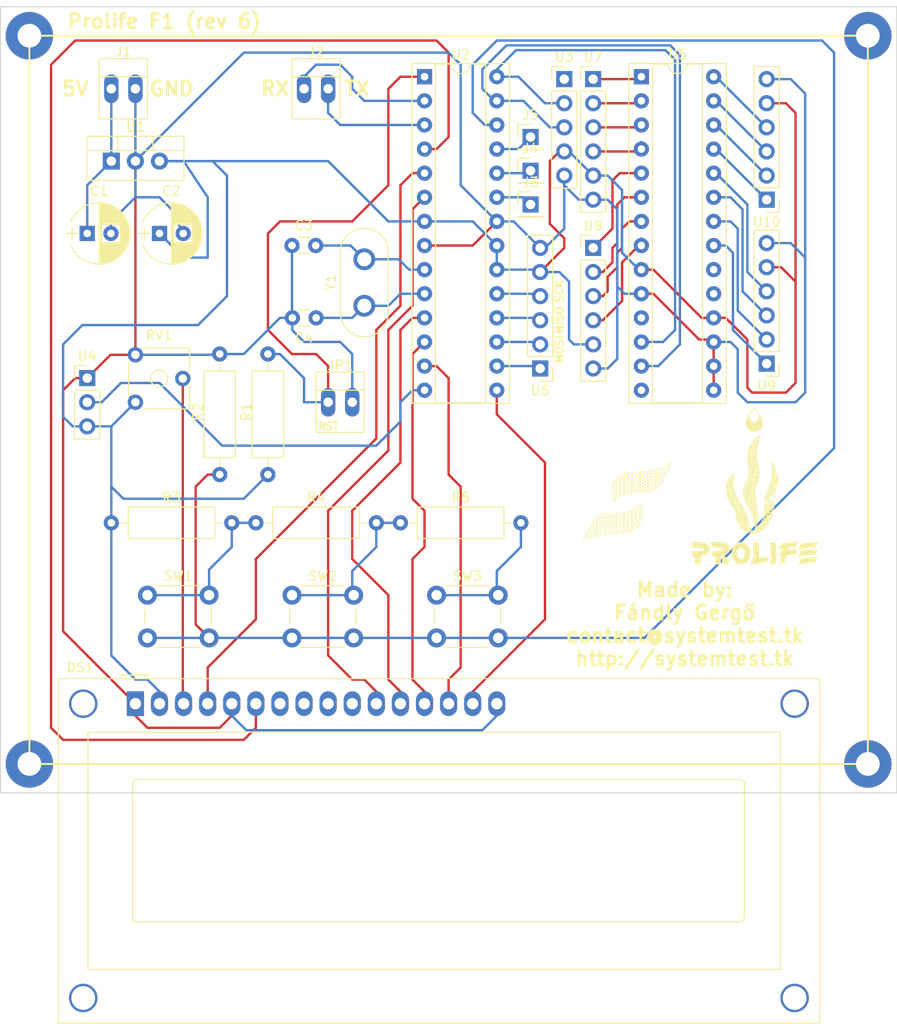
<source format=kicad_pcb>
(kicad_pcb (version 4) (host pcbnew 4.0.7)

  (general
    (links 102)
    (no_connects 0)
    (area 9.389714 12.797 117.610286 123.365)
    (thickness 1.6)
    (drawings 19)
    (tracks 402)
    (zones 0)
    (modules 37)
    (nets 54)
  )

  (page A4)
  (title_block
    (title "Prolife F1 main PCB")
    (date 2018-06-03)
    (rev 6)
    (company Systemtest)
    (comment 1 http://systemtest.tk)
    (comment 2 gergo@systemtest.tk)
    (comment 3 "Fándly Gergő")
    (comment 4 "Created by:")
  )

  (layers
    (0 F.Cu signal)
    (31 B.Cu signal)
    (32 B.Adhes user hide)
    (33 F.Adhes user hide)
    (34 B.Paste user hide)
    (35 F.Paste user hide)
    (36 B.SilkS user)
    (37 F.SilkS user)
    (38 B.Mask user)
    (39 F.Mask user)
    (40 Dwgs.User user hide)
    (41 Cmts.User user hide)
    (42 Eco1.User user hide)
    (43 Eco2.User user hide)
    (44 Edge.Cuts user)
    (45 Margin user hide)
    (46 B.CrtYd user hide)
    (47 F.CrtYd user hide)
    (48 B.Fab user hide)
    (49 F.Fab user hide)
  )

  (setup
    (last_trace_width 0.25)
    (trace_clearance 0.2)
    (zone_clearance 0.508)
    (zone_45_only no)
    (trace_min 0.2)
    (segment_width 0.2)
    (edge_width 0.1)
    (via_size 0.6)
    (via_drill 0.4)
    (via_min_size 0.4)
    (via_min_drill 0.3)
    (uvia_size 0.3)
    (uvia_drill 0.1)
    (uvias_allowed no)
    (uvia_min_size 0.2)
    (uvia_min_drill 0.1)
    (pcb_text_width 0.3)
    (pcb_text_size 1.5 1.5)
    (mod_edge_width 0.15)
    (mod_text_size 1 1)
    (mod_text_width 0.15)
    (pad_size 1.5 1.5)
    (pad_drill 0.6)
    (pad_to_mask_clearance 0)
    (aux_axis_origin 0 0)
    (grid_origin 78.74 25.4)
    (visible_elements 7FFFFFFF)
    (pcbplotparams
      (layerselection 0x010f0_80000001)
      (usegerberextensions false)
      (usegerberattributes true)
      (excludeedgelayer false)
      (linewidth 0.100000)
      (plotframeref false)
      (viasonmask false)
      (mode 1)
      (useauxorigin true)
      (hpglpennumber 1)
      (hpglpenspeed 20)
      (hpglpendiameter 15)
      (hpglpenoverlay 2)
      (psnegative false)
      (psa4output false)
      (plotreference true)
      (plotvalue true)
      (plotinvisibletext false)
      (padsonsilk false)
      (subtractmaskfromsilk false)
      (outputformat 1)
      (mirror false)
      (drillshape 0)
      (scaleselection 1)
      (outputdirectory plots/))
  )

  (net 0 "")
  (net 1 "Net-(C1-Pad1)")
  (net 2 "Net-(C1-Pad2)")
  (net 3 "Net-(C2-Pad1)")
  (net 4 "Net-(C3-Pad2)")
  (net 5 "Net-(C4-Pad1)")
  (net 6 "Net-(DS1-Pad3)")
  (net 7 "Net-(DS1-Pad4)")
  (net 8 "Net-(DS1-Pad6)")
  (net 9 "Net-(DS1-Pad7)")
  (net 10 "Net-(DS1-Pad8)")
  (net 11 "Net-(DS1-Pad9)")
  (net 12 "Net-(DS1-Pad10)")
  (net 13 "Net-(DS1-Pad11)")
  (net 14 "Net-(DS1-Pad12)")
  (net 15 "Net-(DS1-Pad13)")
  (net 16 "Net-(DS1-Pad14)")
  (net 17 "Net-(DS1-Pad15)")
  (net 18 "Net-(J2-Pad1)")
  (net 19 "Net-(J2-Pad2)")
  (net 20 "Net-(J3-Pad1)")
  (net 21 "Net-(J4-Pad1)")
  (net 22 "Net-(J5-Pad1)")
  (net 23 "Net-(JP1-Pad1)")
  (net 24 "Net-(R2-Pad2)")
  (net 25 "Net-(R3-Pad2)")
  (net 26 "Net-(R4-Pad2)")
  (net 27 "Net-(R5-Pad2)")
  (net 28 "Net-(U2-Pad16)")
  (net 29 "Net-(U2-Pad17)")
  (net 30 "Net-(U2-Pad18)")
  (net 31 "Net-(U2-Pad19)")
  (net 32 "Net-(U2-Pad27)")
  (net 33 "Net-(U2-Pad14)")
  (net 34 "Net-(U2-Pad28)")
  (net 35 "Net-(U3-Pad1)")
  (net 36 "Net-(U5-Pad1)")
  (net 37 "Net-(U5-Pad2)")
  (net 38 "Net-(U5-Pad3)")
  (net 39 "Net-(U5-Pad4)")
  (net 40 "Net-(U5-Pad5)")
  (net 41 "Net-(U5-Pad19)")
  (net 42 "Net-(U5-Pad6)")
  (net 43 "Net-(U5-Pad20)")
  (net 44 "Net-(U5-Pad7)")
  (net 45 "Net-(U5-Pad21)")
  (net 46 "Net-(U5-Pad8)")
  (net 47 "Net-(U5-Pad22)")
  (net 48 "Net-(U5-Pad23)")
  (net 49 "Net-(U5-Pad24)")
  (net 50 "Net-(U10-Pad1)")
  (net 51 "Net-(U10-Pad2)")
  (net 52 "Net-(U10-Pad3)")
  (net 53 "Net-(U10-Pad4)")

  (net_class Default "This is the default net class."
    (clearance 0.2)
    (trace_width 0.25)
    (via_dia 0.6)
    (via_drill 0.4)
    (uvia_dia 0.3)
    (uvia_drill 0.1)
    (add_net "Net-(C1-Pad1)")
    (add_net "Net-(C1-Pad2)")
    (add_net "Net-(C2-Pad1)")
    (add_net "Net-(C3-Pad2)")
    (add_net "Net-(C4-Pad1)")
    (add_net "Net-(DS1-Pad10)")
    (add_net "Net-(DS1-Pad11)")
    (add_net "Net-(DS1-Pad12)")
    (add_net "Net-(DS1-Pad13)")
    (add_net "Net-(DS1-Pad14)")
    (add_net "Net-(DS1-Pad15)")
    (add_net "Net-(DS1-Pad3)")
    (add_net "Net-(DS1-Pad4)")
    (add_net "Net-(DS1-Pad6)")
    (add_net "Net-(DS1-Pad7)")
    (add_net "Net-(DS1-Pad8)")
    (add_net "Net-(DS1-Pad9)")
    (add_net "Net-(J2-Pad1)")
    (add_net "Net-(J2-Pad2)")
    (add_net "Net-(J3-Pad1)")
    (add_net "Net-(J4-Pad1)")
    (add_net "Net-(J5-Pad1)")
    (add_net "Net-(JP1-Pad1)")
    (add_net "Net-(R2-Pad2)")
    (add_net "Net-(R3-Pad2)")
    (add_net "Net-(R4-Pad2)")
    (add_net "Net-(R5-Pad2)")
    (add_net "Net-(U10-Pad1)")
    (add_net "Net-(U10-Pad2)")
    (add_net "Net-(U10-Pad3)")
    (add_net "Net-(U10-Pad4)")
    (add_net "Net-(U2-Pad14)")
    (add_net "Net-(U2-Pad16)")
    (add_net "Net-(U2-Pad17)")
    (add_net "Net-(U2-Pad18)")
    (add_net "Net-(U2-Pad19)")
    (add_net "Net-(U2-Pad27)")
    (add_net "Net-(U2-Pad28)")
    (add_net "Net-(U3-Pad1)")
    (add_net "Net-(U5-Pad1)")
    (add_net "Net-(U5-Pad19)")
    (add_net "Net-(U5-Pad2)")
    (add_net "Net-(U5-Pad20)")
    (add_net "Net-(U5-Pad21)")
    (add_net "Net-(U5-Pad22)")
    (add_net "Net-(U5-Pad23)")
    (add_net "Net-(U5-Pad24)")
    (add_net "Net-(U5-Pad3)")
    (add_net "Net-(U5-Pad4)")
    (add_net "Net-(U5-Pad5)")
    (add_net "Net-(U5-Pad6)")
    (add_net "Net-(U5-Pad7)")
    (add_net "Net-(U5-Pad8)")
  )

  (module Housings_DIP:DIP-28_W7.62mm_Socket (layer F.Cu) (tedit 59C78D6B) (tstamp 5B12BD25)
    (at 60.96 21.59)
    (descr "28-lead though-hole mounted DIP package, row spacing 7.62 mm (300 mils), Socket")
    (tags "THT DIP DIL PDIP 2.54mm 7.62mm 300mil Socket")
    (path /5B128B5D)
    (fp_text reference U2 (at 3.81 -2.33) (layer F.SilkS)
      (effects (font (size 1 1) (thickness 0.15)))
    )
    (fp_text value ATMEGA328-PU (at 3.81 35.35) (layer F.Fab)
      (effects (font (size 1 1) (thickness 0.15)))
    )
    (fp_arc (start 3.81 -1.33) (end 2.81 -1.33) (angle -180) (layer F.SilkS) (width 0.12))
    (fp_line (start 1.635 -1.27) (end 6.985 -1.27) (layer F.Fab) (width 0.1))
    (fp_line (start 6.985 -1.27) (end 6.985 34.29) (layer F.Fab) (width 0.1))
    (fp_line (start 6.985 34.29) (end 0.635 34.29) (layer F.Fab) (width 0.1))
    (fp_line (start 0.635 34.29) (end 0.635 -0.27) (layer F.Fab) (width 0.1))
    (fp_line (start 0.635 -0.27) (end 1.635 -1.27) (layer F.Fab) (width 0.1))
    (fp_line (start -1.27 -1.33) (end -1.27 34.35) (layer F.Fab) (width 0.1))
    (fp_line (start -1.27 34.35) (end 8.89 34.35) (layer F.Fab) (width 0.1))
    (fp_line (start 8.89 34.35) (end 8.89 -1.33) (layer F.Fab) (width 0.1))
    (fp_line (start 8.89 -1.33) (end -1.27 -1.33) (layer F.Fab) (width 0.1))
    (fp_line (start 2.81 -1.33) (end 1.16 -1.33) (layer F.SilkS) (width 0.12))
    (fp_line (start 1.16 -1.33) (end 1.16 34.35) (layer F.SilkS) (width 0.12))
    (fp_line (start 1.16 34.35) (end 6.46 34.35) (layer F.SilkS) (width 0.12))
    (fp_line (start 6.46 34.35) (end 6.46 -1.33) (layer F.SilkS) (width 0.12))
    (fp_line (start 6.46 -1.33) (end 4.81 -1.33) (layer F.SilkS) (width 0.12))
    (fp_line (start -1.33 -1.39) (end -1.33 34.41) (layer F.SilkS) (width 0.12))
    (fp_line (start -1.33 34.41) (end 8.95 34.41) (layer F.SilkS) (width 0.12))
    (fp_line (start 8.95 34.41) (end 8.95 -1.39) (layer F.SilkS) (width 0.12))
    (fp_line (start 8.95 -1.39) (end -1.33 -1.39) (layer F.SilkS) (width 0.12))
    (fp_line (start -1.55 -1.6) (end -1.55 34.65) (layer F.CrtYd) (width 0.05))
    (fp_line (start -1.55 34.65) (end 9.15 34.65) (layer F.CrtYd) (width 0.05))
    (fp_line (start 9.15 34.65) (end 9.15 -1.6) (layer F.CrtYd) (width 0.05))
    (fp_line (start 9.15 -1.6) (end -1.55 -1.6) (layer F.CrtYd) (width 0.05))
    (fp_text user %R (at 3.81 16.51) (layer F.Fab)
      (effects (font (size 1 1) (thickness 0.15)))
    )
    (pad 1 thru_hole rect (at 0 0) (size 1.6 1.6) (drill 0.8) (layers *.Cu *.Mask)
      (net 23 "Net-(JP1-Pad1)"))
    (pad 15 thru_hole oval (at 7.62 33.02) (size 1.6 1.6) (drill 0.8) (layers *.Cu *.Mask)
      (net 17 "Net-(DS1-Pad15)"))
    (pad 2 thru_hole oval (at 0 2.54) (size 1.6 1.6) (drill 0.8) (layers *.Cu *.Mask)
      (net 18 "Net-(J2-Pad1)"))
    (pad 16 thru_hole oval (at 7.62 30.48) (size 1.6 1.6) (drill 0.8) (layers *.Cu *.Mask)
      (net 28 "Net-(U2-Pad16)"))
    (pad 3 thru_hole oval (at 0 5.08) (size 1.6 1.6) (drill 0.8) (layers *.Cu *.Mask)
      (net 19 "Net-(J2-Pad2)"))
    (pad 17 thru_hole oval (at 7.62 27.94) (size 1.6 1.6) (drill 0.8) (layers *.Cu *.Mask)
      (net 29 "Net-(U2-Pad17)"))
    (pad 4 thru_hole oval (at 0 7.62) (size 1.6 1.6) (drill 0.8) (layers *.Cu *.Mask)
      (net 8 "Net-(DS1-Pad6)"))
    (pad 18 thru_hole oval (at 7.62 25.4) (size 1.6 1.6) (drill 0.8) (layers *.Cu *.Mask)
      (net 30 "Net-(U2-Pad18)"))
    (pad 5 thru_hole oval (at 0 10.16) (size 1.6 1.6) (drill 0.8) (layers *.Cu *.Mask)
      (net 7 "Net-(DS1-Pad4)"))
    (pad 19 thru_hole oval (at 7.62 22.86) (size 1.6 1.6) (drill 0.8) (layers *.Cu *.Mask)
      (net 31 "Net-(U2-Pad19)"))
    (pad 6 thru_hole oval (at 0 12.7) (size 1.6 1.6) (drill 0.8) (layers *.Cu *.Mask)
      (net 13 "Net-(DS1-Pad11)"))
    (pad 20 thru_hole oval (at 7.62 20.32) (size 1.6 1.6) (drill 0.8) (layers *.Cu *.Mask)
      (net 3 "Net-(C2-Pad1)"))
    (pad 7 thru_hole oval (at 0 15.24) (size 1.6 1.6) (drill 0.8) (layers *.Cu *.Mask)
      (net 3 "Net-(C2-Pad1)"))
    (pad 21 thru_hole oval (at 7.62 17.78) (size 1.6 1.6) (drill 0.8) (layers *.Cu *.Mask)
      (net 3 "Net-(C2-Pad1)"))
    (pad 8 thru_hole oval (at 0 17.78) (size 1.6 1.6) (drill 0.8) (layers *.Cu *.Mask)
      (net 2 "Net-(C1-Pad2)"))
    (pad 22 thru_hole oval (at 7.62 15.24) (size 1.6 1.6) (drill 0.8) (layers *.Cu *.Mask)
      (net 2 "Net-(C1-Pad2)"))
    (pad 9 thru_hole oval (at 0 20.32) (size 1.6 1.6) (drill 0.8) (layers *.Cu *.Mask)
      (net 4 "Net-(C3-Pad2)"))
    (pad 23 thru_hole oval (at 7.62 12.7) (size 1.6 1.6) (drill 0.8) (layers *.Cu *.Mask)
      (net 20 "Net-(J3-Pad1)"))
    (pad 10 thru_hole oval (at 0 22.86) (size 1.6 1.6) (drill 0.8) (layers *.Cu *.Mask)
      (net 5 "Net-(C4-Pad1)"))
    (pad 24 thru_hole oval (at 7.62 10.16) (size 1.6 1.6) (drill 0.8) (layers *.Cu *.Mask)
      (net 21 "Net-(J4-Pad1)"))
    (pad 11 thru_hole oval (at 0 25.4) (size 1.6 1.6) (drill 0.8) (layers *.Cu *.Mask)
      (net 14 "Net-(DS1-Pad12)"))
    (pad 25 thru_hole oval (at 7.62 7.62) (size 1.6 1.6) (drill 0.8) (layers *.Cu *.Mask)
      (net 22 "Net-(J5-Pad1)"))
    (pad 12 thru_hole oval (at 0 27.94) (size 1.6 1.6) (drill 0.8) (layers *.Cu *.Mask)
      (net 15 "Net-(DS1-Pad13)"))
    (pad 26 thru_hole oval (at 7.62 5.08) (size 1.6 1.6) (drill 0.8) (layers *.Cu *.Mask)
      (net 24 "Net-(R2-Pad2)"))
    (pad 13 thru_hole oval (at 0 30.48) (size 1.6 1.6) (drill 0.8) (layers *.Cu *.Mask)
      (net 16 "Net-(DS1-Pad14)"))
    (pad 27 thru_hole oval (at 7.62 2.54) (size 1.6 1.6) (drill 0.8) (layers *.Cu *.Mask)
      (net 32 "Net-(U2-Pad27)"))
    (pad 14 thru_hole oval (at 0 33.02) (size 1.6 1.6) (drill 0.8) (layers *.Cu *.Mask)
      (net 33 "Net-(U2-Pad14)"))
    (pad 28 thru_hole oval (at 7.62 0) (size 1.6 1.6) (drill 0.8) (layers *.Cu *.Mask)
      (net 34 "Net-(U2-Pad28)"))
    (model ${KISYS3DMOD}/Housings_DIP.3dshapes/DIP-28_W7.62mm_Socket.wrl
      (at (xyz 0 0 0))
      (scale (xyz 1 1 1))
      (rotate (xyz 0 0 0))
    )
  )

  (module Pin_Headers:Pin_Header_Straight_1x06_Pitch2.54mm (layer F.Cu) (tedit 59650532) (tstamp 5B13C7DD)
    (at 73.152 52.324 180)
    (descr "Through hole straight pin header, 1x06, 2.54mm pitch, single row")
    (tags "Through hole pin header THT 1x06 2.54mm single row")
    (path /5B1346BA)
    (fp_text reference U6 (at 0 -2.33 180) (layer F.SilkS)
      (effects (font (size 1 1) (thickness 0.15)))
    )
    (fp_text value ULN2003_breakout (at 0 15.03 180) (layer F.Fab)
      (effects (font (size 1 1) (thickness 0.15)))
    )
    (fp_line (start -0.635 -1.27) (end 1.27 -1.27) (layer F.Fab) (width 0.1))
    (fp_line (start 1.27 -1.27) (end 1.27 13.97) (layer F.Fab) (width 0.1))
    (fp_line (start 1.27 13.97) (end -1.27 13.97) (layer F.Fab) (width 0.1))
    (fp_line (start -1.27 13.97) (end -1.27 -0.635) (layer F.Fab) (width 0.1))
    (fp_line (start -1.27 -0.635) (end -0.635 -1.27) (layer F.Fab) (width 0.1))
    (fp_line (start -1.33 14.03) (end 1.33 14.03) (layer F.SilkS) (width 0.12))
    (fp_line (start -1.33 1.27) (end -1.33 14.03) (layer F.SilkS) (width 0.12))
    (fp_line (start 1.33 1.27) (end 1.33 14.03) (layer F.SilkS) (width 0.12))
    (fp_line (start -1.33 1.27) (end 1.33 1.27) (layer F.SilkS) (width 0.12))
    (fp_line (start -1.33 0) (end -1.33 -1.33) (layer F.SilkS) (width 0.12))
    (fp_line (start -1.33 -1.33) (end 0 -1.33) (layer F.SilkS) (width 0.12))
    (fp_line (start -1.8 -1.8) (end -1.8 14.5) (layer F.CrtYd) (width 0.05))
    (fp_line (start -1.8 14.5) (end 1.8 14.5) (layer F.CrtYd) (width 0.05))
    (fp_line (start 1.8 14.5) (end 1.8 -1.8) (layer F.CrtYd) (width 0.05))
    (fp_line (start 1.8 -1.8) (end -1.8 -1.8) (layer F.CrtYd) (width 0.05))
    (fp_text user %R (at 0 6.35 270) (layer F.Fab)
      (effects (font (size 1 1) (thickness 0.15)))
    )
    (pad 1 thru_hole rect (at 0 0 180) (size 1.7 1.7) (drill 1) (layers *.Cu *.Mask)
      (net 28 "Net-(U2-Pad16)"))
    (pad 2 thru_hole oval (at 0 2.54 180) (size 1.7 1.7) (drill 1) (layers *.Cu *.Mask)
      (net 29 "Net-(U2-Pad17)"))
    (pad 3 thru_hole oval (at 0 5.08 180) (size 1.7 1.7) (drill 1) (layers *.Cu *.Mask)
      (net 30 "Net-(U2-Pad18)"))
    (pad 4 thru_hole oval (at 0 7.62 180) (size 1.7 1.7) (drill 1) (layers *.Cu *.Mask)
      (net 31 "Net-(U2-Pad19)"))
    (pad 5 thru_hole oval (at 0 10.16 180) (size 1.7 1.7) (drill 1) (layers *.Cu *.Mask)
      (net 3 "Net-(C2-Pad1)"))
    (pad 6 thru_hole oval (at 0 12.7 180) (size 1.7 1.7) (drill 1) (layers *.Cu *.Mask)
      (net 2 "Net-(C1-Pad2)"))
    (model ${KISYS3DMOD}/Pin_Headers.3dshapes/Pin_Header_Straight_1x06_Pitch2.54mm.wrl
      (at (xyz 0 0 0))
      (scale (xyz 1 1 1))
      (rotate (xyz 0 0 0))
    )
  )

  (module LOGO (layer F.Cu) (tedit 0) (tstamp 5B13BA57)
    (at 82.296 66.548)
    (fp_text reference G*** (at 0 0) (layer F.SilkS) hide
      (effects (font (thickness 0.3)))
    )
    (fp_text value LOGO (at 0.75 0) (layer F.SilkS) hide
      (effects (font (thickness 0.3)))
    )
    (fp_poly (pts (xy -4.796047 4.049449) (xy -4.786873 4.070673) (xy -4.787358 4.121868) (xy -4.81453 4.169965)
      (xy -4.854511 4.191) (xy -4.875017 4.17075) (xy -4.8768 4.157754) (xy -4.862687 4.112306)
      (xy -4.840515 4.075204) (xy -4.812037 4.041848) (xy -4.796047 4.049449)) (layer F.SilkS) (width 0.01))
    (fp_poly (pts (xy -4.542053 3.831008) (xy -4.503344 3.886734) (xy -4.500201 3.941951) (xy -4.527427 3.991538)
      (xy -4.579327 4.01095) (xy -4.638495 3.998473) (xy -4.682637 3.959923) (xy -4.705469 3.895005)
      (xy -4.686689 3.840818) (xy -4.633025 3.811705) (xy -4.612317 3.81) (xy -4.542053 3.831008)) (layer F.SilkS) (width 0.01))
    (fp_poly (pts (xy -4.3688 4.0005) (xy -4.3815 4.0132) (xy -4.3942 4.0005) (xy -4.3815 3.9878)
      (xy -4.3688 4.0005)) (layer F.SilkS) (width 0.01))
    (fp_poly (pts (xy -3.996266 3.795607) (xy -3.968028 3.811014) (xy -3.979233 3.828703) (xy -4.0132 3.849036)
      (xy -4.080635 3.880056) (xy -4.119479 3.885137) (xy -4.123712 3.865512) (xy -4.09716 3.83187)
      (xy -4.036386 3.792982) (xy -3.996266 3.795607)) (layer F.SilkS) (width 0.01))
    (fp_poly (pts (xy -4.263191 3.650336) (xy -4.226338 3.69635) (xy -4.199399 3.744829) (xy -4.203672 3.778163)
      (xy -4.229689 3.81065) (xy -4.267689 3.848061) (xy -4.300185 3.855207) (xy -4.350635 3.835471)
      (xy -4.36245 3.829799) (xy -4.407954 3.785379) (xy -4.41772 3.726428) (xy -4.390801 3.673178)
      (xy -4.37047 3.658493) (xy -4.307899 3.634838) (xy -4.263191 3.650336)) (layer F.SilkS) (width 0.01))
    (fp_poly (pts (xy -3.703316 3.63993) (xy -3.669357 3.658383) (xy -3.644159 3.681791) (xy -3.644579 3.698956)
      (xy -3.677968 3.718813) (xy -3.741455 3.746028) (xy -3.801532 3.769572) (xy -3.828268 3.769999)
      (xy -3.835169 3.743843) (xy -3.8354 3.721924) (xy -3.814487 3.668603) (xy -3.76422 3.638885)
      (xy -3.703316 3.63993)) (layer F.SilkS) (width 0.01))
    (fp_poly (pts (xy -4.516243 3.542133) (xy -4.5085 3.596216) (xy -4.518159 3.652857) (xy -4.554142 3.676337)
      (xy -4.56565 3.678416) (xy -4.609881 3.675126) (xy -4.6228 3.660561) (xy -4.611472 3.609747)
      (xy -4.584893 3.556328) (xy -4.554175 3.519163) (xy -4.535874 3.513008) (xy -4.516243 3.542133)) (layer F.SilkS) (width 0.01))
    (fp_poly (pts (xy -3.979493 3.471515) (xy -3.950163 3.495665) (xy -3.918227 3.555899) (xy -3.928572 3.616259)
      (xy -3.977751 3.658912) (xy -3.982048 3.660587) (xy -4.039579 3.665736) (xy -4.089998 3.631602)
      (xy -4.132275 3.578463) (xy -4.132519 3.535478) (xy -4.100286 3.494314) (xy -4.039707 3.457649)
      (xy -3.979493 3.471515)) (layer F.SilkS) (width 0.01))
    (fp_poly (pts (xy -3.397256 3.463174) (xy -3.35224 3.50625) (xy -3.351932 3.506823) (xy -3.340417 3.5675)
      (xy -3.37248 3.611762) (xy -3.441628 3.631772) (xy -3.455799 3.6322) (xy -3.518351 3.61697)
      (xy -3.543687 3.580181) (xy -3.542905 3.519307) (xy -3.507979 3.47559) (xy -3.454299 3.454916)
      (xy -3.397256 3.463174)) (layer F.SilkS) (width 0.01))
    (fp_poly (pts (xy -4.265104 3.32169) (xy -4.229957 3.351853) (xy -4.201633 3.410293) (xy -4.212753 3.46389)
      (xy -4.252362 3.501438) (xy -4.309503 3.511732) (xy -4.364874 3.489851) (xy -4.411314 3.434238)
      (xy -4.413919 3.371804) (xy -4.389121 3.33248) (xy -4.330069 3.303745) (xy -4.265104 3.32169)) (layer F.SilkS) (width 0.01))
    (fp_poly (pts (xy -3.690957 3.316265) (xy -3.645782 3.363149) (xy -3.637266 3.426825) (xy -3.657851 3.480048)
      (xy -3.710575 3.500134) (xy -3.772058 3.492397) (xy -3.807774 3.469782) (xy -3.832968 3.410264)
      (xy -3.823273 3.35129) (xy -3.783785 3.311954) (xy -3.764152 3.3064) (xy -3.690957 3.316265)) (layer F.SilkS) (width 0.01))
    (fp_poly (pts (xy -3.152631 3.288059) (xy -3.112151 3.311937) (xy -3.061186 3.365195) (xy -3.051568 3.422696)
      (xy -3.084499 3.471058) (xy -3.097131 3.478906) (xy -3.139509 3.499919) (xy -3.168017 3.499207)
      (xy -3.208252 3.474012) (xy -3.220149 3.465659) (xy -3.268441 3.415663) (xy -3.266938 3.364418)
      (xy -3.226451 3.315288) (xy -3.187015 3.285771) (xy -3.152631 3.288059)) (layer F.SilkS) (width 0.01))
    (fp_poly (pts (xy -2.862351 3.456931) (xy -2.810002 3.459609) (xy -2.805098 3.465724) (xy -2.844295 3.479638)
      (xy -2.8448 3.4798) (xy -2.923111 3.499943) (xy -2.960378 3.497608) (xy -2.9591 3.4798)
      (xy -2.925131 3.462826) (xy -2.864714 3.456868) (xy -2.862351 3.456931)) (layer F.SilkS) (width 0.01))
    (fp_poly (pts (xy -2.528053 3.301375) (xy -2.491226 3.350393) (xy -2.500646 3.391714) (xy -2.551806 3.419748)
      (xy -2.630978 3.429) (xy -2.679612 3.416327) (xy -2.6924 3.377655) (xy -2.670816 3.32602)
      (xy -2.619963 3.292351) (xy -2.560692 3.286324) (xy -2.528053 3.301375)) (layer F.SilkS) (width 0.01))
    (fp_poly (pts (xy -3.943325 3.16678) (xy -3.92065 3.22056) (xy -3.935606 3.282653) (xy -3.951348 3.30382)
      (xy -3.99288 3.342946) (xy -4.026252 3.345717) (xy -4.068957 3.310755) (xy -4.085691 3.293248)
      (xy -4.123645 3.229653) (xy -4.117194 3.174578) (xy -4.067658 3.138085) (xy -4.065232 3.13729)
      (xy -3.994547 3.134596) (xy -3.943325 3.16678)) (layer F.SilkS) (width 0.01))
    (fp_poly (pts (xy -3.39671 3.151555) (xy -3.361047 3.191097) (xy -3.33867 3.23656) (xy -3.351837 3.270943)
      (xy -3.366177 3.286347) (xy -3.427373 3.323946) (xy -3.487401 3.310971) (xy -3.516086 3.287485)
      (xy -3.552859 3.227292) (xy -3.539519 3.171828) (xy -3.519121 3.150612) (xy -3.458393 3.127918)
      (xy -3.39671 3.151555)) (layer F.SilkS) (width 0.01))
    (fp_poly (pts (xy -2.836649 3.113318) (xy -2.833721 3.114392) (xy -2.793636 3.153189) (xy -2.775652 3.215236)
      (xy -2.785351 3.275745) (xy -2.794274 3.289629) (xy -2.841539 3.323294) (xy -2.90009 3.314089)
      (xy -2.92735 3.299965) (xy -2.965977 3.254937) (xy -2.968644 3.198743) (xy -2.942928 3.146399)
      (xy -2.896405 3.112919) (xy -2.836649 3.113318)) (layer F.SilkS) (width 0.01))
    (fp_poly (pts (xy -2.289031 3.110259) (xy -2.248551 3.134137) (xy -2.194766 3.186305) (xy -2.191377 3.240826)
      (xy -2.224315 3.287485) (xy -2.282225 3.323907) (xy -2.337934 3.310617) (xy -2.370964 3.280949)
      (xy -2.40789 3.225731) (xy -2.400369 3.17898) (xy -2.362851 3.137488) (xy -2.323415 3.107971)
      (xy -2.289031 3.110259)) (layer F.SilkS) (width 0.01))
    (fp_poly (pts (xy -1.975292 3.297748) (xy -1.966629 3.317636) (xy -1.998711 3.325414) (xy -2.03327 3.32568)
      (xy -2.088769 3.323223) (xy -2.09843 3.315684) (xy -2.067212 3.298102) (xy -2.062922 3.296029)
      (xy -2.008032 3.281086) (xy -1.975292 3.297748)) (layer F.SilkS) (width 0.01))
    (fp_poly (pts (xy -1.68275 3.114191) (xy -1.648399 3.153148) (xy -1.630615 3.205423) (xy -1.631988 3.252589)
      (xy -1.655107 3.276217) (xy -1.659936 3.2766) (xy -1.718915 3.28566) (xy -1.733754 3.290455)
      (xy -1.777992 3.284938) (xy -1.801428 3.266276) (xy -1.824134 3.209208) (xy -1.810912 3.153579)
      (xy -1.772361 3.112973) (xy -1.71908 3.100971) (xy -1.68275 3.114191)) (layer F.SilkS) (width 0.01))
    (fp_poly (pts (xy -1.109105 3.114201) (xy -1.067055 3.149965) (xy -1.043777 3.190431) (xy -1.048895 3.216361)
      (xy -1.087804 3.233124) (xy -1.14949 3.242383) (xy -1.211555 3.24275) (xy -1.251602 3.232842)
      (xy -1.255246 3.229124) (xy -1.259522 3.181351) (xy -1.22983 3.133195) (xy -1.17968 3.102343)
      (xy -1.1557 3.0988) (xy -1.109105 3.114201)) (layer F.SilkS) (width 0.01))
    (fp_poly (pts (xy -0.53975 3.088952) (xy -0.498769 3.131418) (xy -0.487088 3.158672) (xy -0.491997 3.185779)
      (xy -0.528124 3.198086) (xy -0.5842 3.2004) (xy -0.651822 3.196341) (xy -0.679881 3.181069)
      (xy -0.681313 3.158672) (xy -0.650017 3.103479) (xy -0.595533 3.077427) (xy -0.53975 3.088952)) (layer F.SilkS) (width 0.01))
    (fp_poly (pts (xy -4.234673 2.998269) (xy -4.226266 3.00948) (xy -4.193884 3.073848) (xy -4.205588 3.125663)
      (xy -4.22148 3.14452) (xy -4.269497 3.170089) (xy -4.322933 3.172316) (xy -4.353285 3.154155)
      (xy -4.349485 3.121217) (xy -4.324111 3.065013) (xy -4.31385 3.047281) (xy -4.279035 2.993991)
      (xy -4.256816 2.979455) (xy -4.234673 2.998269)) (layer F.SilkS) (width 0.01))
    (fp_poly (pts (xy -3.653579 2.996366) (xy -3.632206 3.055375) (xy -3.6322 3.056513) (xy -3.649982 3.130854)
      (xy -3.697465 3.167003) (xy -3.76586 3.159917) (xy -3.79095 3.147565) (xy -3.829197 3.10108)
      (xy -3.83308 3.04125) (xy -3.804182 2.989735) (xy -3.77825 2.973982) (xy -3.706915 2.966605)
      (xy -3.653579 2.996366)) (layer F.SilkS) (width 0.01))
    (fp_poly (pts (xy -3.104198 2.970091) (xy -3.062313 3.024119) (xy -3.057014 3.040944) (xy -3.056199 3.103437)
      (xy -3.08721 3.140852) (xy -3.138434 3.170323) (xy -3.179117 3.164035) (xy -3.2258 3.1242)
      (xy -3.267946 3.072877) (xy -3.268688 3.032954) (xy -3.228262 2.986727) (xy -3.227621 2.986147)
      (xy -3.164305 2.955826) (xy -3.104198 2.970091)) (layer F.SilkS) (width 0.01))
    (fp_poly (pts (xy -2.529627 2.977295) (xy -2.503678 3.038782) (xy -2.5019 3.063468) (xy -2.510664 3.118327)
      (xy -2.546116 3.141025) (xy -2.567575 3.144534) (xy -2.62912 3.13673) (xy -2.664922 3.114004)
      (xy -2.665869 3.1115) (xy -2.6162 3.1115) (xy -2.6035 3.1242) (xy -2.5908 3.1115)
      (xy -2.6035 3.0988) (xy -2.6162 3.1115) (xy -2.665869 3.1115) (xy -2.688366 3.052068)
      (xy -2.667231 2.99077) (xy -2.63525 2.961952) (xy -2.577398 2.948706) (xy -2.529627 2.977295)) (layer F.SilkS) (width 0.01))
    (fp_poly (pts (xy -1.94365 2.978747) (xy -1.911554 3.022994) (xy -1.91265 3.077185) (xy -1.920424 3.09245)
      (xy -1.97364 3.136412) (xy -2.040376 3.140535) (xy -2.092335 3.111037) (xy -2.127967 3.06567)
      (xy -2.124696 3.024942) (xy -2.100427 2.986942) (xy -2.051954 2.952593) (xy -1.995072 2.95257)
      (xy -1.94365 2.978747)) (layer F.SilkS) (width 0.01))
    (fp_poly (pts (xy -1.397227 2.954827) (xy -1.349285 2.991715) (xy -1.347094 2.99553) (xy -1.324578 3.044555)
      (xy -1.330467 3.076131) (xy -1.360715 3.109685) (xy -1.415899 3.145116) (xy -1.476803 3.136631)
      (xy -1.50495 3.122165) (xy -1.543512 3.074942) (xy -1.542778 3.014505) (xy -1.51892 2.97688)
      (xy -1.461735 2.949018) (xy -1.397227 2.954827)) (layer F.SilkS) (width 0.01))
    (fp_poly (pts (xy 0.045221 3.085318) (xy 0.073263 3.102177) (xy 0.053759 3.122825) (xy 0.050088 3.125177)
      (xy -0.001425 3.144969) (xy -0.054331 3.148397) (xy -0.090336 3.136386) (xy -0.095262 3.11785)
      (xy -0.060878 3.085017) (xy -0.000518 3.075571) (xy 0.045221 3.085318)) (layer F.SilkS) (width 0.01))
    (fp_poly (pts (xy -0.802543 2.954173) (xy -0.767683 3.008385) (xy -0.765938 3.049423) (xy -0.79406 3.098631)
      (xy -0.848343 3.122661) (xy -0.90947 3.118976) (xy -0.958124 3.085037) (xy -0.964095 3.075465)
      (xy -0.977035 3.028888) (xy -0.952694 2.985289) (xy -0.940383 2.972382) (xy -0.890307 2.930435)
      (xy -0.849808 2.926396) (xy -0.802543 2.954173)) (layer F.SilkS) (width 0.01))
    (fp_poly (pts (xy -0.269832 2.930644) (xy -0.209059 2.962974) (xy -0.194539 3.015024) (xy -0.219257 3.070484)
      (xy -0.274653 3.11623) (xy -0.337156 3.118299) (xy -0.37592 3.09372) (xy -0.405648 3.036787)
      (xy -0.395256 2.980811) (xy -0.353759 2.939651) (xy -0.290173 2.927164) (xy -0.269832 2.930644)) (layer F.SilkS) (width 0.01))
    (fp_poly (pts (xy 0.315854 2.930286) (xy 0.369475 2.981637) (xy 0.375059 3.030744) (xy 0.332023 3.072423)
      (xy 0.331869 3.072506) (xy 0.254063 3.097572) (xy 0.193874 3.084995) (xy 0.164152 3.045014)
      (xy 0.167219 2.982889) (xy 0.198895 2.939415) (xy 0.238788 2.905344) (xy 0.272286 2.904918)
      (xy 0.315854 2.930286)) (layer F.SilkS) (width 0.01))
    (fp_poly (pts (xy -3.970357 2.808265) (xy -3.925182 2.855149) (xy -3.916666 2.918825) (xy -3.937251 2.972048)
      (xy -3.989975 2.992134) (xy -4.051458 2.984397) (xy -4.087174 2.961782) (xy -4.112368 2.902264)
      (xy -4.102673 2.84329) (xy -4.063185 2.803954) (xy -4.043552 2.7984) (xy -3.970357 2.808265)) (layer F.SilkS) (width 0.01))
    (fp_poly (pts (xy -3.413696 2.79412) (xy -3.376316 2.821284) (xy -3.334773 2.874111) (xy -3.335688 2.917366)
      (xy -3.367315 2.957285) (xy -3.425659 2.993651) (xy -3.479568 2.979847) (xy -3.520108 2.933896)
      (xy -3.548685 2.863713) (xy -3.531215 2.812946) (xy -3.480065 2.786709) (xy -3.413696 2.79412)) (layer F.SilkS) (width 0.01))
    (fp_poly (pts (xy -2.811517 2.796032) (xy -2.779639 2.843537) (xy -2.771719 2.90028) (xy -2.795885 2.952409)
      (xy -2.809143 2.964026) (xy -2.857388 2.992665) (xy -2.893068 2.98583) (xy -2.93199 2.948289)
      (xy -2.965683 2.882355) (xy -2.952041 2.819877) (xy -2.91465 2.784152) (xy -2.85923 2.77162)
      (xy -2.811517 2.796032)) (layer F.SilkS) (width 0.01))
    (fp_poly (pts (xy -2.215209 2.814447) (xy -2.193386 2.872506) (xy -2.214713 2.936581) (xy -2.224148 2.94822)
      (xy -2.280791 2.991252) (xy -2.331628 2.98449) (xy -2.37346 2.940748) (xy -2.403194 2.888246)
      (xy -2.413 2.854958) (xy -2.391064 2.807973) (xy -2.337955 2.779197) (xy -2.275323 2.778522)
      (xy -2.215209 2.814447)) (layer F.SilkS) (width 0.01))
    (fp_poly (pts (xy -1.689044 2.779044) (xy -1.64086 2.810821) (xy -1.625109 2.862334) (xy -1.638542 2.917162)
      (xy -1.677907 2.958884) (xy -1.7272 2.9718) (xy -1.780534 2.954854) (xy -1.79832 2.94132)
      (xy -1.824116 2.890682) (xy -1.825496 2.831073) (xy -1.803557 2.785846) (xy -1.790644 2.777763)
      (xy -1.737403 2.772313) (xy -1.689044 2.779044)) (layer F.SilkS) (width 0.01))
    (fp_poly (pts (xy -1.085197 2.787733) (xy -1.052106 2.837681) (xy -1.061719 2.907261) (xy -1.062522 2.909052)
      (xy -1.107591 2.96059) (xy -1.172641 2.966472) (xy -1.22555 2.944365) (xy -1.265196 2.899364)
      (xy -1.266081 2.84543) (xy -1.234297 2.797476) (xy -1.175941 2.770415) (xy -1.153731 2.7686)
      (xy -1.085197 2.787733)) (layer F.SilkS) (width 0.01))
    (fp_poly (pts (xy -0.555569 2.750729) (xy -0.53975 2.758752) (xy -0.494011 2.810002) (xy -0.489003 2.868285)
      (xy -0.519781 2.918399) (xy -0.581398 2.945145) (xy -0.600808 2.9464) (xy -0.653408 2.932867)
      (xy -0.676046 2.909783) (xy -0.683098 2.841508) (xy -0.658068 2.78415) (xy -0.611909 2.749846)
      (xy -0.555569 2.750729)) (layer F.SilkS) (width 0.01))
    (fp_poly (pts (xy -0.004737 2.748265) (xy 0.063686 2.77305) (xy 0.093075 2.819424) (xy 0.078339 2.876715)
      (xy 0.064845 2.894113) (xy 0.001997 2.938993) (xy -0.056901 2.937602) (xy -0.102555 2.890512)
      (xy -0.105879 2.883652) (xy -0.11678 2.814321) (xy -0.085913 2.76515) (xy -0.021476 2.747108)
      (xy -0.004737 2.748265)) (layer F.SilkS) (width 0.01))
    (fp_poly (pts (xy 0.630479 2.756323) (xy 0.644976 2.77495) (xy 0.657249 2.833128) (xy 0.627679 2.883846)
      (xy 0.564913 2.914028) (xy 0.551596 2.916172) (xy 0.48875 2.906081) (xy 0.456883 2.869609)
      (xy 0.445886 2.809636) (xy 0.471609 2.761345) (xy 0.520189 2.731712) (xy 0.577767 2.727713)
      (xy 0.630479 2.756323)) (layer F.SilkS) (width 0.01))
    (fp_poly (pts (xy -3.680115 2.635957) (xy -3.653941 2.665211) (xy -3.622414 2.712986) (xy -3.624835 2.750878)
      (xy -3.64091 2.778598) (xy -3.693825 2.830704) (xy -3.749216 2.832341) (xy -3.792513 2.79929)
      (xy -3.831156 2.732791) (xy -3.821111 2.675903) (xy -3.768917 2.635618) (xy -3.717152 2.619223)
      (xy -3.680115 2.635957)) (layer F.SilkS) (width 0.01))
    (fp_poly (pts (xy -3.112662 2.627873) (xy -3.065596 2.667845) (xy -3.054474 2.735883) (xy -3.057891 2.75375)
      (xy -3.083109 2.803597) (xy -3.134875 2.819187) (xy -3.145851 2.8194) (xy -3.203844 2.813924)
      (xy -3.234267 2.802466) (xy -3.246708 2.766911) (xy -3.2512 2.71405) (xy -3.239531 2.656845)
      (xy -3.195582 2.62884) (xy -3.185551 2.62609) (xy -3.112662 2.627873)) (layer F.SilkS) (width 0.01))
    (fp_poly (pts (xy -2.532877 2.637791) (xy -2.494203 2.688843) (xy -2.483762 2.748769) (xy -2.491302 2.772526)
      (xy -2.536191 2.809862) (xy -2.599711 2.817391) (xy -2.657774 2.792799) (xy -2.661921 2.78892)
      (xy -2.690399 2.731457) (xy -2.679433 2.672121) (xy -2.636567 2.628342) (xy -2.587161 2.6162)
      (xy -2.532877 2.637791)) (layer F.SilkS) (width 0.01))
    (fp_poly (pts (xy -2.013804 2.621027) (xy -1.946265 2.646433) (xy -1.910451 2.694599) (xy -1.915013 2.752447)
      (xy -1.920392 2.76225) (xy -1.969972 2.804167) (xy -2.033073 2.814646) (xy -2.088957 2.792812)
      (xy -2.107386 2.770122) (xy -2.121694 2.702606) (xy -2.09668 2.648055) (xy -2.041467 2.620999)
      (xy -2.013804 2.621027)) (layer F.SilkS) (width 0.01))
    (fp_poly (pts (xy -1.424207 2.606528) (xy -1.365626 2.638606) (xy -1.338405 2.676078) (xy -1.342004 2.727208)
      (xy -1.375772 2.780395) (xy -1.424338 2.815187) (xy -1.446131 2.8194) (xy -1.501045 2.80101)
      (xy -1.523727 2.781629) (xy -1.54262 2.726284) (xy -1.532192 2.662117) (xy -1.498022 2.613917)
      (xy -1.48428 2.606392) (xy -1.424207 2.606528)) (layer F.SilkS) (width 0.01))
    (fp_poly (pts (xy -0.790834 2.625392) (xy -0.768114 2.683297) (xy -0.772348 2.73017) (xy -0.796608 2.777874)
      (xy -0.847187 2.793592) (xy -0.863191 2.794) (xy -0.933186 2.777134) (xy -0.963099 2.747126)
      (xy -0.972414 2.691784) (xy -0.949852 2.645526) (xy -0.895599 2.59988) (xy -0.837961 2.595377)
      (xy -0.790834 2.625392)) (layer F.SilkS) (width 0.01))
    (fp_poly (pts (xy -0.274449 2.5952) (xy -0.225911 2.621409) (xy -0.20659 2.670902) (xy -0.214128 2.727167)
      (xy -0.246169 2.773693) (xy -0.300354 2.793968) (xy -0.302831 2.794) (xy -0.3581 2.776952)
      (xy -0.37592 2.76352) (xy -0.405554 2.706405) (xy -0.394614 2.649823) (xy -0.351519 2.607739)
      (xy -0.284687 2.594117) (xy -0.274449 2.5952)) (layer F.SilkS) (width 0.01))
    (fp_poly (pts (xy 0.299468 2.576407) (xy 0.353809 2.612798) (xy 0.371241 2.665061) (xy 0.355237 2.718247)
      (xy 0.30927 2.757408) (xy 0.254817 2.7686) (xy 0.192307 2.75489) (xy 0.164152 2.714814)
      (xy 0.167441 2.654181) (xy 0.204807 2.602001) (xy 0.260768 2.57411) (xy 0.299468 2.576407)) (layer F.SilkS) (width 0.01))
    (fp_poly (pts (xy 0.905376 2.594256) (xy 0.915024 2.604252) (xy 0.934312 2.648744) (xy 0.918678 2.705852)
      (xy 0.873421 2.757026) (xy 0.81256 2.764766) (xy 0.751114 2.728685) (xy 0.718226 2.690791)
      (xy 0.716481 2.658382) (xy 0.737493 2.61453) (xy 0.783294 2.57525) (xy 0.84682 2.568054)
      (xy 0.905376 2.594256)) (layer F.SilkS) (width 0.01))
    (fp_poly (pts (xy -3.938726 2.513325) (xy -3.912845 2.551211) (xy -3.9116 2.563037) (xy -3.931564 2.627436)
      (xy -3.983499 2.659145) (xy -4.055473 2.651029) (xy -4.057448 2.650245) (xy -4.07457 2.633279)
      (xy -4.066357 2.598959) (xy -4.0298 2.537267) (xy -4.01837 2.520089) (xy -3.981336 2.49996)
      (xy -3.938726 2.513325)) (layer F.SilkS) (width 0.01))
    (fp_poly (pts (xy -3.425997 2.451977) (xy -3.377633 2.484551) (xy -3.339373 2.524471) (xy -3.33952 2.563218)
      (xy -3.350313 2.586151) (xy -3.398553 2.63295) (xy -3.459558 2.640414) (xy -3.51486 2.609275)
      (xy -3.534879 2.578852) (xy -3.550474 2.520657) (xy -3.531225 2.477252) (xy -3.482751 2.442375)
      (xy -3.425997 2.451977)) (layer F.SilkS) (width 0.01))
    (fp_poly (pts (xy -2.88925 2.474999) (xy -2.826081 2.482962) (xy -2.786754 2.487417) (xy -2.785963 2.487485)
      (xy -2.773461 2.51049) (xy -2.773263 2.55905) (xy -2.792271 2.614302) (xy -2.840546 2.635774)
      (xy -2.844979 2.636341) (xy -2.906059 2.630416) (xy -2.940229 2.612211) (xy -2.965787 2.562516)
      (xy -2.9718 2.522433) (xy -2.965207 2.483254) (xy -2.935442 2.471308) (xy -2.88925 2.474999)) (layer F.SilkS) (width 0.01))
    (fp_poly (pts (xy -2.26091 2.454501) (xy -2.214559 2.491581) (xy -2.191809 2.542551) (xy -2.204954 2.59689)
      (xy -2.210812 2.604718) (xy -2.266471 2.638547) (xy -2.330386 2.627352) (xy -2.370964 2.595149)
      (xy -2.408514 2.537477) (xy -2.400564 2.490636) (xy -2.383044 2.472266) (xy -2.328334 2.472266)
      (xy -2.324847 2.487366) (xy -2.3114 2.4892) (xy -2.290493 2.479906) (xy -2.294467 2.472266)
      (xy -2.324611 2.469226) (xy -2.328334 2.472266) (xy -2.383044 2.472266) (xy -2.37523 2.464073)
      (xy -2.318565 2.441825) (xy -2.26091 2.454501)) (layer F.SilkS) (width 0.01))
    (fp_poly (pts (xy -1.6764 2.4384) (xy -1.634662 2.484048) (xy -1.627417 2.544325) (xy -1.650189 2.601329)
      (xy -1.698503 2.637156) (xy -1.7272 2.6416) (xy -1.780534 2.624654) (xy -1.79832 2.61112)
      (xy -1.829277 2.552987) (xy -1.822245 2.493739) (xy -1.78669 2.446785) (xy -1.732077 2.425533)
      (xy -1.6764 2.4384)) (layer F.SilkS) (width 0.01))
    (fp_poly (pts (xy -1.104364 2.43165) (xy -1.063898 2.468997) (xy -1.050099 2.523517) (xy -1.074034 2.584141)
      (xy -1.081148 2.59262) (xy -1.138973 2.635902) (xy -1.194136 2.629848) (xy -1.230086 2.601685)
      (xy -1.266366 2.544461) (xy -1.253588 2.489156) (xy -1.221021 2.452747) (xy -1.160427 2.422544)
      (xy -1.104364 2.43165)) (layer F.SilkS) (width 0.01))
    (fp_poly (pts (xy -0.494495 2.447783) (xy -0.4826 2.496022) (xy -0.501437 2.567712) (xy -0.550677 2.610057)
      (xy -0.5842 2.6162) (xy -0.637534 2.599254) (xy -0.65532 2.58572) (xy -0.685842 2.528046)
      (xy -0.678411 2.46928) (xy -0.636891 2.428445) (xy -0.622357 2.423444) (xy -0.541805 2.41772)
      (xy -0.494495 2.447783)) (layer F.SilkS) (width 0.01))
    (fp_poly (pts (xy 0.018454 2.39933) (xy 0.062911 2.437749) (xy 0.092428 2.477185) (xy 0.09014 2.511569)
      (xy 0.066262 2.552049) (xy 0.031115 2.596527) (xy 0.005764 2.613253) (xy -0.032658 2.604812)
      (xy -0.055957 2.59892) (xy -0.102855 2.564858) (xy -0.117292 2.507879) (xy -0.09562 2.446906)
      (xy -0.087253 2.436579) (xy -0.032405 2.393841) (xy 0.018454 2.39933)) (layer F.SilkS) (width 0.01))
    (fp_poly (pts (xy 0.634702 2.421566) (xy 0.651962 2.475178) (xy 0.639278 2.528052) (xy 0.594415 2.577935)
      (xy 0.534312 2.590909) (xy 0.477742 2.565964) (xy 0.456069 2.537887) (xy 0.442032 2.487707)
      (xy 0.467639 2.440985) (xy 0.471812 2.436287) (xy 0.531954 2.395176) (xy 0.590475 2.392584)
      (xy 0.634702 2.421566)) (layer F.SilkS) (width 0.01))
    (fp_poly (pts (xy 1.173693 2.401675) (xy 1.212782 2.441817) (xy 1.21308 2.499301) (xy 1.179285 2.550885)
      (xy 1.119085 2.587658) (xy 1.063639 2.57436) (xy 1.04256 2.554098) (xy 1.015903 2.491391)
      (xy 1.030654 2.433319) (xy 1.080733 2.396426) (xy 1.102143 2.391916) (xy 1.173693 2.401675)) (layer F.SilkS) (width 0.01))
    (fp_poly (pts (xy -3.654128 2.327092) (xy -3.63611 2.391489) (xy -3.637266 2.408085) (xy -3.663751 2.467607)
      (xy -3.713989 2.495701) (xy -3.770761 2.485993) (xy -3.794906 2.466445) (xy -3.831735 2.401031)
      (xy -3.820628 2.344278) (xy -3.772653 2.307121) (xy -3.703316 2.296229) (xy -3.654128 2.327092)) (layer F.SilkS) (width 0.01))
    (fp_poly (pts (xy -3.089206 2.315048) (xy -3.069122 2.348747) (xy -3.053527 2.406942) (xy -3.072776 2.450347)
      (xy -3.12078 2.479909) (xy -3.182832 2.489206) (xy -3.231765 2.474551) (xy -3.234267 2.472266)
      (xy -3.251039 2.42805) (xy -3.248072 2.367837) (xy -3.228807 2.31692) (xy -3.211023 2.301417)
      (xy -3.138222 2.287446) (xy -3.089206 2.315048)) (layer F.SilkS) (width 0.01))
    (fp_poly (pts (xy -2.524697 2.30784) (xy -2.494826 2.361446) (xy -2.492027 2.428943) (xy -2.498364 2.451043)
      (xy -2.533102 2.480845) (xy -2.590352 2.48771) (xy -2.646764 2.470542) (xy -2.661921 2.45872)
      (xy -2.691818 2.400937) (xy -2.680383 2.343301) (xy -2.635021 2.30028) (xy -2.573504 2.286)
      (xy -2.524697 2.30784)) (layer F.SilkS) (width 0.01))
    (fp_poly (pts (xy -2.011337 2.291065) (xy -1.94358 2.316946) (xy -1.911415 2.364052) (xy -1.914539 2.417656)
      (xy -1.952651 2.463033) (xy -2.015298 2.484516) (xy -2.072945 2.477891) (xy -2.109636 2.432587)
      (xy -2.11172 2.428118) (xy -2.123352 2.357677) (xy -2.093013 2.308048) (xy -2.028505 2.289884)
      (xy -2.011337 2.291065)) (layer F.SilkS) (width 0.01))
    (fp_poly (pts (xy -1.399989 2.2844) (xy -1.345467 2.334183) (xy -1.336145 2.394527) (xy -1.362225 2.442073)
      (xy -1.424826 2.483736) (xy -1.488571 2.479968) (xy -1.51892 2.45872) (xy -1.54921 2.401336)
      (xy -1.542401 2.342094) (xy -1.50776 2.294576) (xy -1.454553 2.272365) (xy -1.399989 2.2844)) (layer F.SilkS) (width 0.01))
    (fp_poly (pts (xy -0.851883 2.270565) (xy -0.826577 2.280887) (xy -0.775245 2.324135) (xy -0.763834 2.377963)
      (xy -0.788077 2.42789) (xy -0.843705 2.459437) (xy -0.880487 2.4638) (xy -0.938473 2.44232)
      (xy -0.966857 2.409905) (xy -0.981235 2.363088) (xy -0.959699 2.321026) (xy -0.943427 2.303737)
      (xy -0.897486 2.268676) (xy -0.851883 2.270565)) (layer F.SilkS) (width 0.01))
    (fp_poly (pts (xy -0.274449 2.265) (xy -0.227489 2.287362) (xy -0.207751 2.344746) (xy -0.207517 2.346743)
      (xy -0.218916 2.414895) (xy -0.261126 2.456774) (xy -0.319201 2.464699) (xy -0.37592 2.43332)
      (xy -0.405554 2.376205) (xy -0.394614 2.319623) (xy -0.351519 2.277539) (xy -0.284687 2.263917)
      (xy -0.274449 2.265)) (layer F.SilkS) (width 0.01))
    (fp_poly (pts (xy 0.301408 2.24787) (xy 0.339575 2.282326) (xy 0.367548 2.34328) (xy 0.348457 2.40238)
      (xy 0.303481 2.439105) (xy 0.261983 2.459237) (xy 0.233398 2.456563) (xy 0.19685 2.436365)
      (xy 0.157962 2.389793) (xy 0.161221 2.329722) (xy 0.19885 2.277236) (xy 0.254535 2.240159)
      (xy 0.301408 2.24787)) (layer F.SilkS) (width 0.01))
    (fp_poly (pts (xy 0.870737 2.246938) (xy 0.919681 2.281156) (xy 0.939962 2.334121) (xy 0.922588 2.392177)
      (xy 0.90932 2.40792) (xy 0.851371 2.435316) (xy 0.783359 2.430579) (xy 0.737611 2.401518)
      (xy 0.718532 2.345184) (xy 0.738653 2.288047) (xy 0.790263 2.248799) (xy 0.802122 2.245122)
      (xy 0.870737 2.246938)) (layer F.SilkS) (width 0.01))
    (fp_poly (pts (xy 1.395581 2.251026) (xy 1.375461 2.297184) (xy 1.351012 2.331594) (xy 1.314342 2.3681)
      (xy 1.289827 2.373561) (xy 1.28221 2.335731) (xy 1.303945 2.287587) (xy 1.342896 2.248128)
      (xy 1.37795 2.235588) (xy 1.395581 2.251026)) (layer F.SilkS) (width 0.01))
    (fp_poly (pts (xy -3.432179 2.113265) (xy -3.378069 2.141202) (xy -3.346955 2.19625) (xy -3.347949 2.257422)
      (xy -3.359944 2.27965) (xy -3.410812 2.310383) (xy -3.472397 2.305035) (xy -3.523821 2.267306)
      (xy -3.534879 2.248652) (xy -3.54591 2.179327) (xy -3.515046 2.130322) (xy -3.450224 2.112101)
      (xy -3.432179 2.113265)) (layer F.SilkS) (width 0.01))
    (fp_poly (pts (xy -2.804826 2.121506) (xy -2.772434 2.17081) (xy -2.769793 2.23067) (xy -2.79908 2.28092)
      (xy -2.854505 2.309667) (xy -2.913388 2.287903) (xy -2.931886 2.271485) (xy -2.967628 2.2095)
      (xy -2.961158 2.148552) (xy -2.921 2.1082) (xy -2.857503 2.096166) (xy -2.804826 2.121506)) (layer F.SilkS) (width 0.01))
    (fp_poly (pts (xy -2.289031 2.094259) (xy -2.248551 2.118137) (xy -2.202628 2.159062) (xy -2.1844 2.195871)
      (xy -2.204532 2.246758) (xy -2.250479 2.292556) (xy -2.2987 2.3114) (xy -2.343325 2.294745)
      (xy -2.373086 2.271485) (xy -2.409297 2.214587) (xy -2.396782 2.159493) (xy -2.362851 2.121488)
      (xy -2.323415 2.091971) (xy -2.289031 2.094259)) (layer F.SilkS) (width 0.01))
    (fp_poly (pts (xy -1.698015 2.090449) (xy -1.68275 2.098223) (xy -1.64026 2.14873) (xy -1.630509 2.212848)
      (xy -1.655496 2.268912) (xy -1.666143 2.278226) (xy -1.708765 2.304777) (xy -1.7272 2.3114)
      (xy -1.758009 2.298055) (xy -1.788258 2.278226) (xy -1.822607 2.229753) (xy -1.82263 2.172871)
      (xy -1.796453 2.121449) (xy -1.752206 2.089353) (xy -1.698015 2.090449)) (layer F.SilkS) (width 0.01))
    (fp_poly (pts (xy -1.132323 2.092722) (xy -1.075933 2.126844) (xy -1.049663 2.182172) (xy -1.061226 2.240012)
      (xy -1.067812 2.249118) (xy -1.122579 2.280717) (xy -1.190828 2.281059) (xy -1.23952 2.25552)
      (xy -1.269415 2.198531) (xy -1.259063 2.142698) (xy -1.217457 2.101677) (xy -1.153588 2.089123)
      (xy -1.132323 2.092722)) (layer F.SilkS) (width 0.01))
    (fp_poly (pts (xy -0.512765 2.098428) (xy -0.483638 2.153502) (xy -0.4826 2.167513) (xy -0.501031 2.238408)
      (xy -0.546657 2.277974) (xy -0.604979 2.281193) (xy -0.661497 2.243046) (xy -0.669744 2.232284)
      (xy -0.694886 2.165343) (xy -0.670491 2.109069) (xy -0.632012 2.0812) (xy -0.568343 2.070792)
      (xy -0.512765 2.098428)) (layer F.SilkS) (width 0.01))
    (fp_poly (pts (xy 0.032649 2.080543) (xy 0.055875 2.101987) (xy 0.091319 2.143148) (xy 0.092366 2.176957)
      (xy 0.066913 2.220854) (xy 0.01461 2.275244) (xy -0.039725 2.279302) (xy -0.087086 2.246085)
      (xy -0.123705 2.182806) (xy -0.114301 2.122115) (xy -0.062424 2.077687) (xy -0.009485 2.062143)
      (xy 0.032649 2.080543)) (layer F.SilkS) (width 0.01))
    (fp_poly (pts (xy 0.614067 2.074776) (xy 0.652224 2.118645) (xy 0.650422 2.176617) (xy 0.620485 2.220685)
      (xy 0.559671 2.256467) (xy 0.50123 2.251251) (xy 0.460669 2.206696) (xy 0.459382 2.20345)
      (xy 0.452005 2.132114) (xy 0.481766 2.078778) (xy 0.540775 2.057405) (xy 0.541913 2.0574)
      (xy 0.614067 2.074776)) (layer F.SilkS) (width 0.01))
    (fp_poly (pts (xy 1.187228 2.0735) (xy 1.214949 2.119545) (xy 1.200578 2.192149) (xy 1.197683 2.198719)
      (xy 1.151671 2.249726) (xy 1.088788 2.257591) (xy 1.051558 2.241161) (xy 1.009882 2.190224)
      (xy 1.008405 2.132597) (xy 1.041509 2.083525) (xy 1.103573 2.058256) (xy 1.11929 2.0574)
      (xy 1.187228 2.0735)) (layer F.SilkS) (width 0.01))
    (fp_poly (pts (xy -3.650367 2.002299) (xy -3.628373 2.048887) (xy -3.623479 2.095896) (xy -3.625146 2.102141)
      (xy -3.660868 2.14533) (xy -3.715168 2.167048) (xy -3.75737 2.160131) (xy -3.775107 2.137067)
      (xy -3.764297 2.097028) (xy -3.744175 2.060303) (xy -3.708645 2.008186) (xy -3.681468 1.981946)
      (xy -3.678418 1.9812) (xy -3.650367 2.002299)) (layer F.SilkS) (width 0.01))
    (fp_poly (pts (xy -3.088944 1.986382) (xy -3.05492 2.033498) (xy -3.056664 2.087123) (xy -3.094254 2.132583)
      (xy -3.157626 2.154251) (xy -3.210563 2.14977) (xy -3.236716 2.110255) (xy -3.240354 2.097158)
      (xy -3.247423 2.015577) (xy -3.21952 1.9696) (xy -3.158657 1.960448) (xy -3.088944 1.986382)) (layer F.SilkS) (width 0.01))
    (fp_poly (pts (xy -2.519869 1.974645) (xy -2.480144 2.022843) (xy -2.480406 2.087888) (xy -2.4892 2.1082)
      (xy -2.535657 2.148728) (xy -2.599558 2.156669) (xy -2.658033 2.130345) (xy -2.666727 2.121229)
      (xy -2.6857 2.066332) (xy -2.682053 2.019629) (xy -2.657793 1.971925) (xy -2.607214 1.956207)
      (xy -2.59121 1.9558) (xy -2.519869 1.974645)) (layer F.SilkS) (width 0.01))
    (fp_poly (pts (xy -1.949632 1.975716) (xy -1.915559 2.025223) (xy -1.910385 2.083496) (xy -1.93548 2.12852)
      (xy -1.994532 2.157254) (xy -2.059497 2.139309) (xy -2.094644 2.109146) (xy -2.12563 2.04809)
      (xy -2.106912 1.992578) (xy -2.062762 1.958669) (xy -2.002176 1.948892) (xy -1.949632 1.975716)) (layer F.SilkS) (width 0.01))
    (fp_poly (pts (xy -1.385053 1.955175) (xy -1.351584 2.009751) (xy -1.351793 2.07412) (xy -1.384364 2.125587)
      (xy -1.395331 2.132706) (xy -1.438549 2.153935) (xy -1.467141 2.152299) (xy -1.50495 2.131565)
      (xy -1.543938 2.084549) (xy -1.546444 2.024088) (xy -1.514471 1.969894) (xy -1.486653 1.951521)
      (xy -1.428458 1.935926) (xy -1.385053 1.955175)) (layer F.SilkS) (width 0.01))
    (fp_poly (pts (xy -0.830453 1.942122) (xy -0.781924 1.976717) (xy -0.762 2.029971) (xy -0.779694 2.088027)
      (xy -0.79248 2.10312) (xy -0.849607 2.130962) (xy -0.914078 2.125235) (xy -0.96199 2.08851)
      (xy -0.964216 2.08464) (xy -0.978729 2.016072) (xy -0.947393 1.962997) (xy -0.898569 1.940044)
      (xy -0.830453 1.942122)) (layer F.SilkS) (width 0.01))
    (fp_poly (pts (xy -0.235996 1.948776) (xy -0.213548 1.994229) (xy -0.214967 2.0636) (xy -0.248612 2.113176)
      (xy -0.301133 2.134002) (xy -0.359176 2.117124) (xy -0.37592 2.10312) (xy -0.405818 2.045337)
      (xy -0.394383 1.987701) (xy -0.349021 1.94468) (xy -0.287504 1.9304) (xy -0.235996 1.948776)) (layer F.SilkS) (width 0.01))
    (fp_poly (pts (xy 0.310161 1.933269) (xy 0.365016 1.980957) (xy 0.371087 2.035308) (xy 0.331621 2.086756)
      (xy 0.264921 2.127493) (xy 0.21245 2.125158) (xy 0.18288 2.10312) (xy 0.156172 2.048134)
      (xy 0.167015 1.990372) (xy 0.204978 1.94375) (xy 0.259632 1.922187) (xy 0.310161 1.933269)) (layer F.SilkS) (width 0.01))
    (fp_poly (pts (xy 0.870737 1.916738) (xy 0.919681 1.950956) (xy 0.939962 2.003921) (xy 0.922588 2.061977)
      (xy 0.90932 2.07772) (xy 0.851371 2.105116) (xy 0.783359 2.100379) (xy 0.737611 2.071318)
      (xy 0.718532 2.014984) (xy 0.738653 1.957847) (xy 0.790263 1.918599) (xy 0.802122 1.914922)
      (xy 0.870737 1.916738)) (layer F.SilkS) (width 0.01))
    (fp_poly (pts (xy 1.430147 1.916722) (xy 1.478676 1.951317) (xy 1.4986 2.004571) (xy 1.480906 2.062627)
      (xy 1.46812 2.07772) (xy 1.410993 2.105562) (xy 1.346522 2.099835) (xy 1.29861 2.06311)
      (xy 1.296384 2.05924) (xy 1.281871 1.990672) (xy 1.313207 1.937597) (xy 1.362031 1.914644)
      (xy 1.430147 1.916722)) (layer F.SilkS) (width 0.01))
    (fp_poly (pts (xy -3.38229 1.789456) (xy -3.3412 1.850928) (xy -3.339722 1.855391) (xy -3.339032 1.918014)
      (xy -3.372219 1.961133) (xy -3.424652 1.980339) (xy -3.481702 1.971225) (xy -3.528741 1.929381)
      (xy -3.536582 1.914716) (xy -3.553031 1.862499) (xy -3.535788 1.825306) (xy -3.508278 1.800784)
      (xy -3.441632 1.771559) (xy -3.38229 1.789456)) (layer F.SilkS) (width 0.01))
    (fp_poly (pts (xy -2.810668 1.781374) (xy -2.778459 1.830841) (xy -2.771484 1.891046) (xy -2.795161 1.944498)
      (xy -2.847777 1.978594) (xy -2.906368 1.962484) (xy -2.933238 1.939934) (xy -2.964742 1.87793)
      (xy -2.954511 1.811906) (xy -2.91465 1.768023) (xy -2.859077 1.755987) (xy -2.810668 1.781374)) (layer F.SilkS) (width 0.01))
    (fp_poly (pts (xy -2.247147 1.772304) (xy -2.205385 1.816656) (xy -2.184554 1.863514) (xy -2.1844 1.8669)
      (xy -2.200961 1.909573) (xy -2.237948 1.954827) (xy -2.276322 1.980402) (xy -2.282163 1.9812)
      (xy -2.314293 1.968033) (xy -2.356549 1.941659) (xy -2.39908 1.895185) (xy -2.413 1.853653)
      (xy -2.391326 1.804686) (xy -2.34017 1.765503) (xy -2.289485 1.7526) (xy -2.247147 1.772304)) (layer F.SilkS) (width 0.01))
    (fp_poly (pts (xy -1.666027 1.783495) (xy -1.640078 1.844982) (xy -1.6383 1.869668) (xy -1.647064 1.924527)
      (xy -1.682516 1.947225) (xy -1.703975 1.950734) (xy -1.76552 1.94293) (xy -1.801322 1.920204)
      (xy -1.824766 1.858268) (xy -1.803631 1.79697) (xy -1.77165 1.768152) (xy -1.713798 1.754906)
      (xy -1.666027 1.783495)) (layer F.SilkS) (width 0.01))
    (fp_poly (pts (xy -1.093665 1.773325) (xy -1.057015 1.822769) (xy -1.049875 1.881834) (xy -1.066176 1.916947)
      (xy -1.122268 1.95013) (xy -1.191242 1.950878) (xy -1.23952 1.92532) (xy -1.269518 1.867521)
      (xy -1.258065 1.810008) (xy -1.212547 1.767044) (xy -1.150076 1.7526) (xy -1.093665 1.773325)) (layer F.SilkS) (width 0.01))
    (fp_poly (pts (xy -0.535385 1.751537) (xy -0.490891 1.798892) (xy -0.488552 1.860994) (xy -0.522515 1.915885)
      (xy -0.581483 1.952383) (xy -0.635985 1.938369) (xy -0.670452 1.901073) (xy -0.693081 1.835511)
      (xy -0.675943 1.778673) (xy -0.629963 1.742648) (xy -0.566062 1.739531) (xy -0.535385 1.751537)) (layer F.SilkS) (width 0.01))
    (fp_poly (pts (xy 0.029144 1.744352) (xy 0.077566 1.783705) (xy 0.101403 1.827096) (xy 0.1016 1.830614)
      (xy 0.083762 1.866646) (xy 0.043054 1.911931) (xy -0.001315 1.947261) (xy -0.023586 1.9558)
      (xy -0.058741 1.93959) (xy -0.087086 1.915885) (xy -0.121943 1.854117) (xy -0.117973 1.791549)
      (xy -0.08063 1.744023) (xy -0.022135 1.7272) (xy 0.029144 1.744352)) (layer F.SilkS) (width 0.01))
    (fp_poly (pts (xy 0.616603 1.746333) (xy 0.649694 1.796281) (xy 0.640081 1.865861) (xy 0.639278 1.867652)
      (xy 0.593002 1.917192) (xy 0.528528 1.930615) (xy 0.466725 1.904119) (xy 0.46228 1.89992)
      (xy 0.432641 1.842181) (xy 0.44402 1.784229) (xy 0.488967 1.741062) (xy 0.548069 1.7272)
      (xy 0.616603 1.746333)) (layer F.SilkS) (width 0.01))
    (fp_poly (pts (xy 1.131552 1.73137) (xy 1.189768 1.749327) (xy 1.21381 1.793258) (xy 1.215262 1.801976)
      (xy 1.203887 1.866599) (xy 1.160457 1.911986) (xy 1.100943 1.927458) (xy 1.052247 1.910961)
      (xy 1.009761 1.859215) (xy 1.007906 1.802429) (xy 1.040353 1.754936) (xy 1.100773 1.731069)
      (xy 1.131552 1.73137)) (layer F.SilkS) (width 0.01))
    (fp_poly (pts (xy -3.121766 1.637204) (xy -3.073717 1.671023) (xy -3.050803 1.720327) (xy -3.063424 1.77165)
      (xy -3.11664 1.815612) (xy -3.183376 1.819735) (xy -3.235335 1.790237) (xy -3.273178 1.729507)
      (xy -3.260835 1.674125) (xy -3.239899 1.65216) (xy -3.181607 1.627905) (xy -3.121766 1.637204)) (layer F.SilkS) (width 0.01))
    (fp_poly (pts (xy -2.525426 1.638906) (xy -2.493034 1.68821) (xy -2.490393 1.74807) (xy -2.51968 1.79832)
      (xy -2.568034 1.825931) (xy -2.627057 1.812584) (xy -2.64795 1.801365) (xy -2.684982 1.754875)
      (xy -2.688814 1.69328) (xy -2.660264 1.639203) (xy -2.6416 1.6256) (xy -2.578103 1.613566)
      (xy -2.525426 1.638906)) (layer F.SilkS) (width 0.01))
    (fp_poly (pts (xy -1.961198 1.623891) (xy -1.919313 1.677919) (xy -1.914014 1.694744) (xy -1.913199 1.757237)
      (xy -1.94421 1.794652) (xy -1.988817 1.822753) (xy -2.023719 1.822184) (xy -2.073292 1.791956)
      (xy -2.077149 1.789259) (xy -2.125529 1.739033) (xy -2.123884 1.687606) (xy -2.084621 1.639947)
      (xy -2.021305 1.609626) (xy -1.961198 1.623891)) (layer F.SilkS) (width 0.01))
    (fp_poly (pts (xy 1.599096 1.773341) (xy 1.6002 1.7907) (xy 1.586907 1.824507) (xy 1.575597 1.8288)
      (xy 1.561621 1.810181) (xy 1.565614 1.7907) (xy 1.583643 1.757279) (xy 1.590217 1.7526)
      (xy 1.599096 1.773341)) (layer F.SilkS) (width 0.01))
    (fp_poly (pts (xy -1.393945 1.621483) (xy -1.361549 1.654926) (xy -1.338112 1.720185) (xy -1.359185 1.772432)
      (xy -1.418528 1.800981) (xy -1.44821 1.8034) (xy -1.506761 1.792918) (xy -1.53517 1.753135)
      (xy -1.539053 1.73957) (xy -1.538382 1.667733) (xy -1.504709 1.619688) (xy -1.451931 1.602063)
      (xy -1.393945 1.621483)) (layer F.SilkS) (width 0.01))
    (fp_poly (pts (xy -0.870804 1.605027) (xy -0.803265 1.630433) (xy -0.767451 1.678599) (xy -0.772013 1.736447)
      (xy -0.777392 1.74625) (xy -0.826972 1.788167) (xy -0.890073 1.798646) (xy -0.945957 1.776812)
      (xy -0.964386 1.754122) (xy -0.978694 1.686606) (xy -0.95368 1.632055) (xy -0.898467 1.604999)
      (xy -0.870804 1.605027)) (layer F.SilkS) (width 0.01))
    (fp_poly (pts (xy -0.2426 1.618966) (xy -0.214605 1.64351) (xy -0.207601 1.671448) (xy -0.215355 1.736755)
      (xy -0.249454 1.786942) (xy -0.290356 1.8034) (xy -0.33392 1.789467) (xy -0.365858 1.770226)
      (xy -0.400718 1.716014) (xy -0.402463 1.674976) (xy -0.388123 1.632386) (xy -0.350849 1.615268)
      (xy -0.3048 1.6129) (xy -0.2426 1.618966)) (layer F.SilkS) (width 0.01))
    (fp_poly (pts (xy 0.336666 1.620268) (xy 0.356045 1.651832) (xy 0.366824 1.697965) (xy 0.338712 1.743838)
      (xy 0.330782 1.752017) (xy 0.280758 1.793942) (xy 0.240165 1.7979) (xy 0.191609 1.769252)
      (xy 0.16056 1.719917) (xy 0.163596 1.658421) (xy 0.196433 1.605897) (xy 0.228431 1.587553)
      (xy 0.28988 1.583109) (xy 0.336666 1.620268)) (layer F.SilkS) (width 0.01))
    (fp_poly (pts (xy 0.89783 1.60475) (xy 0.934211 1.65261) (xy 0.930118 1.710358) (xy 0.924408 1.72085)
      (xy 0.874641 1.760937) (xy 0.808337 1.77214) (xy 0.74911 1.75199) (xy 0.737041 1.740431)
      (xy 0.716525 1.683245) (xy 0.734025 1.626337) (xy 0.779658 1.586911) (xy 0.829502 1.579483)
      (xy 0.89783 1.60475)) (layer F.SilkS) (width 0.01))
    (fp_poly (pts (xy 1.46812 1.60528) (xy 1.496867 1.660704) (xy 1.475103 1.719587) (xy 1.458685 1.738085)
      (xy 1.3967 1.773827) (xy 1.335752 1.767357) (xy 1.2954 1.7272) (xy 1.283366 1.663702)
      (xy 1.308706 1.611025) (xy 1.35801 1.578633) (xy 1.41787 1.575992) (xy 1.46812 1.60528)) (layer F.SilkS) (width 0.01))
    (fp_poly (pts (xy -3.337833 1.568166) (xy -3.3528 1.6002) (xy -3.385514 1.640474) (xy -3.408431 1.651)
      (xy -3.414858 1.635632) (xy -3.3909 1.6002) (xy -3.353834 1.562726) (xy -3.33527 1.5494)
      (xy -3.337833 1.568166)) (layer F.SilkS) (width 0.01))
    (fp_poly (pts (xy -2.841015 1.430049) (xy -2.82575 1.437823) (xy -2.783488 1.48993) (xy -2.773131 1.558483)
      (xy -2.795161 1.614298) (xy -2.844961 1.648112) (xy -2.904411 1.635096) (xy -2.931258 1.617826)
      (xy -2.965607 1.569353) (xy -2.96563 1.512471) (xy -2.939453 1.461049) (xy -2.895206 1.428953)
      (xy -2.841015 1.430049)) (layer F.SilkS) (width 0.01))
    (fp_poly (pts (xy -2.263958 1.434494) (xy -2.224315 1.462314) (xy -2.190325 1.506381) (xy -2.193318 1.546941)
      (xy -2.22885 1.597246) (xy -2.26768 1.633242) (xy -2.307882 1.631628) (xy -2.336576 1.618471)
      (xy -2.393944 1.569323) (xy -2.40895 1.508901) (xy -2.386588 1.459279) (xy -2.330244 1.425743)
      (xy -2.263958 1.434494)) (layer F.SilkS) (width 0.01))
    (fp_poly (pts (xy -1.09204 1.443666) (xy -1.057784 1.495227) (xy -1.059351 1.558722) (xy -1.065201 1.571811)
      (xy -1.113946 1.625844) (xy -1.174715 1.63068) (xy -1.216285 1.609543) (xy -1.261834 1.55474)
      (xy -1.265179 1.495711) (xy -1.231337 1.446955) (xy -1.165328 1.42297) (xy -1.151514 1.4224)
      (xy -1.09204 1.443666)) (layer F.SilkS) (width 0.01))
    (fp_poly (pts (xy -1.690262 1.434073) (xy -1.643196 1.474045) (xy -1.632074 1.542083) (xy -1.635491 1.55995)
      (xy -1.660709 1.609797) (xy -1.712475 1.625387) (xy -1.723451 1.6256) (xy -1.781444 1.620124)
      (xy -1.811867 1.608666) (xy -1.824308 1.573111) (xy -1.8288 1.52025) (xy -1.817131 1.463045)
      (xy -1.773182 1.43504) (xy -1.763151 1.43229) (xy -1.690262 1.434073)) (layer F.SilkS) (width 0.01))
    (fp_poly (pts (xy -0.544568 1.417359) (xy -0.500802 1.455577) (xy -0.480278 1.510099) (xy -0.493379 1.569633)
      (xy -0.51308 1.59512) (xy -0.573112 1.623694) (xy -0.640258 1.609176) (xy -0.671286 1.585685)
      (xy -0.686332 1.5621) (xy -0.6604 1.5621) (xy -0.6477 1.5748) (xy -0.635 1.5621)
      (xy -0.6477 1.5494) (xy -0.6604 1.5621) (xy -0.686332 1.5621) (xy -0.707451 1.528999)
      (xy -0.695112 1.474047) (xy -0.660297 1.435006) (xy -0.601194 1.406738) (xy -0.544568 1.417359)) (layer F.SilkS) (width 0.01))
    (fp_poly (pts (xy 0.0275 1.416743) (xy 0.062911 1.447149) (xy 0.092428 1.486585) (xy 0.09014 1.520969)
      (xy 0.066262 1.561449) (xy 0.018341 1.613763) (xy -0.034593 1.619739) (xy -0.08255 1.598165)
      (xy -0.118429 1.551824) (xy -0.124582 1.487567) (xy -0.09899 1.430058) (xy -0.09652 1.42748)
      (xy -0.037485 1.398744) (xy 0.0275 1.416743)) (layer F.SilkS) (width 0.01))
    (fp_poly (pts (xy 0.616603 1.416133) (xy 0.649694 1.466081) (xy 0.640081 1.535661) (xy 0.639278 1.537452)
      (xy 0.593002 1.586992) (xy 0.528528 1.600415) (xy 0.466725 1.573919) (xy 0.46228 1.56972)
      (xy 0.432641 1.511981) (xy 0.44402 1.454029) (xy 0.488967 1.410862) (xy 0.548069 1.397)
      (xy 0.616603 1.416133)) (layer F.SilkS) (width 0.01))
    (fp_poly (pts (xy 1.186414 1.41726) (xy 1.212172 1.45456) (xy 1.214799 1.468248) (xy 1.205334 1.535036)
      (xy 1.165512 1.581543) (xy 1.110055 1.601756) (xy 1.053687 1.589667) (xy 1.016 1.5494)
      (xy 1.001158 1.481039) (xy 1.02867 1.42824) (xy 1.090286 1.402103) (xy 1.125637 1.401866)
      (xy 1.186414 1.41726)) (layer F.SilkS) (width 0.01))
    (fp_poly (pts (xy 1.642692 1.419331) (xy 1.650788 1.474242) (xy 1.651 1.4859) (xy 1.639906 1.547977)
      (xy 1.61359 1.576471) (xy 1.582499 1.565438) (xy 1.564908 1.534859) (xy 1.563591 1.484882)
      (xy 1.584026 1.431981) (xy 1.615845 1.399364) (xy 1.626493 1.397) (xy 1.642692 1.419331)) (layer F.SilkS) (width 0.01))
    (fp_poly (pts (xy -3.060763 1.346098) (xy -3.065185 1.369172) (xy -3.078251 1.371988) (xy -3.096151 1.37818)
      (xy -3.075034 1.395453) (xy -3.051813 1.42094) (xy -3.069477 1.455743) (xy -3.071794 1.458564)
      (xy -3.131044 1.494843) (xy -3.201685 1.486986) (xy -3.22078 1.47684) (xy -3.23096 1.454482)
      (xy -3.202578 1.418815) (xy -3.165192 1.388227) (xy -3.105533 1.350437) (xy -3.067098 1.341517)
      (xy -3.060763 1.346098)) (layer F.SilkS) (width 0.01))
    (fp_poly (pts (xy -2.537115 1.289757) (xy -2.510941 1.319011) (xy -2.479413 1.366842) (xy -2.48186 1.404842)
      (xy -2.497786 1.432398) (xy -2.551488 1.481212) (xy -2.613568 1.492658) (xy -2.660947 1.469093)
      (xy -2.692144 1.407627) (xy -2.681592 1.342553) (xy -2.633009 1.292928) (xy -2.625917 1.289418)
      (xy -2.574152 1.273023) (xy -2.537115 1.289757)) (layer F.SilkS) (width 0.01))
    (fp_poly (pts (xy -1.97186 1.284925) (xy -1.927732 1.324581) (xy -1.910935 1.384963) (xy -1.924964 1.443377)
      (xy -1.94421 1.464452) (xy -1.991265 1.492988) (xy -2.028912 1.49061) (xy -2.079726 1.455389)
      (xy -2.083213 1.452573) (xy -2.121374 1.398027) (xy -2.119312 1.34187) (xy -2.085522 1.296893)
      (xy -2.028499 1.275882) (xy -1.97186 1.284925)) (layer F.SilkS) (width 0.01))
    (fp_poly (pts (xy -1.394923 1.289475) (xy -1.360813 1.318687) (xy -1.333421 1.377318) (xy -1.348802 1.431052)
      (xy -1.399662 1.466411) (xy -1.444461 1.4732) (xy -1.502301 1.467693) (xy -1.532467 1.456266)
      (xy -1.548507 1.411085) (xy -1.543258 1.349695) (xy -1.519213 1.300774) (xy -1.51892 1.30048)
      (xy -1.459807 1.271749) (xy -1.394923 1.289475)) (layer F.SilkS) (width 0.01))
    (fp_poly (pts (xy -0.861243 1.2744) (xy -0.798512 1.302223) (xy -0.766595 1.353073) (xy -0.774681 1.411424)
      (xy -0.777392 1.41605) (xy -0.826523 1.455502) (xy -0.892801 1.468201) (xy -0.951413 1.450354)
      (xy -0.959029 1.443811) (xy -0.989078 1.386129) (xy -0.978657 1.328857) (xy -0.936116 1.28646)
      (xy -0.869802 1.273399) (xy -0.861243 1.2744)) (layer F.SilkS) (width 0.01))
    (fp_poly (pts (xy -0.233365 1.285628) (xy -0.204238 1.340702) (xy -0.2032 1.354713) (xy -0.221631 1.425608)
      (xy -0.267257 1.465174) (xy -0.325579 1.468393) (xy -0.382097 1.430246) (xy -0.390344 1.419484)
      (xy -0.415486 1.352543) (xy -0.391091 1.296269) (xy -0.352612 1.2684) (xy -0.288943 1.257992)
      (xy -0.233365 1.285628)) (layer F.SilkS) (width 0.01))
    (fp_poly (pts (xy 0.31764 1.271866) (xy 0.330096 1.282606) (xy 0.3744 1.339734) (xy 0.369259 1.390342)
      (xy 0.324548 1.433659) (xy 0.275563 1.464718) (xy 0.241935 1.468175) (xy 0.198043 1.44646)
      (xy 0.19685 1.445765) (xy 0.157771 1.398735) (xy 0.155352 1.33833) (xy 0.187539 1.28407)
      (xy 0.215796 1.265425) (xy 0.271539 1.250255) (xy 0.31764 1.271866)) (layer F.SilkS) (width 0.01))
    (fp_poly (pts (xy 0.840557 1.249) (xy 0.903288 1.276823) (xy 0.935205 1.327673) (xy 0.927119 1.386024)
      (xy 0.924408 1.39065) (xy 0.875277 1.430102) (xy 0.808999 1.442801) (xy 0.750387 1.424954)
      (xy 0.742771 1.418411) (xy 0.712722 1.360729) (xy 0.723143 1.303457) (xy 0.765684 1.26106)
      (xy 0.831998 1.247999) (xy 0.840557 1.249)) (layer F.SilkS) (width 0.01))
    (fp_poly (pts (xy 1.3879 1.249244) (xy 1.456439 1.274474) (xy 1.492973 1.322252) (xy 1.489006 1.379973)
      (xy 1.483208 1.39065) (xy 1.43575 1.430678) (xy 1.374108 1.443278) (xy 1.319457 1.426806)
      (xy 1.300109 1.404872) (xy 1.289416 1.339426) (xy 1.298213 1.300044) (xy 1.329502 1.255947)
      (xy 1.385506 1.248969) (xy 1.3879 1.249244)) (layer F.SilkS) (width 0.01))
    (fp_poly (pts (xy -2.77081 1.192234) (xy -2.7686 1.214664) (xy -2.786789 1.270658) (xy -2.83036 1.309225)
      (xy -2.882825 1.322586) (xy -2.927693 1.302963) (xy -2.935068 1.293186) (xy -2.940043 1.263255)
      (xy -2.90995 1.234104) (xy -2.83845 1.199168) (xy -2.789268 1.1822) (xy -2.77081 1.192234)) (layer F.SilkS) (width 0.01))
    (fp_poly (pts (xy -2.251779 1.11172) (xy -2.203492 1.157224) (xy -2.1844 1.2065) (xy -2.204117 1.255651)
      (xy -2.248861 1.301089) (xy -2.296578 1.3208) (xy -2.337402 1.30348) (xy -2.370964 1.274349)
      (xy -2.406318 1.208724) (xy -2.40141 1.147344) (xy -2.361066 1.104198) (xy -2.308135 1.0922)
      (xy -2.251779 1.11172)) (layer F.SilkS) (width 0.01))
    (fp_poly (pts (xy -1.67192 1.113229) (xy -1.633029 1.16841) (xy -1.630001 1.221387) (xy -1.659358 1.275281)
      (xy -1.714191 1.301594) (xy -1.773512 1.291323) (xy -1.781247 1.286258) (xy -1.826815 1.230785)
      (xy -1.835868 1.169995) (xy -1.811459 1.119039) (xy -1.756643 1.093064) (xy -1.742117 1.0922)
      (xy -1.67192 1.113229)) (layer F.SilkS) (width 0.01))
    (fp_poly (pts (xy -1.090348 1.115663) (xy -1.060819 1.158683) (xy -1.044389 1.210739) (xy -1.061449 1.247876)
      (xy -1.089578 1.272983) (xy -1.144059 1.311497) (xy -1.181284 1.31467) (xy -1.220303 1.282692)
      (xy -1.227964 1.274349) (xy -1.265073 1.206269) (xy -1.25753 1.145297) (xy -1.210525 1.103573)
      (xy -1.150076 1.0922) (xy -1.090348 1.115663)) (layer F.SilkS) (width 0.01))
    (fp_poly (pts (xy -0.544568 1.087159) (xy -0.500802 1.125377) (xy -0.480278 1.179899) (xy -0.493379 1.239433)
      (xy -0.51308 1.26492) (xy -0.573112 1.293494) (xy -0.640258 1.278976) (xy -0.671286 1.255485)
      (xy -0.707451 1.198799) (xy -0.695112 1.143847) (xy -0.660297 1.104806) (xy -0.601194 1.076538)
      (xy -0.544568 1.087159)) (layer F.SilkS) (width 0.01))
    (fp_poly (pts (xy 0.032649 1.089943) (xy 0.055875 1.111387) (xy 0.091319 1.152548) (xy 0.092366 1.186357)
      (xy 0.066913 1.230254) (xy 0.011353 1.283351) (xy -0.050183 1.291969) (xy -0.09652 1.26492)
      (xy -0.126771 1.204205) (xy -0.116244 1.139285) (xy -0.068787 1.090228) (xy -0.062424 1.087087)
      (xy -0.009485 1.071543) (xy 0.032649 1.089943)) (layer F.SilkS) (width 0.01))
    (fp_poly (pts (xy 0.561157 1.0712) (xy 0.623888 1.099023) (xy 0.655805 1.149873) (xy 0.647719 1.208224)
      (xy 0.645008 1.21285) (xy 0.595877 1.252302) (xy 0.529599 1.265001) (xy 0.470987 1.247154)
      (xy 0.463371 1.240611) (xy 0.433322 1.182929) (xy 0.443743 1.125657) (xy 0.486284 1.08326)
      (xy 0.552598 1.070199) (xy 0.561157 1.0712)) (layer F.SilkS) (width 0.01))
    (fp_poly (pts (xy 1.18055 1.099147) (xy 1.212646 1.143394) (xy 1.21155 1.197585) (xy 1.203776 1.21285)
      (xy 1.15056 1.256812) (xy 1.083824 1.260935) (xy 1.031865 1.231437) (xy 0.996233 1.18607)
      (xy 0.999504 1.145342) (xy 1.023773 1.107342) (xy 1.072246 1.072993) (xy 1.129128 1.07297)
      (xy 1.18055 1.099147)) (layer F.SilkS) (width 0.01))
    (fp_poly (pts (xy 1.665306 1.084743) (xy 1.675881 1.143146) (xy 1.6764 1.1684) (xy 1.665809 1.240503)
      (xy 1.638756 1.271456) (xy 1.602319 1.257717) (xy 1.5748 1.2192) (xy 1.563455 1.159483)
      (xy 1.582214 1.102866) (xy 1.622618 1.069368) (xy 1.639193 1.0668) (xy 1.665306 1.084743)) (layer F.SilkS) (width 0.01))
    (fp_poly (pts (xy -2.498399 1.105303) (xy -2.525805 1.128414) (xy -2.579975 1.163557) (xy -2.614522 1.16011)
      (xy -2.6289 1.143) (xy -2.630554 1.119209) (xy -2.62405 1.117253) (xy -2.585549 1.111882)
      (xy -2.54 1.102667) (xy -2.496406 1.094593) (xy -2.498399 1.105303)) (layer F.SilkS) (width 0.01))
    (fp_poly (pts (xy -1.949038 1.013917) (xy -1.909737 1.038436) (xy -1.914491 1.081815) (xy -1.930669 1.105223)
      (xy -1.986092 1.137554) (xy -2.054725 1.138042) (xy -2.10312 1.11252) (xy -2.13236 1.06554)
      (xy -2.112873 1.032278) (xy -2.044959 1.013143) (xy -2.029129 1.011372) (xy -1.949038 1.013917)) (layer F.SilkS) (width 0.01))
    (fp_poly (pts (xy -1.382228 0.977948) (xy -1.343331 1.015979) (xy -1.34604 1.079505) (xy -1.348307 1.08585)
      (xy -1.382011 1.129922) (xy -1.445914 1.142994) (xy -1.447779 1.143) (xy -1.508797 1.131921)
      (xy -1.539646 1.106383) (xy -1.548254 1.034531) (xy -1.51342 0.986899) (xy -1.458129 0.970252)
      (xy -1.382228 0.977948)) (layer F.SilkS) (width 0.01))
    (fp_poly (pts (xy -0.790956 0.975264) (xy -0.762853 1.019773) (xy -0.765684 1.07038) (xy -0.807111 1.114468)
      (xy -0.811131 1.116706) (xy -0.890173 1.141529) (xy -0.950448 1.120193) (xy -0.964188 1.10612)
      (xy -0.987477 1.046577) (xy -0.965536 0.991148) (xy -0.909321 0.955005) (xy -0.842333 0.94947)
      (xy -0.790956 0.975264)) (layer F.SilkS) (width 0.01))
    (fp_poly (pts (xy -0.234058 0.954128) (xy -0.204424 1.008953) (xy -0.2032 1.024513) (xy -0.222848 1.095348)
      (xy -0.27241 1.136285) (xy -0.337819 1.139075) (xy -0.372112 1.123561) (xy -0.404113 1.074985)
      (xy -0.40941 0.997843) (xy -0.386806 0.962439) (xy -0.3556 0.9398) (xy -0.290262 0.927846)
      (xy -0.234058 0.954128)) (layer F.SilkS) (width 0.01))
    (fp_poly (pts (xy 0.316747 0.939175) (xy 0.350216 0.993751) (xy 0.350007 1.05812) (xy 0.317436 1.109587)
      (xy 0.306469 1.116706) (xy 0.263251 1.137935) (xy 0.234659 1.136299) (xy 0.19685 1.115565)
      (xy 0.157862 1.068549) (xy 0.155356 1.008088) (xy 0.187329 0.953894) (xy 0.215147 0.935521)
      (xy 0.273342 0.919926) (xy 0.316747 0.939175)) (layer F.SilkS) (width 0.01))
    (fp_poly (pts (xy 0.829502 0.919083) (xy 0.897829 0.944346) (xy 0.934205 0.992196) (xy 0.930106 1.04993)
      (xy 0.924376 1.06045) (xy 0.87064 1.104796) (xy 0.800819 1.107642) (xy 0.75012 1.083241)
      (xy 0.71733 1.050353) (xy 0.718486 1.01082) (xy 0.731469 0.979016) (xy 0.766715 0.929065)
      (xy 0.818486 0.918035) (xy 0.829502 0.919083)) (layer F.SilkS) (width 0.01))
    (fp_poly (pts (xy 1.446807 0.931789) (xy 1.487936 0.974288) (xy 1.497812 1.027388) (xy 1.470747 1.076585)
      (xy 1.449469 1.091306) (xy 1.372263 1.116051) (xy 1.31644 1.095336) (xy 1.2954 1.0668)
      (xy 1.283446 1.001461) (xy 1.309728 0.945257) (xy 1.364553 0.915623) (xy 1.380113 0.9144)
      (xy 1.446807 0.931789)) (layer F.SilkS) (width 0.01))
    (fp_poly (pts (xy -0.520806 0.918581) (xy -0.522147 0.93172) (xy -0.5334 0.9398) (xy -0.587051 0.962319)
      (xy -0.625765 0.958108) (xy -0.635 0.9398) (xy -0.613093 0.921491) (xy -0.56515 0.914788)
      (xy -0.520806 0.918581)) (layer F.SilkS) (width 0.01))
    (fp_poly (pts (xy 0.084937 0.813579) (xy 0.082592 0.859124) (xy 0.079308 0.868634) (xy 0.036856 0.92502)
      (xy -0.025416 0.947865) (xy -0.088578 0.93044) (xy -0.090547 0.929036) (xy -0.122051 0.885765)
      (xy -0.108027 0.843516) (xy -0.053131 0.811182) (xy -0.024975 0.803824) (xy 0.050544 0.796054)
      (xy 0.084937 0.813579)) (layer F.SilkS) (width 0.01))
    (fp_poly (pts (xy 0.578858 0.735899) (xy 0.595721 0.74632) (xy 0.646811 0.801878) (xy 0.653956 0.864674)
      (xy 0.633987 0.90292) (xy 0.579221 0.934517) (xy 0.510972 0.934859) (xy 0.46228 0.90932)
      (xy 0.433436 0.850689) (xy 0.450186 0.788824) (xy 0.487771 0.751076) (xy 0.536571 0.725893)
      (xy 0.578858 0.735899)) (layer F.SilkS) (width 0.01))
    (fp_poly (pts (xy 1.183051 0.74997) (xy 1.214744 0.799679) (xy 1.217456 0.859428) (xy 1.18872 0.90932)
      (xy 1.129244 0.937807) (xy 1.064269 0.927161) (xy 1.022521 0.890004) (xy 1.004045 0.821554)
      (xy 1.033473 0.761465) (xy 1.069788 0.735) (xy 1.131643 0.723883) (xy 1.183051 0.74997)) (layer F.SilkS) (width 0.01))
    (fp_poly (pts (xy 1.634125 0.749117) (xy 1.651263 0.805158) (xy 1.655353 0.8382) (xy 1.657582 0.910359)
      (xy 1.643708 0.936452) (xy 1.610415 0.919573) (xy 1.589314 0.899885) (xy 1.556426 0.861991)
      (xy 1.554681 0.829582) (xy 1.575693 0.78573) (xy 1.608702 0.742488) (xy 1.634125 0.749117)) (layer F.SilkS) (width 0.01))
    (fp_poly (pts (xy 0.366052 0.688708) (xy 0.364937 0.718904) (xy 0.331126 0.761073) (xy 0.280964 0.803198)
      (xy 0.240537 0.807501) (xy 0.192829 0.779544) (xy 0.169314 0.75726) (xy 0.17774 0.738979)
      (xy 0.224992 0.715973) (xy 0.251285 0.705462) (xy 0.327014 0.683425) (xy 0.366052 0.688708)) (layer F.SilkS) (width 0.01))
    (fp_poly (pts (xy 0.896003 0.603333) (xy 0.929094 0.653281) (xy 0.919481 0.722861) (xy 0.918678 0.724652)
      (xy 0.872402 0.774192) (xy 0.807928 0.787615) (xy 0.746125 0.761119) (xy 0.74168 0.75692)
      (xy 0.712041 0.699181) (xy 0.72342 0.641229) (xy 0.768367 0.598062) (xy 0.827469 0.5842)
      (xy 0.896003 0.603333)) (layer F.SilkS) (width 0.01))
    (fp_poly (pts (xy 1.3879 0.588844) (xy 1.456439 0.614074) (xy 1.492973 0.661852) (xy 1.489006 0.719573)
      (xy 1.483208 0.73025) (xy 1.43575 0.770278) (xy 1.374108 0.782878) (xy 1.319457 0.766406)
      (xy 1.300109 0.744472) (xy 1.289416 0.679026) (xy 1.298213 0.639644) (xy 1.329502 0.595547)
      (xy 1.385506 0.588569) (xy 1.3879 0.588844)) (layer F.SilkS) (width 0.01))
    (fp_poly (pts (xy 0.64315 0.534099) (xy 0.6223 0.5588) (xy 0.568326 0.597519) (xy 0.523113 0.609505)
      (xy 0.495721 0.605369) (xy 0.506634 0.589148) (xy 0.553063 0.558705) (xy 0.622732 0.519504)
      (xy 0.652609 0.511302) (xy 0.64315 0.534099)) (layer F.SilkS) (width 0.01))
    (fp_poly (pts (xy 1.158509 0.399909) (xy 1.202015 0.436784) (xy 1.218856 0.491029) (xy 1.199761 0.547952)
      (xy 1.145846 0.587547) (xy 1.077696 0.585307) (xy 1.044315 0.568143) (xy 0.997928 0.518922)
      (xy 1.001089 0.467451) (xy 1.041503 0.419006) (xy 1.100839 0.390588) (xy 1.158509 0.399909)) (layer F.SilkS) (width 0.01))
    (fp_poly (pts (xy 1.617483 0.42983) (xy 1.625412 0.481577) (xy 1.6256 0.4938) (xy 1.623543 0.558791)
      (xy 1.614752 0.581594) (xy 1.595292 0.570744) (xy 1.591733 0.567266) (xy 1.576525 0.525858)
      (xy 1.577795 0.468781) (xy 1.593899 0.424781) (xy 1.6002 0.4191) (xy 1.617483 0.42983)) (layer F.SilkS) (width 0.01))
    (fp_poly (pts (xy 0.939799 0.362225) (xy 0.9398 0.362326) (xy 0.91732 0.417293) (xy 0.859139 0.450844)
      (xy 0.81407 0.456392) (xy 0.769155 0.453663) (xy 0.771182 0.439857) (xy 0.8001 0.416431)
      (xy 0.878712 0.361579) (xy 0.924751 0.343715) (xy 0.939799 0.362225)) (layer F.SilkS) (width 0.01))
    (fp_poly (pts (xy 1.427215 0.265212) (xy 1.475292 0.296673) (xy 1.497952 0.344726) (xy 1.487992 0.39579)
      (xy 1.449469 0.430906) (xy 1.390186 0.454574) (xy 1.342761 0.444913) (xy 1.309841 0.423514)
      (xy 1.278576 0.375826) (xy 1.286704 0.3213) (xy 1.295453 0.31208) (xy 1.375694 0.31208)
      (xy 1.381874 0.326275) (xy 1.407449 0.353543) (xy 1.422152 0.347949) (xy 1.4224 0.344399)
      (xy 1.404358 0.322915) (xy 1.393075 0.315074) (xy 1.375694 0.31208) (xy 1.295453 0.31208)
      (xy 1.328774 0.276967) (xy 1.360922 0.263922) (xy 1.427215 0.265212)) (layer F.SilkS) (width 0.01))
    (fp_poly (pts (xy 1.215532 0.16816) (xy 1.2192 0.18817) (xy 1.199022 0.230137) (xy 1.170069 0.253106)
      (xy 1.109107 0.276693) (xy 1.072426 0.272872) (xy 1.0668 0.259476) (xy 1.086505 0.234501)
      (xy 1.134767 0.199519) (xy 1.143 0.19454) (xy 1.194175 0.167414) (xy 1.215532 0.16816)) (layer F.SilkS) (width 0.01))
    (fp_poly (pts (xy 1.6002 0.2159) (xy 1.5875 0.2286) (xy 1.5748 0.2159) (xy 1.5875 0.2032)
      (xy 1.6002 0.2159)) (layer F.SilkS) (width 0.01))
    (fp_poly (pts (xy 1.493409 -0.006824) (xy 1.482456 0.035327) (xy 1.460794 0.080685) (xy 1.438026 0.107561)
      (xy 1.384034 0.125077) (xy 1.329359 0.120239) (xy 1.312468 0.110201) (xy 1.321946 0.089221)
      (xy 1.35951 0.053386) (xy 1.41001 0.014517) (xy 1.458297 -0.015566) (xy 1.486264 -0.0254)
      (xy 1.493409 -0.006824)) (layer F.SilkS) (width 0.01))
    (fp_poly (pts (xy -1.418615 -0.398751) (xy -1.40335 -0.390977) (xy -1.361088 -0.33887) (xy -1.350731 -0.270317)
      (xy -1.372761 -0.214502) (xy -1.422561 -0.180688) (xy -1.482011 -0.193704) (xy -1.508858 -0.210974)
      (xy -1.543207 -0.259447) (xy -1.54323 -0.316329) (xy -1.517053 -0.367751) (xy -1.472806 -0.399847)
      (xy -1.418615 -0.398751)) (layer F.SilkS) (width 0.01))
    (fp_poly (pts (xy -1.110662 -0.55718) (xy -1.076521 -0.519522) (xy -1.060184 -0.459469) (xy -1.081369 -0.405449)
      (xy -1.127043 -0.368132) (xy -1.184173 -0.358187) (xy -1.23952 -0.38608) (xy -1.266917 -0.444028)
      (xy -1.26218 -0.51204) (xy -1.233121 -0.557788) (xy -1.17231 -0.580442) (xy -1.110662 -0.55718)) (layer F.SilkS) (width 0.01))
    (fp_poly (pts (xy -1.40401 -0.723544) (xy -1.363625 -0.682138) (xy -1.347087 -0.624752) (xy -1.36004 -0.568006)
      (xy -1.395331 -0.534294) (xy -1.443419 -0.51235) (xy -1.476873 -0.517303) (xy -1.519051 -0.553871)
      (xy -1.525862 -0.560662) (xy -1.560669 -0.602996) (xy -1.559474 -0.638511) (xy -1.541878 -0.668612)
      (xy -1.498258 -0.714177) (xy -1.462596 -0.732348) (xy -1.40401 -0.723544)) (layer F.SilkS) (width 0.01))
    (fp_poly (pts (xy -0.831829 -0.717887) (xy -0.782243 -0.673941) (xy -0.762 -0.624423) (xy -0.777534 -0.588954)
      (xy -0.812463 -0.546266) (xy -0.849284 -0.515532) (xy -0.865601 -0.510947) (xy -0.896338 -0.51915)
      (xy -0.919557 -0.52528) (xy -0.964181 -0.558156) (xy -0.980314 -0.613491) (xy -0.97045 -0.673488)
      (xy -0.937085 -0.720353) (xy -0.889921 -0.7366) (xy -0.831829 -0.717887)) (layer F.SilkS) (width 0.01))
    (fp_poly (pts (xy -1.12395 -0.898977) (xy -1.081185 -0.849128) (xy -1.071455 -0.78663) (xy -1.091241 -0.72836)
      (xy -1.137026 -0.691195) (xy -1.1684 -0.6858) (xy -1.222149 -0.70412) (xy -1.24344 -0.722502)
      (xy -1.267695 -0.780794) (xy -1.258396 -0.840635) (xy -1.224577 -0.888684) (xy -1.175273 -0.911598)
      (xy -1.12395 -0.898977)) (layer F.SilkS) (width 0.01))
    (fp_poly (pts (xy -0.576522 -0.921766) (xy -0.548802 -0.905691) (xy -0.498015 -0.850331) (xy -0.48868 -0.790205)
      (xy -0.517011 -0.739543) (xy -0.579222 -0.712575) (xy -0.600555 -0.7112) (xy -0.661188 -0.733547)
      (xy -0.672107 -0.7493) (xy -0.5842 -0.7493) (xy -0.5715 -0.7366) (xy -0.5588 -0.7493)
      (xy -0.5715 -0.762) (xy -0.5842 -0.7493) (xy -0.672107 -0.7493) (xy -0.691782 -0.777684)
      (xy -0.708177 -0.829449) (xy -0.691443 -0.866486) (xy -0.662189 -0.89266) (xy -0.614414 -0.924187)
      (xy -0.576522 -0.921766)) (layer F.SilkS) (width 0.01))
    (fp_poly (pts (xy -1.38308 -1.040388) (xy -1.349986 -0.984497) (xy -1.355844 -0.919441) (xy -1.39065 -0.873558)
      (xy -1.452501 -0.842038) (xy -1.502517 -0.857283) (xy -1.534924 -0.894172) (xy -1.560107 -0.942972)
      (xy -1.550101 -0.985259) (xy -1.53968 -1.002122) (xy -1.484122 -1.053212) (xy -1.421326 -1.060357)
      (xy -1.38308 -1.040388)) (layer F.SilkS) (width 0.01))
    (fp_poly (pts (xy -0.854032 -1.057156) (xy -0.792762 -1.022595) (xy -0.774739 -0.965533) (xy -0.80011 -0.898122)
      (xy -0.851669 -0.846997) (xy -0.906979 -0.846444) (xy -0.950686 -0.878115) (xy -0.986572 -0.94057)
      (xy -0.981785 -1.001196) (xy -0.943841 -1.046066) (xy -0.880259 -1.061254) (xy -0.854032 -1.057156)) (layer F.SilkS) (width 0.01))
    (fp_poly (pts (xy -0.2732 -1.055034) (xy -0.223624 -1.021389) (xy -0.202798 -0.968868) (xy -0.219676 -0.910825)
      (xy -0.23368 -0.89408) (xy -0.282361 -0.869878) (xy -0.343767 -0.86445) (xy -0.389219 -0.880289)
      (xy -0.389467 -0.880534) (xy -0.401908 -0.916089) (xy -0.4064 -0.96895) (xy -0.394574 -1.026401)
      (xy -0.35066 -1.054259) (xy -0.342571 -1.056453) (xy -0.2732 -1.055034)) (layer F.SilkS) (width 0.01))
    (fp_poly (pts (xy -0.0762 -0.9017) (xy -0.0889 -0.889) (xy -0.1016 -0.9017) (xy -0.0889 -0.9144)
      (xy -0.0762 -0.9017)) (layer F.SilkS) (width 0.01))
    (fp_poly (pts (xy -0.0254 -0.9271) (xy -0.0381 -0.9144) (xy -0.0508 -0.9271) (xy -0.0381 -0.9398)
      (xy -0.0254 -0.9271)) (layer F.SilkS) (width 0.01))
    (fp_poly (pts (xy 0.326608 -1.058532) (xy 0.337436 -1.038415) (xy 0.304423 -1.013484) (xy 0.253645 -0.996301)
      (xy 0.19118 -0.984223) (xy 0.155565 -0.984659) (xy 0.1524 -0.988221) (xy 0.174216 -1.028194)
      (xy 0.225712 -1.058626) (xy 0.27028 -1.0668) (xy 0.326608 -1.058532)) (layer F.SilkS) (width 0.01))
    (fp_poly (pts (xy -1.110662 -1.21758) (xy -1.076521 -1.179922) (xy -1.060184 -1.119869) (xy -1.081369 -1.065849)
      (xy -1.127043 -1.028532) (xy -1.184173 -1.018587) (xy -1.23952 -1.04648) (xy -1.266917 -1.104428)
      (xy -1.26218 -1.17244) (xy -1.233121 -1.218188) (xy -1.17231 -1.240842) (xy -1.110662 -1.21758)) (layer F.SilkS) (width 0.01))
    (fp_poly (pts (xy -0.564142 -1.245301) (xy -0.547279 -1.23488) (xy -0.496189 -1.179322) (xy -0.489044 -1.116526)
      (xy -0.509013 -1.07828) (xy -0.563779 -1.046683) (xy -0.632028 -1.046341) (xy -0.68072 -1.07188)
      (xy -0.684468 -1.0795) (xy -0.5588 -1.0795) (xy -0.5461 -1.0668) (xy -0.5334 -1.0795)
      (xy -0.5461 -1.0922) (xy -0.5588 -1.0795) (xy -0.684468 -1.0795) (xy -0.709564 -1.130511)
      (xy -0.692814 -1.192376) (xy -0.655229 -1.230124) (xy -0.606429 -1.255307) (xy -0.564142 -1.245301)) (layer F.SilkS) (width 0.01))
    (fp_poly (pts (xy 0.044959 -1.23193) (xy 0.071096 -1.170314) (xy 0.071333 -1.134963) (xy 0.058406 -1.077187)
      (xy 0.024013 -1.05259) (xy -0.013613 -1.046547) (xy -0.073842 -1.046589) (xy -0.108863 -1.05713)
      (xy -0.128211 -1.106985) (xy -0.122173 -1.17261) (xy -0.095169 -1.228639) (xy -0.0762 -1.2446)
      (xy -0.00784 -1.259442) (xy 0.044959 -1.23193)) (layer F.SilkS) (width 0.01))
    (fp_poly (pts (xy 0.565413 -1.254403) (xy 0.621384 -1.222723) (xy 0.656536 -1.176983) (xy 0.660011 -1.158114)
      (xy 0.638072 -1.104332) (xy 0.586385 -1.066652) (xy 0.52365 -1.052332) (xy 0.468566 -1.06863)
      (xy 0.457269 -1.079416) (xy 0.43761 -1.137505) (xy 0.451877 -1.202286) (xy 0.49314 -1.250256)
      (xy 0.509879 -1.257897) (xy 0.565413 -1.254403)) (layer F.SilkS) (width 0.01))
    (fp_poly (pts (xy -1.6256 -1.1049) (xy -1.6383 -1.0922) (xy -1.651 -1.1049) (xy -1.6383 -1.1176)
      (xy -1.6256 -1.1049)) (layer F.SilkS) (width 0.01))
    (fp_poly (pts (xy 1.156573 -1.250472) (xy 1.197701 -1.206676) (xy 1.218945 -1.160799) (xy 1.2192 -1.156554)
      (xy 1.197126 -1.136457) (xy 1.144178 -1.118869) (xy 1.080264 -1.107627) (xy 1.02529 -1.106567)
      (xy 1.00198 -1.114687) (xy 0.997934 -1.14944) (xy 1.022103 -1.197932) (xy 1.062139 -1.243314)
      (xy 1.105698 -1.268737) (xy 1.115785 -1.27) (xy 1.156573 -1.250472)) (layer F.SilkS) (width 0.01))
    (fp_poly (pts (xy 1.747201 -1.231095) (xy 1.776864 -1.192045) (xy 1.778 -1.182875) (xy 1.755937 -1.162448)
      (xy 1.703045 -1.144348) (xy 1.639265 -1.132601) (xy 1.584538 -1.131235) (xy 1.561674 -1.139193)
      (xy 1.562235 -1.16886) (xy 1.588049 -1.211442) (xy 1.625628 -1.24699) (xy 1.639434 -1.254221)
      (xy 1.693931 -1.255662) (xy 1.747201 -1.231095)) (layer F.SilkS) (width 0.01))
    (fp_poly (pts (xy -1.634067 -1.185334) (xy -1.631027 -1.15519) (xy -1.634067 -1.151467) (xy -1.649167 -1.154954)
      (xy -1.651 -1.1684) (xy -1.641707 -1.189308) (xy -1.634067 -1.185334)) (layer F.SilkS) (width 0.01))
    (fp_poly (pts (xy -1.412006 -1.384704) (xy -1.361709 -1.343943) (xy -1.3462 -1.28467) (xy -1.365685 -1.215352)
      (xy -1.4158 -1.174063) (xy -1.4478 -1.1684) (xy -1.501134 -1.185346) (xy -1.51892 -1.19888)
      (xy -1.541771 -1.245748) (xy -1.5494 -1.299997) (xy -1.537198 -1.35717) (xy -1.492163 -1.384891)
      (xy -1.485571 -1.386653) (xy -1.412006 -1.384704)) (layer F.SilkS) (width 0.01))
    (fp_poly (pts (xy -0.81551 -1.374922) (xy -0.773452 -1.321799) (xy -0.762 -1.273485) (xy -0.781705 -1.231147)
      (xy -0.826057 -1.189385) (xy -0.872915 -1.168554) (xy -0.8763 -1.1684) (xy -0.920925 -1.185055)
      (xy -0.950686 -1.208315) (xy -0.987396 -1.272561) (xy -0.980968 -1.33505) (xy -0.937444 -1.38128)
      (xy -0.872114 -1.397) (xy -0.81551 -1.374922)) (layer F.SilkS) (width 0.01))
    (fp_poly (pts (xy -0.268407 -1.384625) (xy -0.218491 -1.342528) (xy -0.2032 -1.280484) (xy -0.223195 -1.219952)
      (xy -0.27151 -1.182003) (xy -0.330645 -1.174907) (xy -0.37592 -1.19888) (xy -0.398771 -1.245748)
      (xy -0.400395 -1.2573) (xy -0.3048 -1.2573) (xy -0.2921 -1.2446) (xy -0.2794 -1.2573)
      (xy -0.2921 -1.27) (xy -0.3048 -1.2573) (xy -0.400395 -1.2573) (xy -0.4064 -1.299997)
      (xy -0.394198 -1.35717) (xy -0.349163 -1.384891) (xy -0.342571 -1.386653) (xy -0.268407 -1.384625)) (layer F.SilkS) (width 0.01))
    (fp_poly (pts (xy 0.284351 -1.3926) (xy 0.328657 -1.37319) (xy 0.348406 -1.322321) (xy 0.350733 -1.303438)
      (xy 0.339984 -1.228981) (xy 0.295309 -1.18961) (xy 0.224248 -1.191062) (xy 0.20955 -1.195983)
      (xy 0.161599 -1.233854) (xy 0.149748 -1.28677) (xy 0.168581 -1.340499) (xy 0.212683 -1.380808)
      (xy 0.276639 -1.393464) (xy 0.284351 -1.3926)) (layer F.SilkS) (width 0.01))
    (fp_poly (pts (xy 2.297221 -1.245685) (xy 2.299007 -1.219215) (xy 2.259849 -1.196353) (xy 2.223645 -1.189114)
      (xy 2.164682 -1.186454) (xy 2.134593 -1.19336) (xy 2.1336 -1.195791) (xy 2.154736 -1.230994)
      (xy 2.202113 -1.259042) (xy 2.250924 -1.265748) (xy 2.297221 -1.245685)) (layer F.SilkS) (width 0.01))
    (fp_poly (pts (xy 0.88525 -1.385606) (xy 0.920288 -1.340225) (xy 0.923179 -1.278571) (xy 0.907878 -1.243596)
      (xy 0.856278 -1.2022) (xy 0.790615 -1.197662) (xy 0.74168 -1.22428) (xy 0.71285 -1.282974)
      (xy 0.729397 -1.344837) (xy 0.765926 -1.381652) (xy 0.829864 -1.40324) (xy 0.88525 -1.385606)) (layer F.SilkS) (width 0.01))
    (fp_poly (pts (xy 1.418913 -1.398046) (xy 1.449588 -1.37526) (xy 1.489726 -1.334774) (xy 1.492762 -1.295005)
      (xy 1.479181 -1.260284) (xy 1.433069 -1.208575) (xy 1.370199 -1.193211) (xy 1.309662 -1.217282)
      (xy 1.296412 -1.23068) (xy 1.27373 -1.291435) (xy 1.297252 -1.353107) (xy 1.336201 -1.388291)
      (xy 1.379982 -1.409296) (xy 1.418913 -1.398046)) (layer F.SilkS) (width 0.01))
    (fp_poly (pts (xy 2.025428 -1.3809) (xy 2.053149 -1.334855) (xy 2.038778 -1.262251) (xy 2.035883 -1.255681)
      (xy 1.991509 -1.206877) (xy 1.931604 -1.193749) (xy 1.875441 -1.217473) (xy 1.8542 -1.2446)
      (xy 1.840601 -1.312236) (xy 1.86957 -1.366469) (xy 1.93289 -1.395178) (xy 1.95749 -1.397)
      (xy 2.025428 -1.3809)) (layer F.SilkS) (width 0.01))
    (fp_poly (pts (xy 2.557071 -1.401026) (xy 2.5654 -1.397) (xy 2.608174 -1.353801) (xy 2.611618 -1.303399)
      (xy 2.576554 -1.263899) (xy 2.55905 -1.256997) (xy 2.494513 -1.238648) (xy 2.460457 -1.229128)
      (xy 2.417604 -1.238288) (xy 2.404105 -1.256544) (xy 2.401011 -1.322793) (xy 2.434771 -1.377052)
      (xy 2.49144 -1.407178) (xy 2.557071 -1.401026)) (layer F.SilkS) (width 0.01))
    (fp_poly (pts (xy -1.118979 -1.553965) (xy -1.07649 -1.509079) (xy -1.059982 -1.446729) (xy -1.068398 -1.40335)
      (xy -1.108894 -1.358736) (xy -1.169993 -1.346007) (xy -1.230278 -1.368503) (xy -1.23952 -1.37668)
      (xy -1.266917 -1.434628) (xy -1.26218 -1.50264) (xy -1.233121 -1.548388) (xy -1.175255 -1.570647)
      (xy -1.118979 -1.553965)) (layer F.SilkS) (width 0.01))
    (fp_poly (pts (xy -0.538567 -1.564022) (xy -0.51308 -1.544321) (xy -0.484506 -1.484289) (xy -0.499024 -1.417143)
      (xy -0.522515 -1.386115) (xy -0.579201 -1.34995) (xy -0.634153 -1.362289) (xy -0.673194 -1.397104)
      (xy -0.701462 -1.456207) (xy -0.690841 -1.512833) (xy -0.652623 -1.556599) (xy -0.598101 -1.577123)
      (xy -0.538567 -1.564022)) (layer F.SilkS) (width 0.01))
    (fp_poly (pts (xy 0.01237 -1.564453) (xy 0.06066 -1.531816) (xy 0.078559 -1.477221) (xy 0.068916 -1.417126)
      (xy 0.034578 -1.367991) (xy -0.021605 -1.346273) (xy -0.0254 -1.3462) (xy -0.078734 -1.363146)
      (xy -0.09652 -1.37668) (xy -0.124035 -1.435077) (xy -0.118729 -1.503468) (xy -0.08923 -1.549127)
      (xy -0.034333 -1.5681) (xy 0.01237 -1.564453)) (layer F.SilkS) (width 0.01))
    (fp_poly (pts (xy 0.60976 -1.553534) (xy 0.644016 -1.501973) (xy 0.642449 -1.438478) (xy 0.636599 -1.425389)
      (xy 0.587854 -1.371356) (xy 0.527085 -1.36652) (xy 0.485515 -1.387657) (xy 0.439966 -1.44246)
      (xy 0.436621 -1.501489) (xy 0.470463 -1.550245) (xy 0.536472 -1.57423) (xy 0.550286 -1.5748)
      (xy 0.60976 -1.553534)) (layer F.SilkS) (width 0.01))
    (fp_poly (pts (xy 1.171672 -1.556354) (xy 1.209207 -1.510502) (xy 1.210064 -1.451474) (xy 1.170456 -1.393498)
      (xy 1.152998 -1.38031) (xy 1.109217 -1.359305) (xy 1.070286 -1.370555) (xy 1.039611 -1.393341)
      (xy 0.999473 -1.433827) (xy 0.996437 -1.473596) (xy 1.010018 -1.508317) (xy 1.05558 -1.563362)
      (xy 1.101245 -1.5748) (xy 1.171672 -1.556354)) (layer F.SilkS) (width 0.01))
    (fp_poly (pts (xy 1.729615 -1.558819) (xy 1.769433 -1.514496) (xy 1.778 -1.472057) (xy 1.761471 -1.428524)
      (xy 1.723897 -1.380548) (xy 1.68329 -1.349292) (xy 1.670863 -1.3462) (xy 1.643002 -1.360548)
      (xy 1.597577 -1.394017) (xy 1.557901 -1.434349) (xy 1.555503 -1.47455) (xy 1.568818 -1.508317)
      (xy 1.612919 -1.55857) (xy 1.671981 -1.574457) (xy 1.729615 -1.558819)) (layer F.SilkS) (width 0.01))
    (fp_poly (pts (xy 2.303132 -1.556585) (xy 2.322458 -1.520334) (xy 2.3241 -1.488999) (xy 2.302452 -1.412748)
      (xy 2.268811 -1.379187) (xy 2.224827 -1.357132) (xy 2.189735 -1.368747) (xy 2.160861 -1.395139)
      (xy 2.118247 -1.445564) (xy 2.113201 -1.485767) (xy 2.141202 -1.534025) (xy 2.197134 -1.569104)
      (xy 2.249152 -1.57063) (xy 2.303132 -1.556585)) (layer F.SilkS) (width 0.01))
    (fp_poly (pts (xy 2.800132 -1.570076) (xy 2.861594 -1.555187) (xy 2.887978 -1.519522) (xy 2.891199 -1.503552)
      (xy 2.885449 -1.441465) (xy 2.869039 -1.408302) (xy 2.816877 -1.377029) (xy 2.753931 -1.376192)
      (xy 2.703875 -1.404729) (xy 2.696295 -1.41605) (xy 2.686284 -1.478566) (xy 2.695184 -1.519276)
      (xy 2.72157 -1.56034) (xy 2.76894 -1.571872) (xy 2.800132 -1.570076)) (layer F.SilkS) (width 0.01))
    (fp_poly (pts (xy -1.633649 -1.452563) (xy -1.630621 -1.412866) (xy -1.635655 -1.40388) (xy -1.647199 -1.411455)
      (xy -1.648995 -1.437217) (xy -1.642792 -1.46432) (xy -1.633649 -1.452563)) (layer F.SilkS) (width 0.01))
    (fp_poly (pts (xy -1.383971 -1.701527) (xy -1.351229 -1.647311) (xy -1.351985 -1.583018) (xy -1.384755 -1.531728)
      (xy -1.395331 -1.524894) (xy -1.444586 -1.502621) (xy -1.47847 -1.508617) (xy -1.521934 -1.547334)
      (xy -1.522116 -1.547516) (xy -1.556715 -1.609032) (xy -1.548665 -1.66882) (xy -1.501622 -1.711166)
      (xy -1.482536 -1.717615) (xy -1.42045 -1.717647) (xy -1.383971 -1.701527)) (layer F.SilkS) (width 0.01))
    (fp_poly (pts (xy 0.331319 -1.694778) (xy 0.353772 -1.640261) (xy 0.34859 -1.578829) (xy 0.314824 -1.531603)
      (xy 0.269744 -1.503931) (xy 0.233216 -1.50676) (xy 0.19685 -1.526035) (xy 0.160875 -1.572354)
      (xy 0.155259 -1.636051) (xy 0.181072 -1.692999) (xy 0.189101 -1.70064) (xy 0.242524 -1.721763)
      (xy 0.284351 -1.7228) (xy 0.331319 -1.694778)) (layer F.SilkS) (width 0.01))
    (fp_poly (pts (xy -0.834851 -1.720031) (xy -0.788347 -1.674791) (xy -0.783122 -1.664453) (xy -0.771675 -1.595366)
      (xy -0.804017 -1.546504) (xy -0.874966 -1.524571) (xy -0.891627 -1.524) (xy -0.949447 -1.535351)
      (xy -0.977488 -1.577823) (xy -0.980253 -1.58783) (xy -0.978554 -1.656754) (xy -0.944234 -1.705462)
      (xy -0.891574 -1.728404) (xy -0.834851 -1.720031)) (layer F.SilkS) (width 0.01))
    (fp_poly (pts (xy -0.249723 -1.706819) (xy -0.212707 -1.652882) (xy -0.213548 -1.58783) (xy -0.237808 -1.540126)
      (xy -0.288387 -1.524408) (xy -0.304391 -1.524) (xy -0.37688 -1.542591) (xy -0.4064 -1.5748)
      (xy -0.418489 -1.640708) (xy -0.391516 -1.696814) (xy -0.335183 -1.726063) (xy -0.319717 -1.7272)
      (xy -0.249723 -1.706819)) (layer F.SilkS) (width 0.01))
    (fp_poly (pts (xy 0.858575 -1.729865) (xy 0.88654 -1.70426) (xy 0.922673 -1.650991) (xy 0.91744 -1.594525)
      (xy 0.917412 -1.594448) (xy 0.87741 -1.546684) (xy 0.816742 -1.528157) (xy 0.757309 -1.543137)
      (xy 0.738678 -1.559596) (xy 0.715043 -1.621106) (xy 0.738488 -1.683056) (xy 0.779188 -1.719678)
      (xy 0.823374 -1.741741) (xy 0.858575 -1.729865)) (layer F.SilkS) (width 0.01))
    (fp_poly (pts (xy 1.417058 -1.727901) (xy 1.433921 -1.71748) (xy 1.485011 -1.661922) (xy 1.492156 -1.599126)
      (xy 1.472187 -1.56088) (xy 1.417421 -1.529283) (xy 1.349172 -1.528941) (xy 1.30048 -1.55448)
      (xy 1.271636 -1.613111) (xy 1.288386 -1.674976) (xy 1.325971 -1.712724) (xy 1.374771 -1.737907)
      (xy 1.417058 -1.727901)) (layer F.SilkS) (width 0.01))
    (fp_poly (pts (xy 2.01476 -1.716719) (xy 2.043169 -1.676936) (xy 2.047052 -1.663371) (xy 2.045003 -1.589006)
      (xy 2.002415 -1.539242) (xy 1.939171 -1.524) (xy 1.87944 -1.545426) (xy 1.856382 -1.58115)
      (xy 1.848489 -1.655508) (xy 1.883082 -1.707219) (xy 1.953943 -1.727187) (xy 1.956209 -1.7272)
      (xy 2.01476 -1.716719)) (layer F.SilkS) (width 0.01))
    (fp_poly (pts (xy 2.5654 -1.7272) (xy 2.605703 -1.680714) (xy 2.614313 -1.616178) (xy 2.588437 -1.557321)
      (xy 2.58572 -1.55448) (xy 2.528593 -1.526638) (xy 2.464122 -1.532365) (xy 2.41621 -1.56909)
      (xy 2.413984 -1.57296) (xy 2.400876 -1.640097) (xy 2.425815 -1.698051) (xy 2.476655 -1.73445)
      (xy 2.541253 -1.736924) (xy 2.5654 -1.7272)) (layer F.SilkS) (width 0.01))
    (fp_poly (pts (xy 3.1242 -1.7272) (xy 3.168468 -1.681667) (xy 3.167121 -1.615719) (xy 3.148706 -1.573131)
      (xy 3.103089 -1.533288) (xy 3.041754 -1.526716) (xy 2.987309 -1.553436) (xy 2.972784 -1.57296)
      (xy 2.959676 -1.640097) (xy 2.984615 -1.698051) (xy 3.035455 -1.73445) (xy 3.100053 -1.736924)
      (xy 3.1242 -1.7272)) (layer F.SilkS) (width 0.01))
    (fp_poly (pts (xy -1.110662 -1.87798) (xy -1.076521 -1.840322) (xy -1.060184 -1.780269) (xy -1.081369 -1.726249)
      (xy -1.127043 -1.688932) (xy -1.184173 -1.678987) (xy -1.23952 -1.70688) (xy -1.266917 -1.764828)
      (xy -1.26218 -1.83284) (xy -1.233121 -1.878588) (xy -1.17231 -1.901242) (xy -1.110662 -1.87798)) (layer F.SilkS) (width 0.01))
    (fp_poly (pts (xy -0.531584 -1.889651) (xy -0.494086 -1.842132) (xy -0.48501 -1.781364) (xy -0.502039 -1.736974)
      (xy -0.554922 -1.696314) (xy -0.62059 -1.694143) (xy -0.671065 -1.724952) (xy -0.705257 -1.791177)
      (xy -0.6897 -1.854288) (xy -0.646522 -1.89528) (xy -0.586173 -1.911505) (xy -0.531584 -1.889651)) (layer F.SilkS) (width 0.01))
    (fp_poly (pts (xy 0.051919 -1.872578) (xy 0.074372 -1.818061) (xy 0.06919 -1.756629) (xy 0.035424 -1.709403)
      (xy -0.009656 -1.681731) (xy -0.046184 -1.68456) (xy -0.08255 -1.703835) (xy -0.118525 -1.750154)
      (xy -0.124141 -1.813851) (xy -0.098328 -1.870799) (xy -0.090299 -1.87844) (xy -0.036876 -1.899563)
      (xy 0.004951 -1.9006) (xy 0.051919 -1.872578)) (layer F.SilkS) (width 0.01))
    (fp_poly (pts (xy 1.173893 -1.886266) (xy 1.209299 -1.839933) (xy 1.20944 -1.780812) (xy 1.170668 -1.72371)
      (xy 1.154521 -1.711521) (xy 1.108226 -1.690528) (xy 1.064649 -1.704316) (xy 1.046571 -1.716277)
      (xy 0.999868 -1.77196) (xy 0.995537 -1.8318) (xy 1.028835 -1.880952) (xy 1.095021 -1.904575)
      (xy 1.106869 -1.905) (xy 1.173893 -1.886266)) (layer F.SilkS) (width 0.01))
    (fp_poly (pts (xy 1.729615 -1.889019) (xy 1.769433 -1.844696) (xy 1.778 -1.802257) (xy 1.761471 -1.758724)
      (xy 1.723897 -1.710748) (xy 1.68329 -1.679492) (xy 1.670863 -1.6764) (xy 1.643002 -1.690748)
      (xy 1.597577 -1.724217) (xy 1.557901 -1.764549) (xy 1.555503 -1.80475) (xy 1.568818 -1.838517)
      (xy 1.612919 -1.88877) (xy 1.671981 -1.904657) (xy 1.729615 -1.889019)) (layer F.SilkS) (width 0.01))
    (fp_poly (pts (xy 0.555769 -1.918941) (xy 0.596249 -1.895063) (xy 0.647909 -1.851011) (xy 0.656352 -1.804568)
      (xy 0.634106 -1.750931) (xy 0.588296 -1.71189) (xy 0.524185 -1.703739) (xy 0.465665 -1.729071)
      (xy 0.46228 -1.73228) (xy 0.433544 -1.791316) (xy 0.451543 -1.856301) (xy 0.481949 -1.891712)
      (xy 0.521385 -1.921229) (xy 0.555769 -1.918941)) (layer F.SilkS) (width 0.01))
    (fp_poly (pts (xy 2.306676 -1.889291) (xy 2.335772 -1.834207) (xy 2.3368 -1.820287) (xy 2.317456 -1.749416)
      (xy 2.269185 -1.70914) (xy 2.206623 -1.705805) (xy 2.150375 -1.739454) (xy 2.125192 -1.795449)
      (xy 2.138786 -1.857783) (xy 2.186654 -1.906202) (xy 2.187572 -1.906699) (xy 2.251137 -1.91701)
      (xy 2.306676 -1.889291)) (layer F.SilkS) (width 0.01))
    (fp_poly (pts (xy 2.866815 -1.883262) (xy 2.893353 -1.828789) (xy 2.888688 -1.767911) (xy 2.86512 -1.73228)
      (xy 2.809815 -1.705001) (xy 2.746614 -1.708422) (xy 2.699692 -1.740544) (xy 2.696295 -1.74625)
      (xy 2.68649 -1.81074) (xy 2.710187 -1.875279) (xy 2.755614 -1.914076) (xy 2.817944 -1.916601)
      (xy 2.866815 -1.883262)) (layer F.SilkS) (width 0.01))
    (fp_poly (pts (xy 3.421834 -1.889893) (xy 3.44742 -1.847623) (xy 3.429153 -1.782767) (xy 3.418507 -1.765104)
      (xy 3.365157 -1.714415) (xy 3.307507 -1.70578) (xy 3.258835 -1.740192) (xy 3.2512 -1.7526)
      (xy 3.237601 -1.820236) (xy 3.26657 -1.874469) (xy 3.32989 -1.903178) (xy 3.35449 -1.905)
      (xy 3.421834 -1.889893)) (layer F.SilkS) (width 0.01))
    (fp_poly (pts (xy -1.403817 -2.042527) (xy -1.357069 -1.9948) (xy -1.3462 -1.94507) (xy -1.364901 -1.875171)
      (xy -1.411071 -1.836561) (xy -1.469811 -1.83422) (xy -1.526222 -1.873127) (xy -1.533356 -1.882534)
      (xy -1.55643 -1.948733) (xy -1.541212 -2.009781) (xy -1.493537 -2.048521) (xy -1.475388 -2.053)
      (xy -1.403817 -2.042527)) (layer F.SilkS) (width 0.01))
    (fp_poly (pts (xy -0.81551 -2.035322) (xy -0.773452 -1.982199) (xy -0.762 -1.933885) (xy -0.781705 -1.891547)
      (xy -0.826057 -1.849785) (xy -0.872915 -1.828954) (xy -0.8763 -1.8288) (xy -0.920925 -1.845455)
      (xy -0.950686 -1.868715) (xy -0.987396 -1.932961) (xy -0.980968 -1.99545) (xy -0.937444 -2.04168)
      (xy -0.872114 -2.0574) (xy -0.81551 -2.035322)) (layer F.SilkS) (width 0.01))
    (fp_poly (pts (xy -0.250129 -2.037959) (xy -0.210273 -1.989304) (xy -0.20816 -1.925937) (xy -0.243115 -1.868715)
      (xy -0.301698 -1.832308) (xy -0.35574 -1.846214) (xy -0.39492 -1.890597) (xy -0.417716 -1.958908)
      (xy -0.401278 -2.018024) (xy -0.352056 -2.053252) (xy -0.321687 -2.0574) (xy -0.250129 -2.037959)) (layer F.SilkS) (width 0.01))
    (fp_poly (pts (xy 0.331319 -2.024978) (xy 0.353772 -1.970461) (xy 0.34859 -1.909029) (xy 0.314824 -1.861803)
      (xy 0.269744 -1.834131) (xy 0.233216 -1.83696) (xy 0.19685 -1.856235) (xy 0.160875 -1.902554)
      (xy 0.155259 -1.966251) (xy 0.181072 -2.023199) (xy 0.189101 -2.03084) (xy 0.242524 -2.051963)
      (xy 0.284351 -2.053) (xy 0.331319 -2.024978)) (layer F.SilkS) (width 0.01))
    (fp_poly (pts (xy 0.889401 -2.038238) (xy 0.919609 -1.990707) (xy 0.917364 -1.929745) (xy 0.87972 -1.870286)
      (xy 0.868523 -1.86055) (xy 0.819898 -1.831984) (xy 0.77965 -1.843293) (xy 0.751114 -1.868715)
      (xy 0.714404 -1.932961) (xy 0.720832 -1.99545) (xy 0.764356 -2.04168) (xy 0.829686 -2.0574)
      (xy 0.889401 -2.038238)) (layer F.SilkS) (width 0.01))
    (fp_poly (pts (xy 2.009872 -2.038954) (xy 2.047407 -1.993102) (xy 2.048264 -1.934074) (xy 2.008656 -1.876098)
      (xy 1.991198 -1.86291) (xy 1.947417 -1.841905) (xy 1.908486 -1.853155) (xy 1.877811 -1.875941)
      (xy 1.837673 -1.916427) (xy 1.834637 -1.956196) (xy 1.848218 -1.990917) (xy 1.89378 -2.045962)
      (xy 1.939445 -2.0574) (xy 2.009872 -2.038954)) (layer F.SilkS) (width 0.01))
    (fp_poly (pts (xy 2.582532 -2.039185) (xy 2.601858 -2.002934) (xy 2.6035 -1.971599) (xy 2.581852 -1.895348)
      (xy 2.548211 -1.861787) (xy 2.504227 -1.839732) (xy 2.469135 -1.851347) (xy 2.440261 -1.877739)
      (xy 2.397647 -1.928164) (xy 2.392601 -1.968367) (xy 2.420602 -2.016625) (xy 2.476534 -2.051704)
      (xy 2.528552 -2.05323) (xy 2.582532 -2.039185)) (layer F.SilkS) (width 0.01))
    (fp_poly (pts (xy 1.454803 -2.038267) (xy 1.487894 -1.988319) (xy 1.478281 -1.918739) (xy 1.477478 -1.916948)
      (xy 1.431202 -1.867408) (xy 1.366728 -1.853985) (xy 1.304925 -1.880481) (xy 1.30048 -1.88468)
      (xy 1.270841 -1.942419) (xy 1.28222 -2.000371) (xy 1.327167 -2.043538) (xy 1.386269 -2.0574)
      (xy 1.454803 -2.038267)) (layer F.SilkS) (width 0.01))
    (fp_poly (pts (xy 3.081078 -2.064766) (xy 3.108798 -2.048691) (xy 3.159585 -1.993331) (xy 3.16892 -1.933205)
      (xy 3.140589 -1.882543) (xy 3.078378 -1.855575) (xy 3.057045 -1.8542) (xy 2.996412 -1.876547)
      (xy 2.965818 -1.920684) (xy 2.949423 -1.972449) (xy 2.966157 -2.009486) (xy 2.995411 -2.03566)
      (xy 3.043186 -2.067187) (xy 3.081078 -2.064766)) (layer F.SilkS) (width 0.01))
    (fp_poly (pts (xy 3.627111 -2.047296) (xy 3.620635 -2.013961) (xy 3.582833 -1.96215) (xy 3.534934 -1.913789)
      (xy 3.509632 -1.91074) (xy 3.5052 -1.93207) (xy 3.520412 -1.987838) (xy 3.555717 -2.036822)
      (xy 3.594993 -2.0574) (xy 3.627111 -2.047296)) (layer F.SilkS) (width 0.01))
    (fp_poly (pts (xy -1.115876 -2.225555) (xy -1.067324 -2.185269) (xy -1.065889 -2.182697) (xy -1.051889 -2.13026)
      (xy -1.074789 -2.073821) (xy -1.078281 -2.068397) (xy -1.1186 -2.025953) (xy -1.16071 -2.006615)
      (xy -1.189326 -2.015197) (xy -1.1938 -2.032) (xy -1.214373 -2.054535) (xy -1.2319 -2.0574)
      (xy -1.260568 -2.077609) (xy -1.269568 -2.124526) (xy -1.257835 -2.177589) (xy -1.23952 -2.20472)
      (xy -1.181099 -2.233031) (xy -1.115876 -2.225555)) (layer F.SilkS) (width 0.01))
    (fp_poly (pts (xy -0.541905 -2.24703) (xy -0.504843 -2.200313) (xy -0.493656 -2.130546) (xy -0.518156 -2.072761)
      (xy -0.566213 -2.036467) (xy -0.625694 -2.031168) (xy -0.68072 -2.06248) (xy -0.709442 -2.121711)
      (xy -0.692157 -2.186428) (xy -0.66475 -2.218564) (xy -0.598765 -2.256452) (xy -0.541905 -2.24703)) (layer F.SilkS) (width 0.01))
    (fp_poly (pts (xy 0.042816 -2.224754) (xy 0.07119 -2.169034) (xy 0.067591 -2.093) (xy 0.060782 -2.072178)
      (xy 0.027398 -2.044849) (xy -0.030331 -2.03177) (xy -0.087113 -2.036382) (xy -0.110067 -2.048934)
      (xy -0.128576 -2.097895) (xy -0.122171 -2.162935) (xy -0.095445 -2.218782) (xy -0.0762 -2.2352)
      (xy -0.009119 -2.250147) (xy 0.042816 -2.224754)) (layer F.SilkS) (width 0.01))
    (fp_poly (pts (xy 0.572857 -2.24583) (xy 0.617152 -2.213536) (xy 0.652278 -2.167575) (xy 0.650491 -2.122051)
      (xy 0.640112 -2.096577) (xy 0.594008 -2.045943) (xy 0.530712 -2.031807) (xy 0.469904 -2.057056)
      (xy 0.457473 -2.069771) (xy 0.437576 -2.128165) (xy 0.452034 -2.192992) (xy 0.493915 -2.241085)
      (xy 0.511044 -2.248867) (xy 0.572857 -2.24583)) (layer F.SilkS) (width 0.01))
    (fp_poly (pts (xy 1.157083 -2.241308) (xy 1.197661 -2.201062) (xy 1.211042 -2.140529) (xy 1.194313 -2.08376)
      (xy 1.147411 -2.042674) (xy 1.082628 -2.03382) (xy 1.023558 -2.060095) (xy 1.02108 -2.06248)
      (xy 0.992348 -2.121579) (xy 1.01013 -2.186483) (xy 1.039579 -2.220853) (xy 1.100618 -2.251245)
      (xy 1.157083 -2.241308)) (layer F.SilkS) (width 0.01))
    (fp_poly (pts (xy 1.7272 -2.2352) (xy 1.771468 -2.189667) (xy 1.770121 -2.123719) (xy 1.751706 -2.081131)
      (xy 1.706089 -2.041288) (xy 1.644754 -2.034716) (xy 1.590309 -2.061436) (xy 1.583864 -2.0701)
      (xy 1.6764 -2.0701) (xy 1.6891 -2.0574) (xy 1.7018 -2.0701) (xy 1.6891 -2.0828)
      (xy 1.6764 -2.0701) (xy 1.583864 -2.0701) (xy 1.575784 -2.08096) (xy 1.562676 -2.148097)
      (xy 1.587615 -2.206051) (xy 1.638455 -2.24245) (xy 1.703053 -2.244924) (xy 1.7272 -2.2352)) (layer F.SilkS) (width 0.01))
    (fp_poly (pts (xy 2.286 -2.2352) (xy 2.326303 -2.188714) (xy 2.334913 -2.124178) (xy 2.309037 -2.065321)
      (xy 2.30632 -2.06248) (xy 2.249193 -2.034638) (xy 2.184722 -2.040365) (xy 2.13681 -2.07709)
      (xy 2.134584 -2.08096) (xy 2.121476 -2.148097) (xy 2.146415 -2.206051) (xy 2.197255 -2.24245)
      (xy 2.261853 -2.244924) (xy 2.286 -2.2352)) (layer F.SilkS) (width 0.01))
    (fp_poly (pts (xy 2.8448 -2.2352) (xy 2.889068 -2.189667) (xy 2.887721 -2.123719) (xy 2.869306 -2.081131)
      (xy 2.823689 -2.041288) (xy 2.762354 -2.034716) (xy 2.707909 -2.061436) (xy 2.693384 -2.08096)
      (xy 2.680276 -2.148097) (xy 2.705215 -2.206051) (xy 2.756055 -2.24245) (xy 2.820653 -2.244924)
      (xy 2.8448 -2.2352)) (layer F.SilkS) (width 0.01))
    (fp_poly (pts (xy 3.399281 -2.237489) (xy 3.401896 -2.236112) (xy 3.447301 -2.190636) (xy 3.447109 -2.125564)
      (xy 3.428106 -2.081131) (xy 3.38769 -2.045917) (xy 3.330084 -2.032006) (xy 3.278946 -2.042831)
      (xy 3.263959 -2.057305) (xy 3.238254 -2.133752) (xy 3.259403 -2.19809) (xy 3.288991 -2.224634)
      (xy 3.34662 -2.249929) (xy 3.399281 -2.237489)) (layer F.SilkS) (width 0.01))
    (fp_poly (pts (xy -1.350857 -2.321017) (xy -1.3462 -2.276881) (xy -1.366143 -2.205253) (xy -1.419053 -2.164361)
      (xy -1.453397 -2.159) (xy -1.479964 -2.16237) (xy -1.484243 -2.180481) (xy -1.465525 -2.225335)
      (xy -1.447343 -2.261498) (xy -1.405604 -2.32609) (xy -1.371882 -2.346167) (xy -1.350857 -2.321017)) (layer F.SilkS) (width 0.01))
    (fp_poly (pts (xy -0.857888 -2.378924) (xy -0.799622 -2.341859) (xy -0.774374 -2.278672) (xy -0.789016 -2.206794)
      (xy -0.789598 -2.205694) (xy -0.834414 -2.168494) (xy -0.897886 -2.161014) (xy -0.955913 -2.185548)
      (xy -0.96012 -2.18948) (xy -0.989558 -2.247504) (xy -0.981701 -2.309344) (xy -0.944992 -2.359354)
      (xy -0.887876 -2.381887) (xy -0.857888 -2.378924)) (layer F.SilkS) (width 0.01))
    (fp_poly (pts (xy -0.227346 -2.350141) (xy -0.203624 -2.284945) (xy -0.2032 -2.2733) (xy -0.222859 -2.204307)
      (xy -0.271862 -2.166069) (xy -0.33525 -2.164482) (xy -0.391886 -2.198915) (xy -0.424977 -2.239638)
      (xy -0.425045 -2.2767) (xy -0.39226 -2.331149) (xy -0.336652 -2.377829) (xy -0.276685 -2.382631)
      (xy -0.227346 -2.350141)) (layer F.SilkS) (width 0.01))
    (fp_poly (pts (xy 0.295969 -2.376157) (xy 0.316747 -2.362825) (xy 0.351472 -2.307752) (xy 0.351294 -2.243866)
      (xy 0.321632 -2.188761) (xy 0.267903 -2.160035) (xy 0.254 -2.159) (xy 0.200666 -2.175946)
      (xy 0.18288 -2.18948) (xy 0.154344 -2.244511) (xy 0.160865 -2.302969) (xy 0.192963 -2.35258)
      (xy 0.241158 -2.381068) (xy 0.295969 -2.376157)) (layer F.SilkS) (width 0.01))
    (fp_poly (pts (xy 0.870463 -2.360087) (xy 0.906877 -2.319612) (xy 0.928874 -2.275608) (xy 0.917197 -2.240472)
      (xy 0.890861 -2.211662) (xy 0.82645 -2.165705) (xy 0.770547 -2.167987) (xy 0.74168 -2.18948)
      (xy 0.714283 -2.247428) (xy 0.71902 -2.31544) (xy 0.748079 -2.361188) (xy 0.808766 -2.383902)
      (xy 0.870463 -2.360087)) (layer F.SilkS) (width 0.01))
    (fp_poly (pts (xy 1.433681 -2.37515) (xy 1.477774 -2.324204) (xy 1.492944 -2.268461) (xy 1.471333 -2.22236)
      (xy 1.460593 -2.209904) (xy 1.396658 -2.165486) (xy 1.332964 -2.167201) (xy 1.30048 -2.18948)
      (xy 1.271905 -2.249512) (xy 1.286423 -2.316658) (xy 1.309914 -2.347686) (xy 1.373019 -2.38418)
      (xy 1.433681 -2.37515)) (layer F.SilkS) (width 0.01))
    (fp_poly (pts (xy 2.002255 -2.37601) (xy 2.045401 -2.335666) (xy 2.0574 -2.282735) (xy 2.037879 -2.226379)
      (xy 1.992375 -2.178092) (xy 1.9431 -2.159) (xy 1.898475 -2.175655) (xy 1.868714 -2.198915)
      (xy 1.832292 -2.256825) (xy 1.845582 -2.312534) (xy 1.87525 -2.345564) (xy 1.940875 -2.380918)
      (xy 2.002255 -2.37601)) (layer F.SilkS) (width 0.01))
    (fp_poly (pts (xy 2.561055 -2.37601) (xy 2.604201 -2.335666) (xy 2.6162 -2.282735) (xy 2.596679 -2.226379)
      (xy 2.551175 -2.178092) (xy 2.5019 -2.159) (xy 2.457275 -2.175655) (xy 2.427514 -2.198915)
      (xy 2.391092 -2.256825) (xy 2.404382 -2.312534) (xy 2.43405 -2.345564) (xy 2.499675 -2.380918)
      (xy 2.561055 -2.37601)) (layer F.SilkS) (width 0.01))
    (fp_poly (pts (xy 3.122576 -2.37298) (xy 3.151611 -2.347077) (xy 3.171703 -2.308941) (xy 3.160482 -2.264198)
      (xy 3.148371 -2.241413) (xy 3.097047 -2.183647) (xy 3.039471 -2.173342) (xy 2.986179 -2.207945)
      (xy 2.950597 -2.263117) (xy 2.960769 -2.310664) (xy 2.99285 -2.345564) (xy 3.060709 -2.38381)
      (xy 3.122576 -2.37298)) (layer F.SilkS) (width 0.01))
    (fp_poly (pts (xy 3.67534 -2.375906) (xy 3.713791 -2.338758) (xy 3.722183 -2.280354) (xy 3.699716 -2.225066)
      (xy 3.643967 -2.17138) (xy 3.582484 -2.162299) (xy 3.53568 -2.18948) (xy 3.506948 -2.248582)
      (xy 3.524717 -2.313482) (xy 3.55411 -2.34779) (xy 3.618293 -2.382137) (xy 3.67534 -2.375906)) (layer F.SilkS) (width 0.01))
    (fp_poly (pts (xy -1.116048 -2.577141) (xy -1.077547 -2.528581) (xy -1.061024 -2.460174) (xy -1.070696 -2.40665)
      (xy -1.110263 -2.374381) (xy -1.17002 -2.362325) (xy -1.22778 -2.371218) (xy -1.260837 -2.400357)
      (xy -1.267379 -2.467535) (xy -1.243644 -2.529609) (xy -1.200001 -2.573917) (xy -1.146821 -2.587799)
      (xy -1.116048 -2.577141)) (layer F.SilkS) (width 0.01))
    (fp_poly (pts (xy -0.552678 -2.578963) (xy -0.508313 -2.541949) (xy -0.489466 -2.483598) (xy -0.506281 -2.416213)
      (xy -0.552789 -2.373026) (xy -0.613963 -2.364059) (xy -0.668786 -2.389886) (xy -0.684907 -2.411331)
      (xy -0.708876 -2.474378) (xy -0.695946 -2.522165) (xy -0.671286 -2.550886) (xy -0.610891 -2.585116)
      (xy -0.552678 -2.578963)) (layer F.SilkS) (width 0.01))
    (fp_poly (pts (xy 0.056197 -2.548223) (xy 0.076188 -2.480443) (xy 0.0762 -2.47847) (xy 0.056616 -2.407215)
      (xy 0.004208 -2.369551) (xy -0.071514 -2.370998) (xy -0.09525 -2.379022) (xy -0.118042 -2.41102)
      (xy -0.127 -2.466462) (xy -0.111967 -2.532191) (xy -0.064253 -2.569679) (xy 0.005657 -2.580389)
      (xy 0.056197 -2.548223)) (layer F.SilkS) (width 0.01))
    (fp_poly (pts (xy 0.598878 -2.570098) (xy 0.640112 -2.519911) (xy 0.646105 -2.458125) (xy 0.645138 -2.454774)
      (xy 0.605721 -2.39058) (xy 0.547504 -2.362242) (xy 0.485282 -2.374785) (xy 0.46228 -2.39268)
      (xy 0.432459 -2.451566) (xy 0.438961 -2.516016) (xy 0.475137 -2.568322) (xy 0.534337 -2.590773)
      (xy 0.536665 -2.5908) (xy 0.598878 -2.570098)) (layer F.SilkS) (width 0.01))
    (fp_poly (pts (xy 1.152734 -2.573838) (xy 1.195573 -2.537076) (xy 1.21192 -2.478246) (xy 1.194313 -2.41396)
      (xy 1.147319 -2.369639) (xy 1.08707 -2.363791) (xy 1.031935 -2.395133) (xy 1.010887 -2.426777)
      (xy 0.99529 -2.480299) (xy 1.014341 -2.522717) (xy 1.033847 -2.543736) (xy 1.09497 -2.579176)
      (xy 1.152734 -2.573838)) (layer F.SilkS) (width 0.01))
    (fp_poly (pts (xy 1.7223 -2.567958) (xy 1.725496 -2.566312) (xy 1.770901 -2.520836) (xy 1.770709 -2.455764)
      (xy 1.751706 -2.411331) (xy 1.705896 -2.37229) (xy 1.641785 -2.364139) (xy 1.583265 -2.389471)
      (xy 1.57988 -2.39268) (xy 1.553069 -2.447456) (xy 1.564344 -2.504818) (xy 1.603267 -2.552321)
      (xy 1.659398 -2.577516) (xy 1.7223 -2.567958)) (layer F.SilkS) (width 0.01))
    (fp_poly (pts (xy 2.279492 -2.5769) (xy 2.319687 -2.536884) (xy 2.330157 -2.47369) (xy 2.31692 -2.427673)
      (xy 2.271076 -2.374421) (xy 2.210184 -2.365687) (xy 2.151207 -2.4003) (xy 2.2352 -2.4003)
      (xy 2.2479 -2.3876) (xy 2.2606 -2.4003) (xy 2.2479 -2.413) (xy 2.2352 -2.4003)
      (xy 2.151207 -2.4003) (xy 2.148114 -2.402115) (xy 2.133165 -2.4257) (xy 2.1844 -2.4257)
      (xy 2.1971 -2.413) (xy 2.2098 -2.4257) (xy 2.1971 -2.4384) (xy 2.1844 -2.4257)
      (xy 2.133165 -2.4257) (xy 2.11183 -2.459358) (xy 2.124623 -2.514675) (xy 2.15711 -2.55099)
      (xy 2.221368 -2.584636) (xy 2.279492 -2.5769)) (layer F.SilkS) (width 0.01))
    (fp_poly (pts (xy 2.8448 -2.5654) (xy 2.889068 -2.519867) (xy 2.887721 -2.453919) (xy 2.869306 -2.411331)
      (xy 2.823597 -2.372252) (xy 2.760116 -2.364564) (xy 2.70226 -2.389895) (xy 2.693411 -2.399082)
      (xy 2.672676 -2.455707) (xy 2.689731 -2.512608) (xy 2.733198 -2.557285) (xy 2.791701 -2.57724)
      (xy 2.8448 -2.5654)) (layer F.SilkS) (width 0.01))
    (fp_poly (pts (xy 3.386358 -2.576325) (xy 3.387096 -2.576046) (xy 3.433105 -2.536043) (xy 3.439101 -2.474426)
      (xy 3.41629 -2.422122) (xy 3.367215 -2.371444) (xy 3.312497 -2.369353) (xy 3.265641 -2.395886)
      (xy 3.236127 -2.441977) (xy 3.242762 -2.496893) (xy 3.276226 -2.546807) (xy 3.327198 -2.577893)
      (xy 3.386358 -2.576325)) (layer F.SilkS) (width 0.01))
    (fp_poly (pts (xy 3.90862 -2.561) (xy 3.938565 -2.553419) (xy 3.943977 -2.535768) (xy 3.923997 -2.495061)
      (xy 3.901812 -2.458037) (xy 3.861417 -2.400182) (xy 3.832456 -2.383428) (xy 3.814493 -2.393267)
      (xy 3.786132 -2.449792) (xy 3.797174 -2.507079) (xy 3.838907 -2.549601) (xy 3.902617 -2.561831)
      (xy 3.90862 -2.561)) (layer F.SilkS) (width 0.01))
    (fp_poly (pts (xy -0.830862 -2.698629) (xy -0.781347 -2.653443) (xy -0.762 -2.6035) (xy -0.777776 -2.561904)
      (xy -0.813099 -2.518168) (xy -0.849966 -2.492948) (xy -0.859065 -2.492147) (xy -0.896256 -2.500549)
      (xy -0.919557 -2.50648) (xy -0.964181 -2.539356) (xy -0.980314 -2.594691) (xy -0.97045 -2.654688)
      (xy -0.937085 -2.701553) (xy -0.889921 -2.7178) (xy -0.830862 -2.698629)) (layer F.SilkS) (width 0.01))
    (fp_poly (pts (xy -0.24604 -2.690288) (xy -0.21419 -2.642713) (xy -0.206346 -2.585938) (xy -0.230637 -2.533831)
      (xy -0.243743 -2.522374) (xy -0.308913 -2.49154) (xy -0.361483 -2.507461) (xy -0.37984 -2.525902)
      (xy -0.402348 -2.587761) (xy -0.389017 -2.655866) (xy -0.34925 -2.702377) (xy -0.29377 -2.714798)
      (xy -0.24604 -2.690288)) (layer F.SilkS) (width 0.01))
    (fp_poly (pts (xy 0.31276 -2.690288) (xy 0.34461 -2.642713) (xy 0.352454 -2.585938) (xy 0.328163 -2.533831)
      (xy 0.315057 -2.522374) (xy 0.249887 -2.49154) (xy 0.197317 -2.507461) (xy 0.17896 -2.525902)
      (xy 0.156452 -2.587761) (xy 0.169783 -2.655866) (xy 0.20955 -2.702377) (xy 0.26503 -2.714798)
      (xy 0.31276 -2.690288)) (layer F.SilkS) (width 0.01))
    (fp_poly (pts (xy 0.85057 -2.707453) (xy 0.899466 -2.681677) (xy 0.914302 -2.628117) (xy 0.9144 -2.620797)
      (xy 0.898599 -2.53992) (xy 0.855199 -2.498535) (xy 0.790203 -2.500579) (xy 0.75565 -2.516635)
      (xy 0.719562 -2.563028) (xy 0.714232 -2.626774) (xy 0.740562 -2.68412) (xy 0.74897 -2.692127)
      (xy 0.803867 -2.7111) (xy 0.85057 -2.707453)) (layer F.SilkS) (width 0.01))
    (fp_poly (pts (xy 1.443968 -2.698399) (xy 1.474782 -2.650389) (xy 1.473448 -2.589063) (xy 1.436672 -2.529713)
      (xy 1.426695 -2.52095) (xy 1.38598 -2.494174) (xy 1.3501 -2.49767) (xy 1.31445 -2.516635)
      (xy 1.279486 -2.560961) (xy 1.278302 -2.619792) (xy 1.304943 -2.675982) (xy 1.353454 -2.712381)
      (xy 1.3843 -2.7178) (xy 1.443968 -2.698399)) (layer F.SilkS) (width 0.01))
    (fp_poly (pts (xy 1.994175 -2.697956) (xy 2.037024 -2.653154) (xy 2.057348 -2.605492) (xy 2.0574 -2.6035)
      (xy 2.037187 -2.553452) (xy 1.991198 -2.508039) (xy 1.9431 -2.4892) (xy 1.898475 -2.505855)
      (xy 1.868714 -2.529115) (xy 1.836391 -2.574865) (xy 1.8288 -2.601378) (xy 1.848095 -2.644425)
      (xy 1.891928 -2.689512) (xy 1.939216 -2.716327) (xy 1.949635 -2.7178) (xy 1.994175 -2.697956)) (layer F.SilkS) (width 0.01))
    (fp_poly (pts (xy 2.564528 -2.704047) (xy 2.58572 -2.68732) (xy 2.61423 -2.63335) (xy 2.594255 -2.573743)
      (xy 2.5654 -2.54) (xy 2.512113 -2.497388) (xy 2.469244 -2.496618) (xy 2.427514 -2.529115)
      (xy 2.391092 -2.587025) (xy 2.404382 -2.642734) (xy 2.43405 -2.675764) (xy 2.502113 -2.71417)
      (xy 2.564528 -2.704047)) (layer F.SilkS) (width 0.01))
    (fp_poly (pts (xy 3.113316 -2.700402) (xy 3.157248 -2.657356) (xy 3.160529 -2.649755) (xy 3.159041 -2.606075)
      (xy 3.137577 -2.551571) (xy 3.106785 -2.506865) (xy 3.079164 -2.492147) (xy 3.040742 -2.500588)
      (xy 3.017443 -2.50648) (xy 2.969701 -2.540383) (xy 2.95581 -2.596663) (xy 2.978544 -2.657509)
      (xy 2.991555 -2.672645) (xy 3.052111 -2.706307) (xy 3.113316 -2.700402)) (layer F.SilkS) (width 0.01))
    (fp_poly (pts (xy 3.671553 -2.701909) (xy 3.709132 -2.66335) (xy 3.717763 -2.604684) (xy 3.69569 -2.549122)
      (xy 3.648452 -2.499423) (xy 3.594282 -2.496008) (xy 3.54965 -2.516635) (xy 3.510696 -2.563092)
      (xy 3.514367 -2.623148) (xy 3.554179 -2.678053) (xy 3.616184 -2.710198) (xy 3.671553 -2.701909)) (layer F.SilkS) (width 0.01))
    (fp_poly (pts (xy -1.066803 -2.757964) (xy -1.0668 -2.756794) (xy -1.086997 -2.716731) (xy -1.119404 -2.691435)
      (xy -1.154131 -2.674654) (xy -1.156586 -2.684659) (xy -1.129183 -2.728642) (xy -1.091451 -2.780631)
      (xy -1.072263 -2.789681) (xy -1.066803 -2.757964)) (layer F.SilkS) (width 0.01))
    (fp_poly (pts (xy -0.528472 -2.889213) (xy -0.495193 -2.844461) (xy -0.493184 -2.779633) (xy -0.522542 -2.728396)
      (xy -0.570232 -2.697315) (xy -0.623218 -2.692957) (xy -0.668466 -2.721888) (xy -0.683618 -2.74955)
      (xy -0.685047 -2.7686) (xy -0.5588 -2.7686) (xy -0.549507 -2.747693) (xy -0.541867 -2.751667)
      (xy -0.538827 -2.781811) (xy -0.541867 -2.785534) (xy -0.556967 -2.782047) (xy -0.5588 -2.7686)
      (xy -0.685047 -2.7686) (xy -0.689212 -2.824084) (xy -0.657261 -2.889599) (xy -0.634637 -2.908525)
      (xy -0.583131 -2.914813) (xy -0.528472 -2.889213)) (layer F.SilkS) (width 0.01))
    (fp_poly (pts (xy 0.016569 -2.909557) (xy 0.037347 -2.896225) (xy 0.072072 -2.841152) (xy 0.071894 -2.777266)
      (xy 0.042232 -2.722161) (xy -0.011497 -2.693435) (xy -0.0254 -2.6924) (xy -0.078734 -2.709346)
      (xy -0.09652 -2.72288) (xy -0.113642 -2.7559) (xy 0 -2.7559) (xy 0.0127 -2.7432)
      (xy 0.0254 -2.7559) (xy 0.0127 -2.7686) (xy 0 -2.7559) (xy -0.113642 -2.7559)
      (xy -0.125056 -2.777911) (xy -0.118535 -2.836369) (xy -0.086437 -2.88598) (xy -0.038242 -2.914468)
      (xy 0.016569 -2.909557)) (layer F.SilkS) (width 0.01))
    (fp_poly (pts (xy 0.615048 -2.869779) (xy 0.645516 -2.822685) (xy 0.641443 -2.784137) (xy 0.626414 -2.758602)
      (xy 0.572762 -2.709811) (xy 0.511188 -2.698942) (xy 0.458491 -2.728945) (xy 0.437671 -2.788466)
      (xy 0.452226 -2.853698) (xy 0.495363 -2.902024) (xy 0.512832 -2.909834) (xy 0.567333 -2.910165)
      (xy 0.615048 -2.869779)) (layer F.SilkS) (width 0.01))
    (fp_poly (pts (xy 1.141249 -2.910256) (xy 1.180147 -2.880224) (xy 1.208387 -2.820067) (xy 1.203938 -2.784974)
      (xy 1.165499 -2.720452) (xy 1.110992 -2.692874) (xy 1.054673 -2.704403) (xy 1.023319 -2.741663)
      (xy 1.05505 -2.741663) (xy 1.085648 -2.721625) (xy 1.123936 -2.719846) (xy 1.142997 -2.737508)
      (xy 1.143 -2.737795) (xy 1.121587 -2.755628) (xy 1.091651 -2.761658) (xy 1.056802 -2.755426)
      (xy 1.05505 -2.741663) (xy 1.023319 -2.741663) (xy 1.011425 -2.755797) (xy 0.996255 -2.81154)
      (xy 1.017866 -2.857641) (xy 1.028606 -2.870097) (xy 1.086647 -2.914602) (xy 1.141249 -2.910256)) (layer F.SilkS) (width 0.01))
    (fp_poly (pts (xy 1.696436 -2.908239) (xy 1.733412 -2.875276) (xy 1.769325 -2.829055) (xy 1.768743 -2.784443)
      (xy 1.757712 -2.756977) (xy 1.711235 -2.706175) (xy 1.646968 -2.691932) (xy 1.584978 -2.718097)
      (xy 1.57988 -2.72288) (xy 1.557128 -2.7686) (xy 1.6002 -2.7686) (xy 1.609493 -2.747693)
      (xy 1.617133 -2.751667) (xy 1.620173 -2.781811) (xy 1.617133 -2.785534) (xy 1.602033 -2.782047)
      (xy 1.6002 -2.7686) (xy 1.557128 -2.7686) (xy 1.550914 -2.781086) (xy 1.568339 -2.842338)
      (xy 1.584269 -2.8575) (xy 1.6256 -2.8575) (xy 1.6383 -2.8448) (xy 1.651 -2.8575)
      (xy 1.6383 -2.8702) (xy 1.6256 -2.8575) (xy 1.584269 -2.8575) (xy 1.614545 -2.886314)
      (xy 1.663118 -2.913426) (xy 1.696436 -2.908239)) (layer F.SilkS) (width 0.01))
    (fp_poly (pts (xy 2.295149 -2.889909) (xy 2.32454 -2.843413) (xy 2.325195 -2.775946) (xy 2.291 -2.723264)
      (xy 2.236082 -2.694527) (xy 2.174567 -2.698898) (xy 2.13868 -2.72288) (xy 2.109769 -2.78135)
      (xy 2.126486 -2.842685) (xy 2.168121 -2.882891) (xy 2.238332 -2.908236) (xy 2.295149 -2.889909)) (layer F.SilkS) (width 0.01))
    (fp_poly (pts (xy 2.847305 -2.873278) (xy 2.847877 -2.872816) (xy 2.887298 -2.832564) (xy 2.889343 -2.792117)
      (xy 2.876181 -2.758884) (xy 2.830068 -2.707175) (xy 2.767199 -2.691811) (xy 2.706661 -2.715884)
      (xy 2.693411 -2.729282) (xy 2.691671 -2.734734) (xy 2.751666 -2.734734) (xy 2.755153 -2.719634)
      (xy 2.7686 -2.7178) (xy 2.789507 -2.727094) (xy 2.785533 -2.734734) (xy 2.755389 -2.737774)
      (xy 2.751666 -2.734734) (xy 2.691671 -2.734734) (xy 2.675425 -2.785626) (xy 2.694047 -2.848081)
      (xy 2.742561 -2.895259) (xy 2.791682 -2.904345) (xy 2.847305 -2.873278)) (layer F.SilkS) (width 0.01))
    (fp_poly (pts (xy 3.406119 -2.87947) (xy 3.435461 -2.834905) (xy 3.420695 -2.767643) (xy 3.420677 -2.767608)
      (xy 3.373749 -2.714203) (xy 3.314292 -2.697775) (xy 3.259007 -2.722035) (xy 3.251593 -2.730027)
      (xy 3.238359 -2.769398) (xy 3.2512 -2.769398) (xy 3.269818 -2.755422) (xy 3.2893 -2.759415)
      (xy 3.32272 -2.777444) (xy 3.3274 -2.784018) (xy 3.306658 -2.792897) (xy 3.2893 -2.794)
      (xy 3.255492 -2.780708) (xy 3.2512 -2.769398) (xy 3.238359 -2.769398) (xy 3.232772 -2.786016)
      (xy 3.250743 -2.844222) (xy 3.295968 -2.88603) (xy 3.336445 -2.8956) (xy 3.406119 -2.87947)) (layer F.SilkS) (width 0.01))
    (fp_poly (pts (xy 3.961429 -2.87709) (xy 3.984859 -2.823145) (xy 3.977355 -2.755844) (xy 3.953183 -2.708502)
      (xy 3.902629 -2.692825) (xy 3.8862 -2.6924) (xy 3.827513 -2.702731) (xy 3.799034 -2.74204)
      (xy 3.794947 -2.75623) (xy 3.795054 -2.760134) (xy 3.818466 -2.760134) (xy 3.821953 -2.745034)
      (xy 3.8354 -2.7432) (xy 3.856307 -2.752494) (xy 3.852333 -2.760134) (xy 3.822189 -2.763174)
      (xy 3.818466 -2.760134) (xy 3.795054 -2.760134) (xy 3.796996 -2.830593) (xy 3.839578 -2.880359)
      (xy 3.902807 -2.8956) (xy 3.961429 -2.87709)) (layer F.SilkS) (width 0.01))
    (fp_poly (pts (xy -0.776943 -2.981186) (xy -0.763522 -2.922954) (xy -0.784364 -2.878185) (xy -0.801915 -2.859315)
      (xy -0.858014 -2.824537) (xy -0.924548 -2.832795) (xy -0.93345 -2.836222) (xy -0.963278 -2.865515)
      (xy -0.946429 -2.907935) (xy -0.884311 -2.96022) (xy -0.878229 -2.964214) (xy -0.821567 -2.997479)
      (xy -0.792074 -3.00208) (xy -0.776943 -2.981186)) (layer F.SilkS) (width 0.01))
    (fp_poly (pts (xy -0.26035 -3.032577) (xy -0.218736 -2.982248) (xy -0.208602 -2.917644) (xy -0.222105 -2.879974)
      (xy -0.269784 -2.84284) (xy -0.329726 -2.832862) (xy -0.37785 -2.853785) (xy -0.379364 -2.855529)
      (xy -0.403852 -2.914003) (xy -0.39484 -2.973988) (xy -0.361276 -3.022172) (xy -0.31211 -3.045245)
      (xy -0.26035 -3.032577)) (layer F.SilkS) (width 0.01))
    (fp_poly (pts (xy 0.283185 -3.040351) (xy 0.29845 -3.032577) (xy 0.34094 -2.98207) (xy 0.350691 -2.917952)
      (xy 0.325704 -2.861888) (xy 0.315057 -2.852574) (xy 0.272435 -2.826023) (xy 0.254 -2.8194)
      (xy 0.223191 -2.832745) (xy 0.192942 -2.852574) (xy 0.158593 -2.901047) (xy 0.158591 -2.9083)
      (xy 0.1778 -2.9083) (xy 0.1905 -2.8956) (xy 0.2032 -2.9083) (xy 0.1905 -2.921)
      (xy 0.1778 -2.9083) (xy 0.158591 -2.9083) (xy 0.15857 -2.957929) (xy 0.184747 -3.009351)
      (xy 0.228994 -3.041447) (xy 0.283185 -3.040351)) (layer F.SilkS) (width 0.01))
    (fp_poly (pts (xy 0.843151 -3.0436) (xy 0.890119 -3.015578) (xy 0.912572 -2.961061) (xy 0.90739 -2.899629)
      (xy 0.873624 -2.852403) (xy 0.822202 -2.82317) (xy 0.782697 -2.831708) (xy 0.751114 -2.859315)
      (xy 0.71495 -2.922752) (xy 0.720915 -2.984338) (xy 0.761882 -3.0298) (xy 0.830721 -3.044865)
      (xy 0.843151 -3.0436)) (layer F.SilkS) (width 0.01))
    (fp_poly (pts (xy 1.426494 -3.035507) (xy 1.463017 -2.989372) (xy 1.468685 -2.963915) (xy 1.461829 -2.885145)
      (xy 1.427176 -2.836025) (xy 1.375013 -2.823334) (xy 1.31563 -2.853849) (xy 1.309914 -2.859315)
      (xy 1.273249 -2.919894) (xy 1.287115 -2.980108) (xy 1.311265 -3.009438) (xy 1.370947 -3.043631)
      (xy 1.426494 -3.035507)) (layer F.SilkS) (width 0.01))
    (fp_poly (pts (xy 1.995153 -3.032109) (xy 2.032732 -2.99355) (xy 2.041363 -2.934884) (xy 2.01929 -2.879322)
      (xy 1.967731 -2.828197) (xy 1.912421 -2.827644) (xy 1.868714 -2.859315) (xy 1.832434 -2.916539)
      (xy 1.845212 -2.971844) (xy 1.877779 -3.008253) (xy 1.939784 -3.040398) (xy 1.995153 -3.032109)) (layer F.SilkS) (width 0.01))
    (fp_poly (pts (xy 2.549026 -3.037448) (xy 2.594157 -2.987213) (xy 2.595374 -2.984604) (xy 2.610544 -2.928861)
      (xy 2.588933 -2.88276) (xy 2.578193 -2.870304) (xy 2.521684 -2.825873) (xy 2.468947 -2.827645)
      (xy 2.449247 -2.838839) (xy 2.407691 -2.893574) (xy 2.406171 -2.960222) (xy 2.429024 -3.000874)
      (xy 2.4903 -3.042362) (xy 2.549026 -3.037448)) (layer F.SilkS) (width 0.01))
    (fp_poly (pts (xy 3.137564 -3.001507) (xy 3.1496 -2.948763) (xy 3.137791 -2.887082) (xy 3.109574 -2.838793)
      (xy 3.075764 -2.822144) (xy 3.07467 -2.822347) (xy 3.040722 -2.830648) (xy 3.017443 -2.83668)
      (xy 2.97087 -2.870259) (xy 2.953728 -2.926047) (xy 2.965644 -2.985118) (xy 3.006243 -3.028543)
      (xy 3.021368 -3.03491) (xy 3.092075 -3.038259) (xy 3.137564 -3.001507)) (layer F.SilkS) (width 0.01))
    (fp_poly (pts (xy 3.64992 -3.033356) (xy 3.652736 -3.031639) (xy 3.693969 -2.979909) (xy 3.703735 -2.911378)
      (xy 3.681839 -2.856102) (xy 3.641362 -2.826511) (xy 3.601246 -2.821146) (xy 3.581502 -2.84226)
      (xy 3.5814 -2.8448) (xy 3.560827 -2.867335) (xy 3.5433 -2.8702) (xy 3.511547 -2.887982)
      (xy 3.508557 -2.930946) (xy 3.532763 -2.983523) (xy 3.557486 -3.011246) (xy 3.606508 -3.04243)
      (xy 3.64992 -3.033356)) (layer F.SilkS) (width 0.01))
    (fp_poly (pts (xy 4.200858 -3.023245) (xy 4.19502 -2.980579) (xy 4.192929 -2.976609) (xy 4.14523 -2.901538)
      (xy 4.105696 -2.861493) (xy 4.082352 -2.860314) (xy 4.063422 -2.910002) (xy 4.073837 -2.971305)
      (xy 4.108398 -3.018592) (xy 4.115324 -3.022881) (xy 4.17091 -3.039363) (xy 4.200858 -3.023245)) (layer F.SilkS) (width 0.01))
    (fp_poly (pts (xy 1.726698 -3.206097) (xy 1.758249 -3.155323) (xy 1.750138 -3.085983) (xy 1.744606 -3.073798)
      (xy 1.704254 -3.017146) (xy 1.658277 -3.008488) (xy 1.598608 -3.044182) (xy 1.558361 -3.084704)
      (xy 1.555177 -3.124376) (xy 1.568818 -3.159317) (xy 1.613334 -3.213773) (xy 1.662261 -3.2258)
      (xy 1.726698 -3.206097)) (layer F.SilkS) (width 0.01))
    (fp_poly (pts (xy 2.798951 -3.2214) (xy 2.843257 -3.20199) (xy 2.863006 -3.151121) (xy 2.865333 -3.132238)
      (xy 2.855838 -3.058042) (xy 2.816589 -3.018185) (xy 2.757369 -3.019092) (xy 2.721726 -3.037949)
      (xy 2.676276 -3.092412) (xy 2.672266 -3.150813) (xy 2.7037 -3.198909) (xy 2.764584 -3.222456)
      (xy 2.798951 -3.2214)) (layer F.SilkS) (width 0.01))
    (fp_poly (pts (xy 3.357751 -3.2214) (xy 3.402057 -3.20199) (xy 3.421806 -3.151121) (xy 3.424133 -3.132238)
      (xy 3.413384 -3.057781) (xy 3.368709 -3.01841) (xy 3.297648 -3.019862) (xy 3.28295 -3.024783)
      (xy 3.234999 -3.062654) (xy 3.223148 -3.11557) (xy 3.241981 -3.169299) (xy 3.286083 -3.209608)
      (xy 3.350039 -3.222264) (xy 3.357751 -3.2214)) (layer F.SilkS) (width 0.01))
    (fp_poly (pts (xy 3.963396 -3.190796) (xy 3.985759 -3.141849) (xy 3.974593 -3.082067) (xy 3.941349 -3.039237)
      (xy 3.900585 -3.005805) (xy 3.870635 -3.002957) (xy 3.82905 -3.024635) (xy 3.790062 -3.071651)
      (xy 3.787556 -3.132112) (xy 3.819529 -3.186306) (xy 3.847347 -3.204679) (xy 3.91482 -3.216031)
      (xy 3.963396 -3.190796)) (layer F.SilkS) (width 0.01))
    (fp_poly (pts (xy -0.485079 -3.130873) (xy -0.490788 -3.092516) (xy -0.498761 -3.078532) (xy -0.541014 -3.044428)
      (xy -0.601086 -3.026267) (xy -0.654293 -3.029917) (xy -0.667701 -3.038368) (xy -0.683992 -3.06698)
      (xy -0.663136 -3.091847) (xy -0.599002 -3.119975) (xy -0.594999 -3.12143) (xy -0.520253 -3.140706)
      (xy -0.485079 -3.130873)) (layer F.SilkS) (width 0.01))
    (fp_poly (pts (xy 0.044959 -3.21313) (xy 0.071096 -3.151514) (xy 0.071333 -3.116163) (xy 0.058406 -3.058387)
      (xy 0.024013 -3.03379) (xy -0.013613 -3.027747) (xy -0.073842 -3.027789) (xy -0.108863 -3.03833)
      (xy -0.128211 -3.088185) (xy -0.122173 -3.15381) (xy -0.095169 -3.209839) (xy -0.0762 -3.2258)
      (xy -0.00784 -3.240642) (xy 0.044959 -3.21313)) (layer F.SilkS) (width 0.01))
    (fp_poly (pts (xy 0.573542 -3.238585) (xy 0.616835 -3.197766) (xy 0.630752 -3.125173) (xy 0.629947 -3.113664)
      (xy 0.615285 -3.055594) (xy 0.577727 -3.031237) (xy 0.556625 -3.027666) (xy 0.494338 -3.03589)
      (xy 0.458539 -3.059086) (xy 0.437927 -3.117868) (xy 0.451315 -3.182904) (xy 0.492175 -3.231061)
      (xy 0.509277 -3.238906) (xy 0.573542 -3.238585)) (layer F.SilkS) (width 0.01))
    (fp_poly (pts (xy 1.167707 -3.206069) (xy 1.20485 -3.165527) (xy 1.205366 -3.11969) (xy 1.196095 -3.092137)
      (xy 1.153697 -3.038323) (xy 1.092928 -3.021204) (xy 1.032408 -3.044176) (xy 1.017011 -3.059482)
      (xy 0.999025 -3.115826) (xy 1.017647 -3.178281) (xy 1.066161 -3.225459) (xy 1.116807 -3.234552)
      (xy 1.167707 -3.206069)) (layer F.SilkS) (width 0.01))
    (fp_poly (pts (xy 2.290311 -3.207676) (xy 2.325616 -3.159638) (xy 2.318208 -3.091191) (xy 2.315678 -3.085348)
      (xy 2.26963 -3.035772) (xy 2.205983 -3.022836) (xy 2.144877 -3.049173) (xy 2.132975 -3.061453)
      (xy 2.1149 -3.116592) (xy 2.133262 -3.174333) (xy 2.178336 -3.216063) (xy 2.218845 -3.2258)
      (xy 2.290311 -3.207676)) (layer F.SilkS) (width 0.01))
    (fp_poly (pts (xy -0.206849 -3.233556) (xy -0.228836 -3.204111) (xy -0.243115 -3.189515) (xy -0.287097 -3.155005)
      (xy -0.326839 -3.158447) (xy -0.3556 -3.175) (xy -0.381529 -3.195634) (xy -0.380833 -3.200012)
      (xy -0.349967 -3.206619) (xy -0.292005 -3.222195) (xy -0.285583 -3.224027) (xy -0.224385 -3.239074)
      (xy -0.206849 -3.233556)) (layer F.SilkS) (width 0.01))
    (fp_poly (pts (xy 0.346246 -3.312805) (xy 0.357353 -3.278737) (xy 0.349813 -3.232109) (xy 0.324694 -3.189819)
      (xy 0.306469 -3.175894) (xy 0.246504 -3.151997) (xy 0.204252 -3.161878) (xy 0.18288 -3.18008)
      (xy 0.152476 -3.232845) (xy 0.160805 -3.278525) (xy 0.203898 -3.301481) (xy 0.213822 -3.302)
      (xy 0.279635 -3.30829) (xy 0.315422 -3.317418) (xy 0.346246 -3.312805)) (layer F.SilkS) (width 0.01))
    (fp_poly (pts (xy 1.457044 -3.343422) (xy 1.472982 -3.292129) (xy 1.4732 -3.281197) (xy 1.457399 -3.20032)
      (xy 1.413999 -3.158935) (xy 1.349003 -3.160979) (xy 1.31445 -3.177035) (xy 1.274874 -3.222626)
      (xy 1.27185 -3.279332) (xy 1.298288 -3.332264) (xy 1.347099 -3.366534) (xy 1.405747 -3.368762)
      (xy 1.457044 -3.343422)) (layer F.SilkS) (width 0.01))
    (fp_poly (pts (xy 1.99069 -3.356448) (xy 2.028238 -3.316839) (xy 2.038532 -3.259698) (xy 2.016651 -3.204327)
      (xy 1.964286 -3.156682) (xy 1.908452 -3.159648) (xy 1.868714 -3.189515) (xy 1.832485 -3.246496)
      (xy 1.845068 -3.301644) (xy 1.878653 -3.339244) (xy 1.937093 -3.367568) (xy 1.99069 -3.356448)) (layer F.SilkS) (width 0.01))
    (fp_poly (pts (xy 2.544558 -3.365076) (xy 2.547157 -3.364113) (xy 2.59398 -3.325019) (xy 2.596749 -3.262262)
      (xy 2.581618 -3.223314) (xy 2.5345 -3.166442) (xy 2.475417 -3.158786) (xy 2.427813 -3.183014)
      (xy 2.392657 -3.232507) (xy 2.395485 -3.288709) (xy 2.427565 -3.338371) (xy 2.480166 -3.368243)
      (xy 2.544558 -3.365076)) (layer F.SilkS) (width 0.01))
    (fp_poly (pts (xy 3.120922 -3.331054) (xy 3.147067 -3.276434) (xy 3.142522 -3.215684) (xy 3.11912 -3.18008)
      (xy 3.068327 -3.151673) (xy 3.009549 -3.167925) (xy 2.985609 -3.183748) (xy 2.955325 -3.232789)
      (xy 2.957095 -3.295129) (xy 2.987568 -3.347641) (xy 3.01152 -3.362608) (xy 3.072827 -3.36472)
      (xy 3.120922 -3.331054)) (layer F.SilkS) (width 0.01))
    (fp_poly (pts (xy 3.689273 -3.320116) (xy 3.703999 -3.281552) (xy 3.695711 -3.211811) (xy 3.657608 -3.166009)
      (xy 3.603486 -3.151904) (xy 3.547141 -3.177255) (xy 3.53695 -3.187595) (xy 3.508319 -3.248754)
      (xy 3.521753 -3.304527) (xy 3.569105 -3.341836) (xy 3.637151 -3.3484) (xy 3.689273 -3.320116)) (layer F.SilkS) (width 0.01))
    (fp_poly (pts (xy 4.190878 -3.353629) (xy 4.238196 -3.317748) (xy 4.265773 -3.269603) (xy 4.2672 -3.257365)
      (xy 4.247355 -3.212825) (xy 4.202553 -3.169976) (xy 4.154891 -3.149652) (xy 4.1529 -3.1496)
      (xy 4.108275 -3.166255) (xy 4.078514 -3.189515) (xy 4.0466 -3.228943) (xy 4.0386 -3.24816)
      (xy 4.057606 -3.289954) (xy 4.101389 -3.33493) (xy 4.144163 -3.360238) (xy 4.190878 -3.353629)) (layer F.SilkS) (width 0.01))
    (fp_poly (pts (xy 0.872723 -3.33581) (xy 0.897097 -3.314087) (xy 0.9017 -3.2639) (xy 0.895287 -3.210516)
      (xy 0.865559 -3.187145) (xy 0.818975 -3.179728) (xy 0.748825 -3.184634) (xy 0.721577 -3.209994)
      (xy 0.710715 -3.281552) (xy 0.742351 -3.325511) (xy 0.813147 -3.3401) (xy 0.872723 -3.33581)) (layer F.SilkS) (width 0.01))
    (fp_poly (pts (xy 1.754873 -3.413987) (xy 1.735408 -3.372321) (xy 1.72212 -3.35788) (xy 1.684703 -3.330963)
      (xy 1.647964 -3.339506) (xy 1.608354 -3.37185) (xy 1.575635 -3.403458) (xy 1.568711 -3.412912)
      (xy 1.596671 -3.415677) (xy 1.654095 -3.426875) (xy 1.664971 -3.429287) (xy 1.73031 -3.43433)
      (xy 1.754873 -3.413987)) (layer F.SilkS) (width 0.01))
    (fp_poly (pts (xy 3.386723 -3.5343) (xy 3.419407 -3.480149) (xy 3.419355 -3.419432) (xy 3.388203 -3.359241)
      (xy 3.333562 -3.343014) (xy 3.28295 -3.35532) (xy 3.237487 -3.393346) (xy 3.225454 -3.449028)
      (xy 3.242962 -3.505554) (xy 3.286121 -3.546113) (xy 3.329369 -3.556) (xy 3.386723 -3.5343)) (layer F.SilkS) (width 0.01))
    (fp_poly (pts (xy 3.954846 -3.519478) (xy 3.98611 -3.471305) (xy 3.9878 -3.455321) (xy 3.971309 -3.402374)
      (xy 3.933218 -3.352674) (xy 3.890596 -3.327713) (xy 3.8862 -3.3274) (xy 3.852606 -3.343537)
      (xy 3.824514 -3.367315) (xy 3.788772 -3.4293) (xy 3.795242 -3.490248) (xy 3.8354 -3.5306)
      (xy 3.898368 -3.542326) (xy 3.954846 -3.519478)) (layer F.SilkS) (width 0.01))
    (fp_poly (pts (xy 1.149833 -3.369461) (xy 1.150677 -3.361123) (xy 1.110915 -3.357717) (xy 1.1049 -3.357752)
      (xy 1.065505 -3.361415) (xy 1.069266 -3.369146) (xy 1.073633 -3.370402) (xy 1.128962 -3.374121)
      (xy 1.149833 -3.369461)) (layer F.SilkS) (width 0.01))
    (fp_poly (pts (xy 2.287991 -3.511145) (xy 2.320804 -3.481286) (xy 2.313434 -3.421095) (xy 2.312632 -3.418895)
      (xy 2.273684 -3.37642) (xy 2.212729 -3.360639) (xy 2.152917 -3.37498) (xy 2.132494 -3.392232)
      (xy 2.112307 -3.443423) (xy 2.138545 -3.484856) (xy 2.206961 -3.510322) (xy 2.214132 -3.511484)
      (xy 2.287991 -3.511145)) (layer F.SilkS) (width 0.01))
    (fp_poly (pts (xy 2.839414 -3.536601) (xy 2.855535 -3.496888) (xy 2.8575 -3.454748) (xy 2.848817 -3.387924)
      (xy 2.819699 -3.359302) (xy 2.81305 -3.357636) (xy 2.775243 -3.36734) (xy 2.7686 -3.389038)
      (xy 2.75585 -3.424024) (xy 2.743997 -3.429) (xy 2.730021 -3.410382) (xy 2.734014 -3.3909)
      (xy 2.731974 -3.357998) (xy 2.703307 -3.355878) (xy 2.683933 -3.369734) (xy 2.667389 -3.416045)
      (xy 2.674189 -3.477715) (xy 2.700891 -3.526941) (xy 2.703701 -3.52944) (xy 2.757124 -3.550563)
      (xy 2.798951 -3.5516) (xy 2.839414 -3.536601)) (layer F.SilkS) (width 0.01))
    (fp_poly (pts (xy 4.466182 -3.512297) (xy 4.436446 -3.437174) (xy 4.431647 -3.427739) (xy 4.399237 -3.371019)
      (xy 4.376703 -3.358124) (xy 4.352857 -3.38665) (xy 4.340912 -3.408249) (xy 4.325664 -3.453908)
      (xy 4.346056 -3.490451) (xy 4.368232 -3.509849) (xy 4.430518 -3.550651) (xy 4.463687 -3.550795)
      (xy 4.466182 -3.512297)) (layer F.SilkS) (width 0.01))
    (fp_poly (pts (xy 2.58679 -3.563106) (xy 2.577665 -3.533825) (xy 2.565909 -3.518514) (xy 2.510138 -3.483798)
      (xy 2.448255 -3.489643) (xy 2.415799 -3.514527) (xy 2.40602 -3.538908) (xy 2.433013 -3.554741)
      (xy 2.481206 -3.564544) (xy 2.556081 -3.572561) (xy 2.58679 -3.563106)) (layer F.SilkS) (width 0.01))
    (fp_poly (pts (xy 3.0796 -3.671234) (xy 3.129176 -3.637589) (xy 3.150002 -3.585068) (xy 3.133124 -3.527025)
      (xy 3.11912 -3.51028) (xy 3.070439 -3.486078) (xy 3.009033 -3.48065) (xy 2.963581 -3.496489)
      (xy 2.963333 -3.496734) (xy 2.950892 -3.532289) (xy 2.9464 -3.58515) (xy 2.958226 -3.642601)
      (xy 3.00214 -3.670459) (xy 3.010229 -3.672653) (xy 3.0796 -3.671234)) (layer F.SilkS) (width 0.01))
    (fp_poly (pts (xy 3.678479 -3.644477) (xy 3.692976 -3.62585) (xy 3.705249 -3.567672) (xy 3.675679 -3.516954)
      (xy 3.612913 -3.486772) (xy 3.599596 -3.484628) (xy 3.53675 -3.494719) (xy 3.504883 -3.531191)
      (xy 3.493886 -3.591164) (xy 3.519609 -3.639455) (xy 3.568189 -3.669088) (xy 3.625767 -3.673087)
      (xy 3.678479 -3.644477)) (layer F.SilkS) (width 0.01))
    (fp_poly (pts (xy 4.233528 -3.636339) (xy 4.237435 -3.565445) (xy 4.219904 -3.509275) (xy 4.175527 -3.486619)
      (xy 4.163425 -3.484866) (xy 4.101879 -3.492671) (xy 4.066077 -3.515397) (xy 4.046117 -3.572637)
      (xy 4.066114 -3.630074) (xy 4.118633 -3.669618) (xy 4.131052 -3.673462) (xy 4.198303 -3.674605)
      (xy 4.233528 -3.636339)) (layer F.SilkS) (width 0.01))
    (fp_poly (pts (xy 3.422304 -3.765519) (xy 3.410506 -3.721757) (xy 3.404764 -3.710576) (xy 3.363473 -3.672781)
      (xy 3.305746 -3.657237) (xy 3.254274 -3.667706) (xy 3.2385 -3.683) (xy 3.234777 -3.725024)
      (xy 3.280066 -3.757786) (xy 3.329507 -3.772363) (xy 3.396829 -3.781137) (xy 3.422304 -3.765519)) (layer F.SilkS) (width 0.01))
    (fp_poly (pts (xy 3.959915 -3.825558) (xy 3.963024 -3.821948) (xy 3.982312 -3.777456) (xy 3.966678 -3.720348)
      (xy 3.922211 -3.670998) (xy 3.862381 -3.657428) (xy 3.806202 -3.680885) (xy 3.7846 -3.7084)
      (xy 3.772211 -3.771878) (xy 3.797045 -3.823922) (xy 3.845606 -3.855943) (xy 3.904395 -3.859352)
      (xy 3.959915 -3.825558)) (layer F.SilkS) (width 0.01))
    (fp_poly (pts (xy 4.470825 -3.846032) (xy 4.512475 -3.809415) (xy 4.5212 -3.776497) (xy 4.508547 -3.716925)
      (xy 4.49072 -3.68808) (xy 4.442039 -3.663878) (xy 4.380633 -3.65845) (xy 4.335181 -3.674289)
      (xy 4.334933 -3.674534) (xy 4.318309 -3.721063) (xy 4.32548 -3.782902) (xy 4.352879 -3.832561)
      (xy 4.35577 -3.835127) (xy 4.412108 -3.856899) (xy 4.470825 -3.846032)) (layer F.SilkS) (width 0.01))
    (fp_poly (pts (xy 3.679891 -3.866701) (xy 3.664399 -3.831208) (xy 3.658109 -3.823314) (xy 3.606038 -3.787601)
      (xy 3.545174 -3.800728) (xy 3.534502 -3.807051) (xy 3.523903 -3.826572) (xy 3.55783 -3.848066)
      (xy 3.58307 -3.857577) (xy 3.65259 -3.875578) (xy 3.679891 -3.866701)) (layer F.SilkS) (width 0.01))
    (fp_poly (pts (xy 4.183789 -3.991586) (xy 4.188887 -3.988931) (xy 4.231735 -3.942965) (xy 4.240114 -3.88263)
      (xy 4.218223 -3.825556) (xy 4.170263 -3.789375) (xy 4.1402 -3.7846) (xy 4.086866 -3.801546)
      (xy 4.06908 -3.81508) (xy 4.040349 -3.874194) (xy 4.058075 -3.939078) (xy 4.087287 -3.973188)
      (xy 4.134942 -4.002385) (xy 4.183789 -3.991586)) (layer F.SilkS) (width 0.01))
    (fp_poly (pts (xy 4.690938 -3.983195) (xy 4.695051 -3.961716) (xy 4.673958 -3.911873) (xy 4.660247 -3.884939)
      (xy 4.628413 -3.828419) (xy 4.608751 -3.813987) (xy 4.592521 -3.837438) (xy 4.587508 -3.849941)
      (xy 4.586353 -3.905085) (xy 4.612302 -3.95817) (xy 4.653355 -3.986925) (xy 4.661793 -3.9878)
      (xy 4.690938 -3.983195)) (layer F.SilkS) (width 0.01))
    (fp_poly (pts (xy 4.47224 -4.164616) (xy 4.515266 -4.118974) (xy 4.512622 -4.052003) (xy 4.494906 -4.011531)
      (xy 4.44929 -3.969411) (xy 4.390101 -3.969704) (xy 4.337449 -4.00685) (xy 4.31143 -4.06557)
      (xy 4.324436 -4.122076) (xy 4.365755 -4.163829) (xy 4.424671 -4.178287) (xy 4.47224 -4.164616)) (layer F.SilkS) (width 0.01))
    (fp_poly (pts (xy 4.75566 -4.292772) (xy 4.77157 -4.230714) (xy 4.770472 -4.210225) (xy 4.756663 -4.15021)
      (xy 4.722699 -4.124514) (xy 4.698821 -4.120059) (xy 4.637741 -4.125984) (xy 4.603571 -4.144189)
      (xy 4.573598 -4.202805) (xy 4.588865 -4.260582) (xy 4.63388 -4.296484) (xy 4.708804 -4.315301)
      (xy 4.75566 -4.292772)) (layer F.SilkS) (width 0.01))
    (fp_poly (pts (xy 4.928244 -4.451401) (xy 4.919604 -4.407686) (xy 4.894871 -4.359178) (xy 4.893584 -4.357392)
      (xy 4.866063 -4.326457) (xy 4.85004 -4.337189) (xy 4.843864 -4.351802) (xy 4.848017 -4.394952)
      (xy 4.875372 -4.442504) (xy 4.910666 -4.46961) (xy 4.916714 -4.4704) (xy 4.928244 -4.451401)) (layer F.SilkS) (width 0.01))
  )

  (module LOGO (layer F.Cu) (tedit 0) (tstamp 5B13B726)
    (at 95.504 64.516)
    (fp_text reference G*** (at 0 0) (layer F.SilkS) hide
      (effects (font (thickness 0.3)))
    )
    (fp_text value LOGO (at 0.75 0) (layer F.SilkS) hide
      (effects (font (thickness 0.3)))
    )
    (fp_poly (pts (xy -5.995134 6.097072) (xy -5.889321 6.098172) (xy -5.781608 6.099922) (xy -5.674929 6.102286)
      (xy -5.572221 6.105228) (xy -5.476418 6.108711) (xy -5.390456 6.1127) (xy -5.31727 6.117158)
      (xy -5.259794 6.122049) (xy -5.2324 6.125422) (xy -5.080585 6.152952) (xy -4.950957 6.18775)
      (xy -4.84102 6.231085) (xy -4.748278 6.284226) (xy -4.670238 6.348443) (xy -4.604403 6.425006)
      (xy -4.583338 6.455638) (xy -4.542682 6.534798) (xy -4.512144 6.628046) (xy -4.492335 6.729163)
      (xy -4.483867 6.83193) (xy -4.487354 6.930127) (xy -4.503407 7.017535) (xy -4.522867 7.06984)
      (xy -4.579662 7.15936) (xy -4.660176 7.243704) (xy -4.763105 7.322065) (xy -4.887146 7.393638)
      (xy -5.030997 7.457617) (xy -5.193354 7.513195) (xy -5.277481 7.536653) (xy -5.329964 7.55061)
      (xy -5.372396 7.562489) (xy -5.399322 7.570729) (xy -5.405974 7.57344) (xy -5.408072 7.587097)
      (xy -5.410674 7.621426) (xy -5.413493 7.671711) (xy -5.416239 7.733237) (xy -5.417057 7.754585)
      (xy -5.420677 7.844162) (xy -5.42508 7.939286) (xy -5.430026 8.035918) (xy -5.435273 8.130021)
      (xy -5.440581 8.217556) (xy -5.445707 8.294485) (xy -5.450411 8.35677) (xy -5.45445 8.400374)
      (xy -5.45663 8.416925) (xy -5.463827 8.4582) (xy -6.048482 8.4582) (xy -6.040379 8.372475)
      (xy -6.030742 8.261) (xy -6.022255 8.144418) (xy -6.015307 8.029488) (xy -6.010284 7.922973)
      (xy -6.007576 7.831633) (xy -6.007212 7.794625) (xy -6.0071 7.6581) (xy -6.245625 7.6581)
      (xy -6.337655 7.381875) (xy -6.364231 7.302179) (xy -6.388254 7.230277) (xy -6.408519 7.169766)
      (xy -6.423819 7.124246) (xy -6.432947 7.097314) (xy -6.434874 7.091801) (xy -6.426376 7.086069)
      (xy -6.395744 7.080968) (xy -6.342097 7.076417) (xy -6.264554 7.072334) (xy -6.195007 7.069692)
      (xy -5.975056 7.059863) (xy -5.778459 7.0459) (xy -5.603481 7.02761) (xy -5.448382 7.004798)
      (xy -5.311425 6.97727) (xy -5.264315 6.965672) (xy -5.185803 6.944092) (xy -5.129775 6.925321)
      (xy -5.093712 6.907696) (xy -5.075094 6.889557) (xy -5.071402 6.869242) (xy -5.080116 6.845088)
      (xy -5.080471 6.844421) (xy -5.108273 6.816016) (xy -5.159357 6.789028) (xy -5.231616 6.764143)
      (xy -5.322941 6.742047) (xy -5.431224 6.723427) (xy -5.46735 6.718538) (xy -5.512937 6.713864)
      (xy -5.578673 6.708636) (xy -5.659321 6.703138) (xy -5.749645 6.697657) (xy -5.844407 6.692476)
      (xy -5.938371 6.68788) (xy -6.0263 6.684154) (xy -6.102956 6.681583) (xy -6.163104 6.680451)
      (xy -6.168102 6.680428) (xy -6.246554 6.6802) (xy -6.338028 6.403975) (xy -6.364545 6.324012)
      (xy -6.388619 6.251624) (xy -6.409029 6.190469) (xy -6.424552 6.144204) (xy -6.433967 6.116487)
      (xy -6.436047 6.110606) (xy -6.425725 6.106144) (xy -6.392956 6.102586) (xy -6.340674 6.099894)
      (xy -6.271816 6.098033) (xy -6.189317 6.096966) (xy -6.096111 6.096658) (xy -5.995134 6.097072)) (layer F.SilkS) (width 0.01))
    (fp_poly (pts (xy -3.78122 6.095735) (xy -3.679801 6.096426) (xy -3.581068 6.09775) (xy -3.488142 6.099715)
      (xy -3.404142 6.102329) (xy -3.332189 6.105603) (xy -3.28295 6.1089) (xy -3.10541 6.128093)
      (xy -2.950834 6.155167) (xy -2.817771 6.190994) (xy -2.704774 6.236445) (xy -2.610392 6.29239)
      (xy -2.533175 6.359701) (xy -2.471675 6.439248) (xy -2.424442 6.531902) (xy -2.390026 6.638535)
      (xy -2.388043 6.646612) (xy -2.368387 6.755623) (xy -2.361908 6.860789) (xy -2.368404 6.957039)
      (xy -2.387669 7.039297) (xy -2.405503 7.08025) (xy -2.461587 7.1649) (xy -2.534552 7.242231)
      (xy -2.625864 7.313134) (xy -2.73699 7.378501) (xy -2.869394 7.439223) (xy -3.024544 7.496193)
      (xy -3.15595 7.536775) (xy -3.29565 7.577075) (xy -3.298734 7.747762) (xy -3.300558 7.819578)
      (xy -3.30352 7.902453) (xy -3.307373 7.991893) (xy -3.31187 8.083402) (xy -3.316761 8.172484)
      (xy -3.321799 8.254645) (xy -3.326734 8.325387) (xy -3.33132 8.380217) (xy -3.335307 8.414638)
      (xy -3.335687 8.416925) (xy -3.342927 8.4582) (xy -3.927808 8.4582) (xy -3.919128 8.37348)
      (xy -3.912374 8.298217) (xy -3.905652 8.206844) (xy -3.899364 8.106666) (xy -3.893914 8.004986)
      (xy -3.889703 7.909108) (xy -3.887134 7.826337) (xy -3.886532 7.781925) (xy -3.8862 7.6581)
      (xy -4.124725 7.6581) (xy -4.216755 7.381875) (xy -4.243331 7.302179) (xy -4.267355 7.230276)
      (xy -4.28762 7.169765) (xy -4.30292 7.124243) (xy -4.312049 7.09731) (xy -4.313975 7.091796)
      (xy -4.305563 7.086153) (xy -4.275223 7.081151) (xy -4.222039 7.076708) (xy -4.145093 7.072742)
      (xy -4.067758 7.069921) (xy -3.862787 7.060743) (xy -3.670957 7.046855) (xy -3.494624 7.028548)
      (xy -3.336141 7.006113) (xy -3.197861 6.979844) (xy -3.08214 6.95003) (xy -3.069836 6.946214)
      (xy -3.009947 6.925298) (xy -2.972197 6.906532) (xy -2.953731 6.887555) (xy -2.951692 6.866006)
      (xy -2.956414 6.852474) (xy -2.982445 6.81988) (xy -3.029512 6.791044) (xy -3.09826 6.765825)
      (xy -3.18933 6.744087) (xy -3.303368 6.725691) (xy -3.441016 6.710499) (xy -3.602918 6.698374)
      (xy -3.698987 6.693133) (xy -3.783743 6.689215) (xy -3.865813 6.685777) (xy -3.939576 6.683028)
      (xy -3.999415 6.681176) (xy -4.039708 6.680431) (xy -4.040719 6.680428) (xy -4.125388 6.6802)
      (xy -4.217214 6.403975) (xy -4.243783 6.324123) (xy -4.267849 6.251928) (xy -4.288198 6.191024)
      (xy -4.303613 6.145044) (xy -4.312881 6.117624) (xy -4.314879 6.111875) (xy -4.30429 6.107834)
      (xy -4.271427 6.104353) (xy -4.21941 6.101442) (xy -4.15136 6.099108) (xy -4.070395 6.097362)
      (xy -3.979637 6.096211) (xy -3.882205 6.095666) (xy -3.78122 6.095735)) (layer F.SilkS) (width 0.01))
    (fp_poly (pts (xy -2.842731 7.652786) (xy -2.627385 7.760599) (xy -2.653543 7.802924) (xy -2.671098 7.841123)
      (xy -2.679562 7.878785) (xy -2.6797 7.882877) (xy -2.67332 7.913496) (xy -2.652329 7.934983)
      (xy -2.61395 7.948471) (xy -2.555409 7.955091) (xy -2.499833 7.956242) (xy -2.449998 7.956873)
      (xy -2.411524 7.958819) (xy -2.390132 7.961724) (xy -2.3876 7.963263) (xy -2.392278 7.976675)
      (xy -2.40534 8.009903) (xy -2.425326 8.059348) (xy -2.45078 8.121411) (xy -2.480243 8.192493)
      (xy -2.488052 8.21122) (xy -2.522575 8.293224) (xy -2.549287 8.354568) (xy -2.569763 8.398195)
      (xy -2.58558 8.427048) (xy -2.598313 8.44407) (xy -2.609539 8.452203) (xy -2.618227 8.454265)
      (xy -2.642548 8.453109) (xy -2.685318 8.448105) (xy -2.740022 8.440104) (xy -2.78765 8.432176)
      (xy -2.886557 8.412733) (xy -2.964049 8.391886) (xy -3.024103 8.367481) (xy -3.070695 8.337364)
      (xy -3.107799 8.29938) (xy -3.139391 8.251376) (xy -3.146939 8.23747) (xy -3.162202 8.20633)
      (xy -3.172042 8.178116) (xy -3.177564 8.145979) (xy -3.179876 8.103069) (xy -3.180083 8.042538)
      (xy -3.180011 8.03275) (xy -3.170064 7.897661) (xy -3.141426 7.764173) (xy -3.092581 7.625539)
      (xy -3.08423 7.605767) (xy -3.058077 7.544972) (xy -2.842731 7.652786)) (layer F.SilkS) (width 0.01))
    (fp_poly (pts (xy -1.071179 6.108456) (xy -0.953301 6.142506) (xy -0.834637 6.195897) (xy -0.718515 6.266159)
      (xy -0.608261 6.350817) (xy -0.507201 6.447401) (xy -0.418664 6.553438) (xy -0.345976 6.666456)
      (xy -0.305882 6.749416) (xy -0.265389 6.859762) (xy -0.237412 6.969066) (xy -0.220515 7.085076)
      (xy -0.213261 7.21554) (xy -0.212784 7.2517) (xy -0.21484 7.381725) (xy -0.223337 7.493613)
      (xy -0.239206 7.594021) (xy -0.263375 7.689604) (xy -0.281882 7.746367) (xy -0.342484 7.893607)
      (xy -0.415058 8.021181) (xy -0.502385 8.133105) (xy -0.607245 8.233392) (xy -0.634778 8.25574)
      (xy -0.753659 8.335337) (xy -0.882467 8.396) (xy -1.017026 8.436619) (xy -1.153158 8.456086)
      (xy -1.286685 8.453291) (xy -1.345145 8.444408) (xy -1.479649 8.405349) (xy -1.607669 8.343335)
      (xy -1.727216 8.260415) (xy -1.836301 8.158634) (xy -1.932931 8.040038) (xy -2.015119 7.906673)
      (xy -2.080872 7.760586) (xy -2.116084 7.65175) (xy -2.128273 7.605608) (xy -2.137233 7.565644)
      (xy -2.143455 7.526558) (xy -2.14743 7.483052) (xy -2.149649 7.429828) (xy -2.150602 7.361587)
      (xy -2.150782 7.2771) (xy -2.150668 7.24961) (xy -1.611698 7.24961) (xy -1.610937 7.303051)
      (xy -1.609136 7.337983) (xy -1.598583 7.439688) (xy -1.577722 7.526124) (xy -1.543329 7.606188)
      (xy -1.492182 7.68878) (xy -1.471746 7.717202) (xy -1.403654 7.791712) (xy -1.327293 7.842223)
      (xy -1.242927 7.868646) (xy -1.150821 7.870892) (xy -1.067546 7.853994) (xy -0.994926 7.819725)
      (xy -0.929732 7.764382) (xy -0.873199 7.691527) (xy -0.826562 7.604721) (xy -0.791058 7.507526)
      (xy -0.76792 7.403501) (xy -0.758385 7.296209) (xy -0.763688 7.189209) (xy -0.785063 7.086064)
      (xy -0.792814 7.062014) (xy -0.837895 6.955267) (xy -0.893109 6.862836) (xy -0.956261 6.786917)
      (xy -1.025158 6.729708) (xy -1.097603 6.693409) (xy -1.171404 6.680216) (xy -1.174042 6.6802)
      (xy -1.262751 6.69211) (xy -1.343224 6.727877) (xy -1.41551 6.787552) (xy -1.479658 6.871185)
      (xy -1.535718 6.978828) (xy -1.581453 7.103136) (xy -1.598193 7.160147) (xy -1.607862 7.205473)
      (xy -1.611698 7.24961) (xy -2.150668 7.24961) (xy -2.150404 7.186728) (xy -2.149078 7.116767)
      (xy -2.14641 7.062233) (xy -2.142007 7.018141) (xy -2.135474 6.979509) (xy -2.126418 6.941352)
      (xy -2.123363 6.930027) (xy -2.066094 6.764933) (xy -1.989232 6.615833) (xy -1.892201 6.481883)
      (xy -1.774426 6.362239) (xy -1.6891 6.29367) (xy -1.588129 6.227616) (xy -1.481581 6.17271)
      (xy -1.374908 6.131088) (xy -1.273565 6.104884) (xy -1.184943 6.09622) (xy -1.071179 6.108456)) (layer F.SilkS) (width 0.01))
    (fp_poly (pts (xy 0.383018 6.098938) (xy 0.67945 6.10235) (xy 0.687018 6.223) (xy 0.688778 6.258832)
      (xy 0.691037 6.317198) (xy 0.693709 6.395238) (xy 0.696707 6.490094) (xy 0.699946 6.598906)
      (xy 0.703338 6.718815) (xy 0.706797 6.846961) (xy 0.710237 6.980485) (xy 0.711692 7.038975)
      (xy 0.728797 7.7343) (xy 0.759109 7.7343) (xy 0.78505 7.732985) (xy 0.828566 7.729473)
      (xy 0.881994 7.724408) (xy 0.905885 7.721937) (xy 1.020428 7.709901) (xy 1.115443 7.700261)
      (xy 1.19664 7.692527) (xy 1.269725 7.686209) (xy 1.340407 7.680819) (xy 1.414396 7.675865)
      (xy 1.497397 7.670859) (xy 1.509547 7.670156) (xy 1.583691 7.666147) (xy 1.648639 7.663142)
      (xy 1.700324 7.661287) (xy 1.73468 7.66073) (xy 1.747604 7.661571) (xy 1.745179 7.674471)
      (xy 1.735771 7.708119) (xy 1.720408 7.759159) (xy 1.700113 7.824234) (xy 1.675912 7.899986)
      (xy 1.657206 7.95754) (xy 1.561947 8.24865) (xy 1.397117 8.244204) (xy 1.336034 8.244026)
      (xy 1.260274 8.24606) (xy 1.174854 8.249942) (xy 1.084793 8.255311) (xy 0.995107 8.261802)
      (xy 0.910816 8.269054) (xy 0.836937 8.276704) (xy 0.778487 8.284389) (xy 0.740878 8.291641)
      (xy 0.714257 8.304125) (xy 0.702482 8.319413) (xy 0.699477 8.342333) (xy 0.694618 8.379324)
      (xy 0.692178 8.397875) (xy 0.684243 8.4582) (xy 0.1143 8.4582) (xy 0.1143 8.4201)
      (xy 0.108737 8.390105) (xy 0.095741 8.382) (xy 0.072501 8.385064) (xy 0.031973 8.393119)
      (xy -0.01863 8.404455) (xy -0.072094 8.417365) (xy -0.121206 8.430139) (xy -0.158753 8.441069)
      (xy -0.169982 8.444941) (xy -0.19475 8.452444) (xy -0.201509 8.447885) (xy -0.20017 8.442561)
      (xy -0.194601 8.426305) (xy -0.182246 8.389579) (xy -0.164321 8.33602) (xy -0.142042 8.269265)
      (xy -0.116625 8.192952) (xy -0.102366 8.15008) (xy -0.069086 8.05232) (xy -0.040507 7.973218)
      (xy -0.017206 7.914246) (xy 0.000238 7.876874) (xy 0.010629 7.862827) (xy 0.036999 7.853343)
      (xy 0.073927 7.844373) (xy 0.079375 7.843346) (xy 0.127 7.834749) (xy 0.126886 7.222549)
      (xy 0.126294 7.021134) (xy 0.12462 6.836086) (xy 0.121905 6.668699) (xy 0.118187 6.520266)
      (xy 0.113506 6.392083) (xy 0.107899 6.285443) (xy 0.101407 6.20164) (xy 0.0943 6.143388)
      (xy 0.086587 6.095526) (xy 0.383018 6.098938)) (layer F.SilkS) (width 0.01))
    (fp_poly (pts (xy 2.251407 6.096137) (xy 2.322939 6.096705) (xy 2.375256 6.097931) (xy 2.411448 6.100048)
      (xy 2.434609 6.103285) (xy 2.44783 6.107873) (xy 2.454203 6.114042) (xy 2.455919 6.118225)
      (xy 2.460557 6.140935) (xy 2.466954 6.181056) (xy 2.473884 6.230775) (xy 2.475336 6.24205)
      (xy 2.504924 6.523355) (xy 2.524735 6.819349) (xy 2.534774 7.123812) (xy 2.53505 7.430525)
      (xy 2.525571 7.73327) (xy 2.506344 8.025827) (xy 2.477377 8.301978) (xy 2.472736 8.33755)
      (xy 2.45745 8.45185) (xy 2.160717 8.455262) (xy 1.863984 8.458675) (xy 1.871486 8.417162)
      (xy 1.879295 8.364902) (xy 1.887891 8.291742) (xy 1.896887 8.202157) (xy 1.905897 8.100621)
      (xy 1.914533 7.991606) (xy 1.92241 7.879588) (xy 1.92914 7.76904) (xy 1.93175 7.719814)
      (xy 1.936931 7.579668) (xy 1.939357 7.42522) (xy 1.939186 7.260681) (xy 1.936576 7.090261)
      (xy 1.931686 6.918169) (xy 1.924674 6.748617) (xy 1.915697 6.585813) (xy 1.904915 6.433968)
      (xy 1.892486 6.297292) (xy 1.878567 6.179996) (xy 1.872276 6.137275) (xy 1.865749 6.096)
      (xy 2.157568 6.096) (xy 2.251407 6.096137)) (layer F.SilkS) (width 0.01))
    (fp_poly (pts (xy 4.780015 6.096273) (xy 4.787758 6.097633) (xy 4.783714 6.111844) (xy 4.77271 6.145875)
      (xy 4.75617 6.195571) (xy 4.73552 6.256779) (xy 4.712188 6.325341) (xy 4.687599 6.397105)
      (xy 4.663178 6.467914) (xy 4.640353 6.533615) (xy 4.620549 6.590052) (xy 4.605192 6.63307)
      (xy 4.595708 6.658514) (xy 4.593563 6.663433) (xy 4.575059 6.67139) (xy 4.537142 6.66648)
      (xy 4.501374 6.661147) (xy 4.450226 6.657132) (xy 4.39371 6.655178) (xy 4.383698 6.655102)
      (xy 4.34202 6.656023) (xy 4.285298 6.658727) (xy 4.217979 6.662851) (xy 4.144508 6.66803)
      (xy 4.069332 6.673899) (xy 3.996895 6.680093) (xy 3.931645 6.686247) (xy 3.878026 6.691998)
      (xy 3.840486 6.696979) (xy 3.82347 6.700827) (xy 3.823108 6.701094) (xy 3.817649 6.715694)
      (xy 3.809536 6.747636) (xy 3.800195 6.789851) (xy 3.791052 6.835269) (xy 3.783534 6.876821)
      (xy 3.779067 6.907437) (xy 3.778948 6.919954) (xy 3.792757 6.920647) (xy 3.825953 6.918536)
      (xy 3.872729 6.914054) (xy 3.901587 6.910801) (xy 3.949886 6.905838) (xy 4.014198 6.900337)
      (xy 4.090996 6.894501) (xy 4.176752 6.88853) (xy 4.267939 6.882626) (xy 4.361029 6.876991)
      (xy 4.452495 6.871825) (xy 4.538808 6.867329) (xy 4.616441 6.863706) (xy 4.681867 6.861155)
      (xy 4.731557 6.85988) (xy 4.761984 6.86008) (xy 4.769987 6.861254) (xy 4.769663 6.876867)
      (xy 4.760276 6.915425) (xy 4.741779 6.977082) (xy 4.714124 7.061992) (xy 4.677264 7.170307)
      (xy 4.652905 7.240328) (xy 4.63375 7.296716) (xy 4.617244 7.348363) (xy 4.605712 7.387837)
      (xy 4.602234 7.402153) (xy 4.595751 7.426994) (xy 4.584377 7.43681) (xy 4.559997 7.435692)
      (xy 4.541857 7.432574) (xy 4.484204 7.426149) (xy 4.405735 7.423221) (xy 4.310765 7.423593)
      (xy 4.203608 7.427072) (xy 4.088579 7.433462) (xy 3.969993 7.442569) (xy 3.852164 7.454196)
      (xy 3.739407 7.468151) (xy 3.73228 7.469145) (xy 3.63551 7.482737) (xy 3.589063 7.656143)
      (xy 3.567547 7.733296) (xy 3.5408 7.824442) (xy 3.511838 7.919552) (xy 3.483676 8.008595)
      (xy 3.476283 8.031265) (xy 3.40995 8.23298) (xy 3.3274 8.263431) (xy 3.286498 8.278816)
      (xy 3.228343 8.301088) (xy 3.1593 8.32779) (xy 3.085733 8.356466) (xy 3.048 8.371264)
      (xy 2.981319 8.39747) (xy 2.922368 8.420627) (xy 2.875448 8.439047) (xy 2.844857 8.451041)
      (xy 2.835465 8.454708) (xy 2.832286 8.447097) (xy 2.838659 8.420629) (xy 2.85348 8.379507)
      (xy 2.858383 8.36741) (xy 2.877097 8.318293) (xy 2.901086 8.249429) (xy 2.92885 8.165554)
      (xy 2.958887 8.0714) (xy 2.989698 7.971702) (xy 3.019781 7.871193) (xy 3.047635 7.774607)
      (xy 3.05712 7.74065) (xy 3.071762 7.687836) (xy 3.084379 7.642581) (xy 3.09306 7.611729)
      (xy 3.095244 7.604125) (xy 3.096196 7.590668) (xy 3.086981 7.583818) (xy 3.064209 7.583649)
      (xy 3.024493 7.590236) (xy 2.964445 7.603656) (xy 2.94877 7.607388) (xy 2.899625 7.618903)
      (xy 2.860056 7.627677) (xy 2.83645 7.632313) (xy 2.833076 7.6327) (xy 2.83424 7.621372)
      (xy 2.842443 7.590052) (xy 2.856372 7.542738) (xy 2.874715 7.483425) (xy 2.896158 7.416109)
      (xy 2.919389 7.344788) (xy 2.943096 7.273457) (xy 2.965966 7.206113) (xy 2.986686 7.146752)
      (xy 3.003945 7.099372) (xy 3.016428 7.067967) (xy 3.022174 7.056948) (xy 3.038359 7.049334)
      (xy 3.073106 7.037873) (xy 3.120246 7.024514) (xy 3.144961 7.018127) (xy 3.25755 6.989907)
      (xy 3.279613 6.921745) (xy 3.293824 6.874504) (xy 3.305597 6.82962) (xy 3.309765 6.810469)
      (xy 3.317853 6.767357) (xy 3.268651 6.776202) (xy 3.234832 6.782811) (xy 3.184142 6.793351)
      (xy 3.122527 6.80652) (xy 3.055937 6.821011) (xy 2.990318 6.83552) (xy 2.93162 6.848743)
      (xy 2.88579 6.859373) (xy 2.858775 6.866107) (xy 2.858532 6.866175) (xy 2.836713 6.869359)
      (xy 2.833576 6.859643) (xy 2.834507 6.856866) (xy 2.840347 6.84009) (xy 2.853044 6.8029)
      (xy 2.871358 6.748957) (xy 2.894045 6.681922) (xy 2.919865 6.605456) (xy 2.934292 6.562661)
      (xy 3.027386 6.286372) (xy 3.072618 6.273508) (xy 3.164969 6.250619) (xy 3.279504 6.227864)
      (xy 3.413011 6.205689) (xy 3.562276 6.184541) (xy 3.724087 6.164868) (xy 3.895229 6.147115)
      (xy 4.07249 6.131731) (xy 4.1148 6.1285) (xy 4.200499 6.122471) (xy 4.291336 6.116683)
      (xy 4.383845 6.111296) (xy 4.474562 6.106468) (xy 4.560023 6.102357) (xy 4.636763 6.099124)
      (xy 4.701318 6.096926) (xy 4.750223 6.095923) (xy 4.780015 6.096273)) (layer F.SilkS) (width 0.01))
    (fp_poly (pts (xy 6.831386 7.685829) (xy 6.845238 7.690424) (xy 6.8453 7.690839) (xy 6.841453 7.705606)
      (xy 6.830673 7.740887) (xy 6.814099 7.793113) (xy 6.792871 7.858715) (xy 6.768126 7.934124)
      (xy 6.754494 7.975289) (xy 6.663688 8.24865) (xy 6.402069 8.24959) (xy 6.276541 8.251635)
      (xy 6.152439 8.256603) (xy 6.038127 8.264072) (xy 5.954088 8.272168) (xy 5.830208 8.287612)
      (xy 5.699574 8.305808) (xy 5.566144 8.326058) (xy 5.433881 8.347667) (xy 5.306744 8.369939)
      (xy 5.188693 8.39218) (xy 5.083689 8.413692) (xy 4.995693 8.433781) (xy 4.928664 8.45175)
      (xy 4.924425 8.453045) (xy 4.905922 8.452182) (xy 4.9022 8.444758) (xy 4.906011 8.43)
      (xy 4.916531 8.395353) (xy 4.932386 8.345007) (xy 4.952204 8.283155) (xy 4.974613 8.213985)
      (xy 4.998241 8.141691) (xy 5.021713 8.070462) (xy 5.04366 8.00449) (xy 5.062707 7.947966)
      (xy 5.077482 7.905081) (xy 5.086613 7.880025) (xy 5.088613 7.875522) (xy 5.103278 7.869029)
      (xy 5.138367 7.85914) (xy 5.189284 7.846843) (xy 5.251436 7.833126) (xy 5.320227 7.818975)
      (xy 5.391062 7.805379) (xy 5.459346 7.793324) (xy 5.504649 7.78611) (xy 5.588262 7.774533)
      (xy 5.684309 7.762873) (xy 5.790111 7.751322) (xy 5.902988 7.740068) (xy 6.020261 7.729304)
      (xy 6.139249 7.719218) (xy 6.257274 7.710002) (xy 6.371656 7.701845) (xy 6.479715 7.694939)
      (xy 6.578772 7.689474) (xy 6.666148 7.68564) (xy 6.739161 7.683628) (xy 6.795134 7.683627)
      (xy 6.831386 7.685829)) (layer F.SilkS) (width 0.01))
    (fp_poly (pts (xy 6.822879 6.860122) (xy 6.851634 6.86255) (xy 6.858077 6.865613) (xy 6.854231 6.881417)
      (xy 6.843563 6.916833) (xy 6.827471 6.967675) (xy 6.807351 7.029761) (xy 6.7846 7.098905)
      (xy 6.760616 7.170924) (xy 6.736795 7.241633) (xy 6.714535 7.306848) (xy 6.695234 7.362385)
      (xy 6.680287 7.40406) (xy 6.671093 7.427688) (xy 6.669169 7.431356) (xy 6.653436 7.433635)
      (xy 6.62015 7.431569) (xy 6.579214 7.426017) (xy 6.512168 7.419579) (xy 6.423453 7.418266)
      (xy 6.316197 7.421715) (xy 6.193533 7.429566) (xy 6.05859 7.441457) (xy 5.914498 7.457026)
      (xy 5.764389 7.475912) (xy 5.611392 7.497754) (xy 5.458639 7.522189) (xy 5.309259 7.548856)
      (xy 5.166382 7.577394) (xy 5.056648 7.601849) (xy 4.995601 7.616202) (xy 4.955118 7.625445)
      (xy 4.931001 7.630119) (xy 4.91905 7.630768) (xy 4.915068 7.627932) (xy 4.914855 7.622153)
      (xy 4.9149 7.620142) (xy 4.918677 7.605482) (xy 4.929105 7.570975) (xy 4.944827 7.52079)
      (xy 4.964484 7.459096) (xy 4.98672 7.390059) (xy 5.010178 7.31785) (xy 5.033501 7.246635)
      (xy 5.05533 7.180585) (xy 5.074309 7.123866) (xy 5.089081 7.080648) (xy 5.098288 7.055099)
      (xy 5.100523 7.050044) (xy 5.11805 7.041623) (xy 5.157071 7.03048) (xy 5.213908 7.01729)
      (xy 5.284885 7.002728) (xy 5.366324 6.987468) (xy 5.454547 6.972184) (xy 5.545876 6.957552)
      (xy 5.636634 6.944245) (xy 5.723144 6.932939) (xy 5.7658 6.928012) (xy 5.866964 6.91759)
      (xy 5.975469 6.907541) (xy 6.088531 6.898023) (xy 6.203363 6.889197) (xy 6.317183 6.881221)
      (xy 6.427205 6.874253) (xy 6.530644 6.868454) (xy 6.624715 6.863983) (xy 6.706635 6.860997)
      (xy 6.773618 6.859657) (xy 6.822879 6.860122)) (layer F.SilkS) (width 0.01))
    (fp_poly (pts (xy 6.835096 6.096735) (xy 6.857612 6.09908) (xy 6.867547 6.103464) (xy 6.86818 6.109817)
      (xy 6.861558 6.128505) (xy 6.848729 6.165689) (xy 6.831608 6.215796) (xy 6.814071 6.26745)
      (xy 6.789118 6.340886) (xy 6.761283 6.422375) (xy 6.734899 6.499249) (xy 6.722861 6.53415)
      (xy 6.678944 6.66115) (xy 6.371597 6.66242) (xy 6.255885 6.663465) (xy 6.158072 6.665851)
      (xy 6.070672 6.670038) (xy 5.986199 6.676481) (xy 5.897168 6.685639) (xy 5.801798 6.697237)
      (xy 5.594862 6.726912) (xy 5.391465 6.762281) (xy 5.199163 6.801925) (xy 5.043943 6.839531)
      (xy 4.98536 6.854889) (xy 4.947282 6.864397) (xy 4.925621 6.868553) (xy 4.916287 6.867853)
      (xy 4.915191 6.862792) (xy 4.917903 6.854825) (xy 4.92349 6.838664) (xy 4.93601 6.80208)
      (xy 4.954228 6.748698) (xy 4.976906 6.682144) (xy 5.002806 6.606044) (xy 5.017324 6.563357)
      (xy 5.111024 6.287764) (xy 5.206637 6.262468) (xy 5.311241 6.238267) (xy 5.438215 6.214789)
      (xy 5.584529 6.19237) (xy 5.747156 6.17135) (xy 5.923066 6.152064) (xy 6.109233 6.134851)
      (xy 6.302627 6.120048) (xy 6.500221 6.107991) (xy 6.660123 6.100517) (xy 6.739546 6.097597)
      (xy 6.796805 6.096289) (xy 6.835096 6.096735)) (layer F.SilkS) (width 0.01))
    (fp_poly (pts (xy -0.194769 5.114293) (xy -0.1905 5.136751) (xy -0.192262 5.155159) (xy -0.201693 5.164743)
      (xy -0.225015 5.168367) (xy -0.26035 5.1689) (xy -0.298603 5.166854) (xy -0.323975 5.161578)
      (xy -0.3302 5.156458) (xy -0.319498 5.142587) (xy -0.293213 5.125582) (xy -0.260079 5.109647)
      (xy -0.22883 5.098988) (xy -0.208319 5.097765) (xy -0.194769 5.114293)) (layer F.SilkS) (width 0.01))
    (fp_poly (pts (xy 0.094816 5.110765) (xy 0.13985 5.136952) (xy 0.15337 5.151019) (xy 0.156356 5.158584)
      (xy 0.148177 5.163709) (xy 0.125372 5.166841) (xy 0.084475 5.168422) (xy 0.022023 5.168896)
      (xy 0.013856 5.1689) (xy -0.053088 5.168379) (xy -0.098724 5.166489) (xy -0.12713 5.162736)
      (xy -0.142383 5.156625) (xy -0.148018 5.149302) (xy -0.15174 5.134376) (xy -0.146372 5.124092)
      (xy -0.127689 5.116588) (xy -0.091462 5.109998) (xy -0.045061 5.103889) (xy 0.034085 5.09996)
      (xy 0.094816 5.110765)) (layer F.SilkS) (width 0.01))
    (fp_poly (pts (xy 0.329103 5.115794) (xy 0.376252 5.124519) (xy 0.441325 5.137977) (xy 0.463616 5.147349)
      (xy 0.4699 5.156441) (xy 0.457869 5.161995) (xy 0.424411 5.166136) (xy 0.373478 5.168494)
      (xy 0.33655 5.1689) (xy 0.281809 5.168016) (xy 0.237958 5.165628) (xy 0.210243 5.162126)
      (xy 0.2032 5.158938) (xy 0.213039 5.146381) (xy 0.237049 5.129018) (xy 0.240241 5.127095)
      (xy 0.257476 5.11788) (xy 0.274705 5.112744) (xy 0.296917 5.111959) (xy 0.329103 5.115794)) (layer F.SilkS) (width 0.01))
    (fp_poly (pts (xy 0.591759 5.074978) (xy 0.608864 5.08171) (xy 0.632576 5.093994) (xy 0.635321 5.103779)
      (xy 0.624345 5.113946) (xy 0.597055 5.127635) (xy 0.58258 5.130396) (xy 0.557389 5.139862)
      (xy 0.5461 5.14985) (xy 0.524927 5.167315) (xy 0.51169 5.161419) (xy 0.508399 5.140325)
      (xy 0.518445 5.112653) (xy 0.540543 5.088634) (xy 0.567145 5.073586) (xy 0.591759 5.074978)) (layer F.SilkS) (width 0.01))
    (fp_poly (pts (xy -0.319 4.881202) (xy -0.292918 4.912626) (xy -0.267828 4.955188) (xy -0.248968 4.998674)
      (xy -0.241579 5.032192) (xy -0.253434 5.051997) (xy -0.288483 5.076978) (xy -0.317138 5.092517)
      (xy -0.355888 5.111699) (xy -0.384419 5.12511) (xy -0.396513 5.129834) (xy -0.409308 5.125385)
      (xy -0.43956 5.114615) (xy -0.480832 5.099817) (xy -0.4826 5.099181) (xy -0.523694 5.082984)
      (xy -0.553261 5.068624) (xy -0.565131 5.059111) (xy -0.56515 5.058872) (xy -0.560521 5.042372)
      (xy -0.548473 5.010062) (xy -0.534117 4.97493) (xy -0.515978 4.934578) (xy -0.499252 4.910335)
      (xy -0.475974 4.895028) (xy -0.438176 4.881484) (xy -0.426167 4.877733) (xy -0.34925 4.853854)
      (xy -0.319 4.881202)) (layer F.SilkS) (width 0.01))
    (fp_poly (pts (xy 0.285624 4.807137) (xy 0.284844 4.835569) (xy 0.279453 4.888949) (xy 0.273199 4.939157)
      (xy 0.263697 5.000689) (xy 0.253461 5.047926) (xy 0.243546 5.076438) (xy 0.239114 5.082239)
      (xy 0.205608 5.101968) (xy 0.179153 5.106667) (xy 0.147946 5.097036) (xy 0.130175 5.088686)
      (xy 0.0762 5.062295) (xy 0.0762 4.982247) (xy 0.078044 4.940104) (xy 0.082906 4.91136)
      (xy 0.0889 4.9022) (xy 0.101235 4.91139) (xy 0.1016 4.914253) (xy 0.110872 4.928653)
      (xy 0.134221 4.950737) (xy 0.146326 4.960421) (xy 0.174744 4.980886) (xy 0.191985 4.986931)
      (xy 0.206735 4.979972) (xy 0.216176 4.971799) (xy 0.237104 4.935755) (xy 0.2413 4.900231)
      (xy 0.244026 4.869152) (xy 0.250805 4.852362) (xy 0.253144 4.8514) (xy 0.265928 4.84089)
      (xy 0.273353 4.825042) (xy 0.281794 4.803634) (xy 0.285624 4.807137)) (layer F.SilkS) (width 0.01))
    (fp_poly (pts (xy 0.469952 4.799995) (xy 0.493403 4.816335) (xy 0.520747 4.843299) (xy 0.555177 4.88494)
      (xy 0.569537 4.922153) (xy 0.565903 4.962946) (xy 0.558021 4.987098) (xy 0.543934 5.012865)
      (xy 0.521172 5.044096) (xy 0.495435 5.074134) (xy 0.472424 5.096323) (xy 0.457883 5.104015)
      (xy 0.442592 5.101083) (xy 0.409963 5.094861) (xy 0.37465 5.08814) (xy 0.334747 5.078638)
      (xy 0.307336 5.068447) (xy 0.298914 5.06095) (xy 0.30219 5.011284) (xy 0.308069 4.956493)
      (xy 0.315541 4.90333) (xy 0.323598 4.858546) (xy 0.331232 4.828895) (xy 0.334634 4.821779)
      (xy 0.355356 4.809606) (xy 0.390947 4.799922) (xy 0.409622 4.797229) (xy 0.445257 4.794966)
      (xy 0.469952 4.799995)) (layer F.SilkS) (width 0.01))
    (fp_poly (pts (xy -0.08362 4.836371) (xy -0.04416 4.843547) (xy 0.03175 4.858717) (xy 0.035439 4.955536)
      (xy 0.039128 5.052356) (xy 0.003689 5.059036) (xy -0.029302 5.06425) (xy -0.074847 5.070266)
      (xy -0.103 5.07355) (xy -0.17425 5.081384) (xy -0.19519 5.037255) (xy -0.218559 4.982123)
      (xy -0.226487 4.941749) (xy -0.217697 4.909811) (xy -0.190911 4.879984) (xy -0.15846 4.855345)
      (xy -0.134862 4.840674) (xy -0.112967 4.834664) (xy -0.08362 4.836371)) (layer F.SilkS) (width 0.01))
    (fp_poly (pts (xy 0.796415 4.875313) (xy 0.796427 4.875322) (xy 0.805707 4.891765) (xy 0.815975 4.923709)
      (xy 0.82503 4.961681) (xy 0.83067 4.996208) (xy 0.830692 5.017818) (xy 0.829959 5.019559)
      (xy 0.814667 5.031414) (xy 0.785031 5.047814) (xy 0.750434 5.064239) (xy 0.72026 5.076168)
      (xy 0.705639 5.079438) (xy 0.686703 5.07354) (xy 0.655731 5.059478) (xy 0.644525 5.053735)
      (xy 0.613098 5.032513) (xy 0.599297 5.007365) (xy 0.600803 4.971109) (xy 0.608096 4.941006)
      (xy 0.617148 4.922836) (xy 0.636188 4.909169) (xy 0.671066 4.896711) (xy 0.700902 4.888729)
      (xy 0.744816 4.87911) (xy 0.779125 4.874292) (xy 0.796415 4.875313)) (layer F.SilkS) (width 0.01))
    (fp_poly (pts (xy -0.597601 4.844564) (xy -0.567619 4.868538) (xy -0.549051 4.889539) (xy -0.5461 4.897237)
      (xy -0.551064 4.917325) (xy -0.563408 4.94824) (xy -0.579317 4.982059) (xy -0.594972 5.010856)
      (xy -0.606557 5.026706) (xy -0.608956 5.027726) (xy -0.625753 5.023858) (xy -0.64135 5.020144)
      (xy -0.668271 5.009722) (xy -0.678816 5.002567) (xy -0.70145 4.992225) (xy -0.711527 4.9911)
      (xy -0.738781 4.980284) (xy -0.765815 4.953477) (xy -0.785532 4.919141) (xy -0.791116 4.896168)
      (xy -0.790273 4.875814) (xy -0.78039 4.861428) (xy -0.756062 4.848268) (xy -0.721426 4.835024)
      (xy -0.649101 4.808875) (xy -0.597601 4.844564)) (layer F.SilkS) (width 0.01))
    (fp_poly (pts (xy 0.989093 4.844867) (xy 1.011893 4.859436) (xy 1.021174 4.876505) (xy 1.018938 4.883354)
      (xy 0.99898 4.904775) (xy 0.970937 4.928137) (xy 0.942298 4.948015) (xy 0.920552 4.958983)
      (xy 0.914202 4.959227) (xy 0.898876 4.961464) (xy 0.895478 4.965492) (xy 0.879691 4.977909)
      (xy 0.865244 4.966418) (xy 0.858904 4.949825) (xy 0.850936 4.905372) (xy 0.857661 4.877017)
      (xy 0.88121 4.858781) (xy 0.893076 4.853951) (xy 0.929345 4.843393) (xy 0.959408 4.838713)
      (xy 0.960499 4.8387) (xy 0.989093 4.844867)) (layer F.SilkS) (width 0.01))
    (fp_poly (pts (xy -0.864117 4.860619) (xy -0.8636 4.8641) (xy -0.867934 4.876469) (xy -0.869201 4.8768)
      (xy -0.880044 4.8679) (xy -0.88265 4.8641) (xy -0.881644 4.852397) (xy -0.87705 4.8514)
      (xy -0.864117 4.860619)) (layer F.SilkS) (width 0.01))
    (fp_poly (pts (xy -0.194192 4.575584) (xy -0.145853 4.633546) (xy -0.122125 4.690263) (xy -0.122995 4.744422)
      (xy -0.148454 4.79471) (xy -0.196363 4.838364) (xy -0.228403 4.859816) (xy -0.250893 4.873767)
      (xy -0.25725 4.8768) (xy -0.268434 4.868542) (xy -0.2889 4.848442) (xy -0.290968 4.846254)
      (xy -0.310657 4.815517) (xy -0.324207 4.769228) (xy -0.330569 4.728779) (xy -0.341475 4.64185)
      (xy -0.236815 4.534718) (xy -0.194192 4.575584)) (layer F.SilkS) (width 0.01))
    (fp_poly (pts (xy -0.5334 4.592572) (xy -0.51064 4.600571) (xy -0.474166 4.612873) (xy -0.452831 4.619929)
      (xy -0.413399 4.636091) (xy -0.388722 4.657131) (xy -0.374871 4.689282) (xy -0.367921 4.738778)
      (xy -0.366672 4.756682) (xy -0.362876 4.818412) (xy -0.43514 4.839864) (xy -0.507404 4.861317)
      (xy -0.564283 4.817002) (xy -0.597589 4.788659) (xy -0.613511 4.76693) (xy -0.61637 4.745239)
      (xy -0.615545 4.739019) (xy -0.609728 4.70136) (xy -0.60435 4.662984) (xy -0.591784 4.62484)
      (xy -0.569037 4.598831) (xy -0.541819 4.590626) (xy -0.5334 4.592572)) (layer F.SilkS) (width 0.01))
    (fp_poly (pts (xy 0.597887 4.591049) (xy 0.630913 4.602734) (xy 0.65861 4.615542) (xy 0.696977 4.637123)
      (xy 0.719639 4.658526) (xy 0.734475 4.689002) (xy 0.742445 4.713963) (xy 0.757428 4.768882)
      (xy 0.762072 4.804962) (xy 0.754735 4.827228) (xy 0.733775 4.840704) (xy 0.697874 4.850347)
      (xy 0.651425 4.859645) (xy 0.62111 4.861642) (xy 0.598244 4.854432) (xy 0.574139 4.83611)
      (xy 0.555625 4.819135) (xy 0.528334 4.791147) (xy 0.511104 4.768445) (xy 0.508 4.760458)
      (xy 0.512681 4.735877) (xy 0.5246 4.699409) (xy 0.540567 4.658788) (xy 0.557394 4.621747)
      (xy 0.571894 4.596018) (xy 0.578711 4.588961) (xy 0.597887 4.591049)) (layer F.SilkS) (width 0.01))
    (fp_poly (pts (xy -0.782251 4.553329) (xy -0.743928 4.567834) (xy -0.7112 4.582844) (xy -0.67271 4.602943)
      (xy -0.652208 4.618492) (xy -0.644595 4.635533) (xy -0.64477 4.660105) (xy -0.644874 4.661414)
      (xy -0.651132 4.712098) (xy -0.663386 4.747893) (xy -0.686251 4.773955) (xy -0.724344 4.795443)
      (xy -0.782281 4.817511) (xy -0.785669 4.818683) (xy -0.820034 4.827666) (xy -0.846719 4.823776)
      (xy -0.873534 4.809852) (xy -0.903466 4.78564) (xy -0.909168 4.764267) (xy -0.903737 4.740894)
      (xy -0.895981 4.702092) (xy -0.889745 4.66829) (xy -0.872776 4.604344) (xy -0.84872 4.564382)
      (xy -0.817236 4.547902) (xy -0.807657 4.547404) (xy -0.782251 4.553329)) (layer F.SilkS) (width 0.01))
    (fp_poly (pts (xy 0.969297 4.553787) (xy 0.996053 4.576612) (xy 1.006295 4.594622) (xy 1.003484 4.618697)
      (xy 0.996936 4.640688) (xy 0.98238 4.689292) (xy 0.968191 4.739277) (xy 0.96677 4.744499)
      (xy 0.956873 4.774685) (xy 0.942973 4.792864) (xy 0.917709 4.805318) (xy 0.883415 4.815648)
      (xy 0.838811 4.825962) (xy 0.814713 4.826003) (xy 0.808911 4.820948) (xy 0.803968 4.802029)
      (xy 0.796024 4.766033) (xy 0.78702 4.721868) (xy 0.779285 4.681033) (xy 0.777258 4.652294)
      (xy 0.783958 4.630057) (xy 0.802406 4.608728) (xy 0.83562 4.582712) (xy 0.878679 4.552053)
      (xy 0.925509 4.518847) (xy 0.969297 4.553787)) (layer F.SilkS) (width 0.01))
    (fp_poly (pts (xy 1.199872 4.598848) (xy 1.237334 4.618289) (xy 1.286765 4.651878) (xy 1.24238 4.691314)
      (xy 1.172887 4.752552) (xy 1.120379 4.797703) (xy 1.085337 4.826362) (xy 1.068245 4.838126)
      (xy 1.067048 4.838417) (xy 1.053349 4.831267) (xy 1.029661 4.814469) (xy 1.029608 4.814428)
      (xy 0.998766 4.790721) (xy 1.021671 4.703585) (xy 1.035848 4.65776) (xy 1.051142 4.620848)
      (xy 1.06428 4.600725) (xy 1.064465 4.600575) (xy 1.100668 4.586084) (xy 1.148677 4.585803)
      (xy 1.199872 4.598848)) (layer F.SilkS) (width 0.01))
    (fp_poly (pts (xy -0.060902 4.75114) (xy -0.034237 4.775141) (xy -0.012658 4.797339) (xy -0.00442 4.81006)
      (xy -0.00635 4.811338) (xy -0.027586 4.808181) (xy -0.053975 4.804203) (xy -0.080388 4.79471)
      (xy -0.088775 4.772933) (xy -0.0889 4.768006) (xy -0.087119 4.745391) (xy -0.079116 4.739595)
      (xy -0.060902 4.75114)) (layer F.SilkS) (width 0.01))
    (fp_poly (pts (xy -1.096539 4.507192) (xy -1.065413 4.519098) (xy -1.018716 4.540532) (xy -1.015005 4.542269)
      (xy -0.916588 4.588338) (xy -0.923367 4.634144) (xy -0.934453 4.701069) (xy -0.945733 4.744737)
      (xy -0.959429 4.767207) (xy -0.977759 4.770541) (xy -1.002943 4.756798) (xy -1.030726 4.733825)
      (xy -1.064931 4.703696) (xy -1.108438 4.665609) (xy -1.148201 4.630965) (xy -1.182706 4.598987)
      (xy -1.207953 4.571776) (xy -1.219052 4.554668) (xy -1.2192 4.553516) (xy -1.208415 4.539768)
      (xy -1.181206 4.523468) (xy -1.166311 4.516977) (xy -1.140006 4.507299) (xy -1.119076 4.503648)
      (xy -1.096539 4.507192)) (layer F.SilkS) (width 0.01))
    (fp_poly (pts (xy 0.393988 4.514711) (xy 0.436462 4.531611) (xy 0.456044 4.540869) (xy 0.490505 4.558568)
      (xy 0.510246 4.574792) (xy 0.516304 4.595258) (xy 0.509714 4.62568) (xy 0.491513 4.671775)
      (xy 0.483275 4.691073) (xy 0.45926 4.734098) (xy 0.433447 4.753904) (xy 0.429246 4.75502)
      (xy 0.370171 4.7657) (xy 0.330704 4.768747) (xy 0.306243 4.7642) (xy 0.295275 4.756177)
      (xy 0.286421 4.733537) (xy 0.280754 4.693772) (xy 0.2794 4.658955) (xy 0.280933 4.612165)
      (xy 0.287353 4.581492) (xy 0.301393 4.557742) (xy 0.313526 4.544119) (xy 0.33942 4.520808)
      (xy 0.36394 4.511057) (xy 0.393988 4.514711)) (layer F.SilkS) (width 0.01))
    (fp_poly (pts (xy 1.321332 4.289814) (xy 1.362509 4.292621) (xy 1.393702 4.295997) (xy 1.404264 4.298073)
      (xy 1.412999 4.312016) (xy 1.423336 4.344392) (xy 1.433181 4.388501) (xy 1.434099 4.393527)
      (xy 1.44205 4.440867) (xy 1.444517 4.470071) (xy 1.440876 4.487933) (xy 1.430507 4.501246)
      (xy 1.423659 4.507407) (xy 1.403884 4.52991) (xy 1.397 4.546689) (xy 1.385452 4.569368)
      (xy 1.352948 4.596728) (xy 1.333227 4.609208) (xy 1.311797 4.610893) (xy 1.279726 4.594565)
      (xy 1.264862 4.58402) (xy 1.235602 4.561979) (xy 1.216373 4.547071) (xy 1.212576 4.543852)
      (xy 1.213187 4.53064) (xy 1.217415 4.497866) (xy 1.224505 4.450986) (xy 1.230673 4.41325)
      (xy 1.252014 4.28625) (xy 1.321332 4.289814)) (layer F.SilkS) (width 0.01))
    (fp_poly (pts (xy -0.340157 4.283108) (xy -0.33031 4.297372) (xy -0.317643 4.329479) (xy -0.304178 4.372339)
      (xy -0.291941 4.418863) (xy -0.282956 4.46196) (xy -0.279246 4.494541) (xy -0.279238 4.496483)
      (xy -0.288604 4.518177) (xy -0.311424 4.546245) (xy -0.34018 4.573346) (xy -0.367352 4.592141)
      (xy -0.381605 4.596415) (xy -0.403585 4.591812) (xy -0.439526 4.581127) (xy -0.46355 4.573017)
      (xy -0.52705 4.550603) (xy -0.522448 4.443826) (xy -0.519863 4.394191) (xy -0.516984 4.354922)
      (xy -0.514311 4.332424) (xy -0.51353 4.329719) (xy -0.498297 4.32073) (xy -0.466417 4.309305)
      (xy -0.426209 4.297682) (xy -0.385992 4.288096) (xy -0.354087 4.282785) (xy -0.340157 4.283108)) (layer F.SilkS) (width 0.01))
    (fp_poly (pts (xy 0.82883 4.329107) (xy 0.835348 4.334735) (xy 0.848264 4.357855) (xy 0.863676 4.393513)
      (xy 0.877816 4.43183) (xy 0.886917 4.462926) (xy 0.888399 4.473832) (xy 0.878409 4.490058)
      (xy 0.853556 4.514853) (xy 0.820332 4.543034) (xy 0.785231 4.569423) (xy 0.754747 4.588836)
      (xy 0.735373 4.596095) (xy 0.735173 4.596083) (xy 0.713106 4.590801) (xy 0.678622 4.579099)
      (xy 0.664418 4.573643) (xy 0.623385 4.555934) (xy 0.603119 4.5423) (xy 0.600136 4.529274)
      (xy 0.60768 4.517163) (xy 0.616475 4.499052) (xy 0.614841 4.492574) (xy 0.619219 4.481332)
      (xy 0.639066 4.462326) (xy 0.646701 4.456429) (xy 0.67212 4.43339) (xy 0.68529 4.413158)
      (xy 0.6858 4.409954) (xy 0.698159 4.381188) (xy 0.733885 4.354567) (xy 0.773327 4.337534)
      (xy 0.808918 4.327424) (xy 0.82883 4.329107)) (layer F.SilkS) (width 0.01))
    (fp_poly (pts (xy -0.578389 4.314245) (xy -0.564378 4.333028) (xy -0.560889 4.369769) (xy -0.564584 4.426784)
      (xy -0.56647 4.446896) (xy -0.57785 4.56565) (xy -0.61595 4.568329) (xy -0.648051 4.564159)
      (xy -0.691195 4.550594) (xy -0.7239 4.536357) (xy -0.768889 4.510396) (xy -0.792729 4.484332)
      (xy -0.798815 4.45152) (xy -0.790636 4.405671) (xy -0.780242 4.378843) (xy -0.761433 4.361047)
      (xy -0.726747 4.34589) (xy -0.716902 4.342496) (xy -0.651315 4.321294) (xy -0.606255 4.311105)
      (xy -0.578389 4.314245)) (layer F.SilkS) (width 0.01))
    (fp_poly (pts (xy 1.05737 4.258172) (xy 1.106728 4.261677) (xy 1.167972 4.268019) (xy 1.204267 4.275492)
      (xy 1.215408 4.284052) (xy 1.215211 4.284768) (xy 1.210961 4.303067) (xy 1.204211 4.339879)
      (xy 1.196144 4.388585) (xy 1.192626 4.41114) (xy 1.182899 4.468751) (xy 1.172455 4.506233)
      (xy 1.157528 4.528674) (xy 1.134353 4.541163) (xy 1.099167 4.548786) (xy 1.08967 4.55028)
      (xy 1.058093 4.552114) (xy 1.030878 4.543881) (xy 0.998057 4.522055) (xy 0.988264 4.514423)
      (xy 0.93926 4.463659) (xy 0.912402 4.410552) (xy 0.897311 4.36501) (xy 0.892787 4.335917)
      (xy 0.900507 4.315926) (xy 0.922145 4.297694) (xy 0.940919 4.285543) (xy 0.967323 4.269974)
      (xy 0.990652 4.260925) (xy 1.018226 4.257342) (xy 1.05737 4.258172)) (layer F.SilkS) (width 0.01))
    (fp_poly (pts (xy -0.9329 4.271394) (xy -0.903458 4.287209) (xy -0.870779 4.317151) (xy -0.842911 4.347197)
      (xy -0.829481 4.370143) (xy -0.826847 4.396727) (xy -0.830952 4.434566) (xy -0.84528 4.494899)
      (xy -0.869085 4.532113) (xy -0.902172 4.54592) (xy -0.906844 4.545989) (xy -0.931789 4.540008)
      (xy -0.969948 4.525064) (xy -1.006475 4.507685) (xy -1.043943 4.487022) (xy -1.070307 4.469953)
      (xy -1.079562 4.460671) (xy -1.075519 4.445044) (xy -1.064764 4.412142) (xy -1.049449 4.368493)
      (xy -1.046111 4.359275) (xy -1.028788 4.312945) (xy -1.015759 4.285541) (xy -1.002704 4.272095)
      (xy -0.985305 4.267635) (xy -0.966077 4.2672) (xy -0.9329 4.271394)) (layer F.SilkS) (width 0.01))
    (fp_poly (pts (xy 0.537285 4.290398) (xy 0.542677 4.315625) (xy 0.529744 4.33665) (xy 0.516477 4.356797)
      (xy 0.508419 4.396003) (xy 0.505456 4.435558) (xy 0.50165 4.51949) (xy 0.442708 4.493924)
      (xy 0.400055 4.468835) (xy 0.376764 4.435603) (xy 0.368522 4.387315) (xy 0.3683 4.374644)
      (xy 0.378404 4.35708) (xy 0.403945 4.333132) (xy 0.437761 4.307811) (xy 0.472694 4.286131)
      (xy 0.501585 4.273107) (xy 0.514885 4.271998) (xy 0.537285 4.290398)) (layer F.SilkS) (width 0.01))
    (fp_poly (pts (xy -1.124036 4.209952) (xy -1.094689 4.22535) (xy -1.068414 4.243505) (xy -1.05446 4.258685)
      (xy -1.053962 4.26085) (xy -1.058316 4.281787) (xy -1.070008 4.316936) (xy -1.086174 4.359275)
      (xy -1.103949 4.401783) (xy -1.120467 4.437441) (xy -1.132863 4.459227) (xy -1.136306 4.462624)
      (xy -1.155785 4.470889) (xy -1.187408 4.484391) (xy -1.195053 4.487663) (xy -1.226978 4.499397)
      (xy -1.247823 4.499314) (xy -1.268078 4.488097) (xy -1.288778 4.467199) (xy -1.2954 4.450629)
      (xy -1.302491 4.434196) (xy -1.3081 4.4323) (xy -1.318634 4.421734) (xy -1.3208 4.408455)
      (xy -1.330024 4.380394) (xy -1.33985 4.3688) (xy -1.355427 4.343696) (xy -1.358382 4.325969)
      (xy -1.352495 4.30923) (xy -1.332962 4.291237) (xy -1.295986 4.269088) (xy -1.259957 4.250671)
      (xy -1.21376 4.22877) (xy -1.17545 4.212223) (xy -1.151263 4.203664) (xy -1.147205 4.203046)
      (xy -1.124036 4.209952)) (layer F.SilkS) (width 0.01))
    (fp_poly (pts (xy 0.275148 4.343487) (xy 0.284401 4.346305) (xy 0.313483 4.35878) (xy 0.328304 4.378753)
      (xy 0.335624 4.410324) (xy 0.337952 4.450837) (xy 0.327664 4.478193) (xy 0.322304 4.484807)
      (xy 0.2981 4.505498) (xy 0.28387 4.502887) (xy 0.2794 4.478305) (xy 0.271814 4.447935)
      (xy 0.26035 4.4323) (xy 0.247004 4.409208) (xy 0.241302 4.375502) (xy 0.2413 4.374783)
      (xy 0.242584 4.347396) (xy 0.251391 4.3386) (xy 0.275148 4.343487)) (layer F.SilkS) (width 0.01))
    (fp_poly (pts (xy 1.608925 4.227694) (xy 1.619997 4.23545) (xy 1.636789 4.250925) (xy 1.633424 4.262544)
      (xy 1.622425 4.271775) (xy 1.604421 4.293631) (xy 1.6002 4.307975) (xy 1.590831 4.32755)
      (xy 1.567731 4.351576) (xy 1.5621 4.3561) (xy 1.537236 4.378957) (xy 1.524455 4.398139)
      (xy 1.524 4.400894) (xy 1.515133 4.421681) (xy 1.506018 4.431413) (xy 1.49018 4.438626)
      (xy 1.481341 4.423443) (xy 1.475528 4.397194) (xy 1.468793 4.358129) (xy 1.466327 4.341529)
      (xy 1.462456 4.304851) (xy 1.46732 4.282631) (xy 1.485565 4.264258) (xy 1.506651 4.249454)
      (xy 1.548799 4.224823) (xy 1.580561 4.217858) (xy 1.608925 4.227694)) (layer F.SilkS) (width 0.01))
    (fp_poly (pts (xy -0.756518 4.021077) (xy -0.722133 4.025277) (xy -0.698777 4.033614) (xy -0.696782 4.035238)
      (xy -0.688063 4.052732) (xy -0.675961 4.087583) (xy -0.662561 4.132341) (xy -0.649945 4.179556)
      (xy -0.640196 4.221781) (xy -0.6354 4.251564) (xy -0.635218 4.255355) (xy -0.647503 4.272437)
      (xy -0.683864 4.290175) (xy -0.702792 4.29663) (xy -0.752019 4.311059) (xy -0.784823 4.315954)
      (xy -0.808672 4.3104) (xy -0.831035 4.293484) (xy -0.845227 4.279193) (xy -0.882406 4.240387)
      (xy -0.843013 4.129968) (xy -0.80362 4.01955) (xy -0.756518 4.021077)) (layer F.SilkS) (width 0.01))
    (fp_poly (pts (xy 0.430673 4.031658) (xy 0.436191 4.034449) (xy 0.457242 4.049091) (xy 0.467212 4.069775)
      (xy 0.470027 4.105494) (xy 0.470073 4.11203) (xy 0.471607 4.153875) (xy 0.475262 4.188464)
      (xy 0.477089 4.197407) (xy 0.475773 4.216531) (xy 0.459278 4.238703) (xy 0.42418 4.268424)
      (xy 0.421557 4.270432) (xy 0.378083 4.300343) (xy 0.343688 4.313735) (xy 0.309876 4.312425)
      (xy 0.276225 4.301497) (xy 0.253453 4.28884) (xy 0.243443 4.269019) (xy 0.2413 4.235303)
      (xy 0.245177 4.190473) (xy 0.254945 4.138974) (xy 0.260098 4.119609) (xy 0.273094 4.081515)
      (xy 0.288444 4.059652) (xy 0.314373 4.045543) (xy 0.340689 4.036548) (xy 0.380516 4.025452)
      (xy 0.407106 4.023897) (xy 0.430673 4.031658)) (layer F.SilkS) (width 0.01))
    (fp_poly (pts (xy -0.491749 4.013534) (xy -0.464088 4.022773) (xy -0.431878 4.035599) (xy -0.411594 4.044251)
      (xy -0.408724 4.04575) (xy -0.403518 4.059151) (xy -0.395236 4.08944) (xy -0.385752 4.128591)
      (xy -0.376939 4.168578) (xy -0.370673 4.201375) (xy -0.368753 4.216961) (xy -0.371095 4.22621)
      (xy -0.381146 4.235066) (xy -0.402753 4.24522) (xy -0.439764 4.258363) (xy -0.496024 4.276187)
      (xy -0.5207 4.28376) (xy -0.549702 4.285833) (xy -0.561379 4.283924) (xy -0.583578 4.267915)
      (xy -0.589362 4.256858) (xy -0.59751 4.226039) (xy -0.607664 4.183121) (xy -0.618148 4.135835)
      (xy -0.627286 4.091909) (xy -0.633403 4.059074) (xy -0.635 4.046301) (xy -0.623757 4.034345)
      (xy -0.59514 4.021984) (xy -0.575213 4.016497) (xy -0.529536 4.009354) (xy -0.491749 4.013534)) (layer F.SilkS) (width 0.01))
    (fp_poly (pts (xy 0.801528 4.250848) (xy 0.811468 4.27158) (xy 0.810789 4.279582) (xy 0.800703 4.287386)
      (xy 0.79666 4.284927) (xy 0.788232 4.265074) (xy 0.7874 4.256193) (xy 0.791429 4.244099)
      (xy 0.801528 4.250848)) (layer F.SilkS) (width 0.01))
    (fp_poly (pts (xy 0.982951 3.981048) (xy 0.986224 4.002501) (xy 0.984293 4.029075) (xy 0.979475 4.074399)
      (xy 0.973822 4.128433) (xy 0.971168 4.154112) (xy 0.965569 4.195762) (xy 0.956169 4.221011)
      (xy 0.937767 4.238815) (xy 0.913481 4.25349) (xy 0.8631 4.281806) (xy 0.844651 4.23765)
      (xy 0.833548 4.20474) (xy 0.83512 4.179305) (xy 0.846065 4.153677) (xy 0.869052 4.1197)
      (xy 0.896466 4.09385) (xy 0.896514 4.093818) (xy 0.918977 4.071366) (xy 0.9271 4.049839)
      (xy 0.932707 4.030008) (xy 0.9398 4.0259) (xy 0.950118 4.015263) (xy 0.9525 4.0005)
      (xy 0.960324 3.979912) (xy 0.971307 3.9751) (xy 0.982951 3.981048)) (layer F.SilkS) (width 0.01))
    (fp_poly (pts (xy -1.340222 3.942715) (xy -1.306878 3.957845) (xy -1.264531 3.979364) (xy -1.255645 3.984122)
      (xy -1.1684 4.031245) (xy -1.1684 4.096975) (xy -1.169703 4.136475) (xy -1.17638 4.159298)
      (xy -1.192586 4.17414) (xy -1.209675 4.183364) (xy -1.246489 4.202426) (xy -1.290777 4.226197)
      (xy -1.307904 4.235611) (xy -1.356695 4.259028) (xy -1.390417 4.265478) (xy -1.412812 4.25506)
      (xy -1.423375 4.238625) (xy -1.439201 4.20617) (xy -1.456219 4.173631) (xy -1.47193 4.134625)
      (xy -1.482124 4.091533) (xy -1.482185 4.091081) (xy -1.483742 4.063569) (xy -1.476965 4.041602)
      (xy -1.457866 4.01742) (xy -1.430722 3.990975) (xy -1.398103 3.962557) (xy -1.371302 3.943003)
      (xy -1.357991 3.937) (xy -1.340222 3.942715)) (layer F.SilkS) (width 0.01))
    (fp_poly (pts (xy 1.465113 3.99903) (xy 1.494332 4.028113) (xy 1.51848 4.068392) (xy 1.532482 4.113019)
      (xy 1.533372 4.119468) (xy 1.536089 4.152456) (xy 1.531748 4.173545) (xy 1.515699 4.190911)
      (xy 1.48329 4.212728) (xy 1.478634 4.215683) (xy 1.441668 4.236655) (xy 1.410984 4.249748)
      (xy 1.397688 4.25215) (xy 1.374003 4.249918) (xy 1.335827 4.246869) (xy 1.313013 4.245197)
      (xy 1.248077 4.240593) (xy 1.253704 4.149121) (xy 1.256825 4.102634) (xy 1.259758 4.066155)
      (xy 1.261904 4.047072) (xy 1.262022 4.046529) (xy 1.274558 4.037604) (xy 1.304086 4.024945)
      (xy 1.342992 4.011116) (xy 1.38366 3.998681) (xy 1.418477 3.990204) (xy 1.435898 3.987987)
      (xy 1.465113 3.99903)) (layer F.SilkS) (width 0.01))
    (fp_poly (pts (xy -0.948261 3.990512) (xy -0.903745 4.003392) (xy -0.869887 4.013904) (xy -0.85313 4.020034)
      (xy -0.852493 4.020448) (xy -0.854289 4.033537) (xy -0.863175 4.064691) (xy -0.877446 4.108145)
      (xy -0.884025 4.126965) (xy -0.920315 4.2291) (xy -0.971333 4.228604) (xy -1.026514 4.218422)
      (xy -1.076325 4.195564) (xy -1.107607 4.175324) (xy -1.123629 4.157234) (xy -1.129493 4.131784)
      (xy -1.1303 4.094918) (xy -1.128953 4.054156) (xy -1.121973 4.029182) (xy -1.104958 4.010416)
      (xy -1.084786 3.995887) (xy -1.039271 3.964959) (xy -0.948261 3.990512)) (layer F.SilkS) (width 0.01))
    (fp_poly (pts (xy 0.541156 4.038986) (xy 0.564701 4.040455) (xy 0.565509 4.045823) (xy 0.555099 4.052611)
      (xy 0.542426 4.063918) (xy 0.537223 4.082954) (xy 0.538329 4.116712) (xy 0.540678 4.139477)
      (xy 0.543665 4.19051) (xy 0.538458 4.217967) (xy 0.534853 4.221851) (xy 0.523637 4.219148)
      (xy 0.520589 4.201274) (xy 0.51902 4.171685) (xy 0.51515 4.129221) (xy 0.51247 4.105275)
      (xy 0.504462 4.0386) (xy 0.541156 4.038986)) (layer F.SilkS) (width 0.01))
    (fp_poly (pts (xy 1.149926 3.968818) (xy 1.173211 3.987146) (xy 1.181456 3.995324) (xy 1.199765 4.015106)
      (xy 1.210105 4.033274) (xy 1.214033 4.057113) (xy 1.213103 4.09391) (xy 1.210422 4.130947)
      (xy 1.202792 4.229645) (xy 1.163371 4.226268) (xy 1.124892 4.222602) (xy 1.078627 4.217721)
      (xy 1.06745 4.21647) (xy 1.010951 4.21005) (xy 1.014338 4.1402) (xy 1.01806 4.090919)
      (xy 1.02371 4.044296) (xy 1.026897 4.0259) (xy 1.0356 3.997103) (xy 1.051644 3.981395)
      (xy 1.083318 3.971477) (xy 1.090465 3.969924) (xy 1.126369 3.964201) (xy 1.149926 3.968818)) (layer F.SilkS) (width 0.01))
    (fp_poly (pts (xy 1.758319 3.95579) (xy 1.807093 3.967417) (xy 1.830992 3.983521) (xy 1.830164 4.004226)
      (xy 1.8247 4.011845) (xy 1.805767 4.03814) (xy 1.798482 4.0513) (xy 1.773436 4.097995)
      (xy 1.745146 4.140037) (xy 1.740769 4.145502) (xy 1.73022 4.165254) (xy 1.731542 4.174176)
      (xy 1.728763 4.185841) (xy 1.713788 4.201982) (xy 1.695965 4.213617) (xy 1.6891 4.21496)
      (xy 1.674303 4.209921) (xy 1.646419 4.198413) (xy 1.642021 4.1965) (xy 1.60669 4.175112)
      (xy 1.584897 4.1442) (xy 1.571224 4.095988) (xy 1.570941 4.0945) (xy 1.568748 4.072551)
      (xy 1.574652 4.054707) (xy 1.592682 4.035203) (xy 1.626865 4.00827) (xy 1.635827 4.001608)
      (xy 1.676055 3.973207) (xy 1.704679 3.958091) (xy 1.729618 3.953297) (xy 1.758319 3.95579)) (layer F.SilkS) (width 0.01))
    (fp_poly (pts (xy 0.227646 4.069696) (xy 0.22171 4.090566) (xy 0.215669 4.1021) (xy 0.206923 4.111857)
      (xy 0.206256 4.099238) (xy 0.20707 4.092902) (xy 0.213818 4.066613) (xy 0.219806 4.05586)
      (xy 0.227277 4.055159) (xy 0.227646 4.069696)) (layer F.SilkS) (width 0.01))
    (fp_poly (pts (xy -0.346925 4.048918) (xy -0.345411 4.068767) (xy -0.347928 4.07326) (xy -0.3537 4.069472)
      (xy -0.354598 4.056591) (xy -0.351496 4.04304) (xy -0.346925 4.048918)) (layer F.SilkS) (width 0.01))
    (fp_poly (pts (xy -1.524 4.05765) (xy -1.53035 4.064) (xy -1.5367 4.05765) (xy -1.53035 4.0513)
      (xy -1.524 4.05765)) (layer F.SilkS) (width 0.01))
    (fp_poly (pts (xy 0.202274 3.702384) (xy 0.230626 3.71979) (xy 0.262017 3.740734) (xy 0.298442 3.767606)
      (xy 0.320714 3.791617) (xy 0.335175 3.822107) (xy 0.347852 3.867169) (xy 0.360654 3.920413)
      (xy 0.366 3.954577) (xy 0.362981 3.97512) (xy 0.350691 3.987503) (xy 0.328222 3.997186)
      (xy 0.326123 3.997948) (xy 0.27948 4.01051) (xy 0.242342 4.012437) (xy 0.220002 4.003929)
      (xy 0.2159 3.993751) (xy 0.205625 3.97256) (xy 0.19685 3.966992) (xy 0.182992 3.949388)
      (xy 0.177854 3.909581) (xy 0.1778 3.903492) (xy 0.173634 3.86102) (xy 0.160807 3.840942)
      (xy 0.15875 3.839992) (xy 0.14351 3.822223) (xy 0.139277 3.790881) (xy 0.144337 3.754379)
      (xy 0.156977 3.721132) (xy 0.175486 3.699554) (xy 0.188122 3.6957) (xy 0.202274 3.702384)) (layer F.SilkS) (width 0.01))
    (fp_poly (pts (xy 1.622254 3.716091) (xy 1.635065 3.733575) (xy 1.650949 3.767634) (xy 1.666971 3.810162)
      (xy 1.680199 3.853056) (xy 1.687698 3.888211) (xy 1.688431 3.8989) (xy 1.67891 3.91285)
      (xy 1.654948 3.93585) (xy 1.623091 3.962641) (xy 1.589883 3.987962) (xy 1.56187 4.006556)
      (xy 1.546187 4.0132) (xy 1.535281 4.004947) (xy 1.513959 3.984398) (xy 1.506732 3.97696)
      (xy 1.488734 3.956097) (xy 1.478717 3.935514) (xy 1.474815 3.907417) (xy 1.475161 3.86401)
      (xy 1.475781 3.847686) (xy 1.47955 3.754652) (xy 1.541339 3.729339) (xy 1.58824 3.713948)
      (xy 1.617485 3.71382) (xy 1.622254 3.716091)) (layer F.SilkS) (width 0.01))
    (fp_poly (pts (xy -1.434177 3.734573) (xy -1.399565 3.764482) (xy -1.380841 3.785592) (xy -1.374155 3.805093)
      (xy -1.375657 3.830173) (xy -1.37728 3.840816) (xy -1.392165 3.88642) (xy -1.424503 3.93175)
      (xy -1.438339 3.946525) (xy -1.475542 3.98071) (xy -1.504702 3.99656) (xy -1.532087 3.99672)
      (xy -1.546225 3.992089) (xy -1.557821 3.976034) (xy -1.5621 3.95) (xy -1.568289 3.921092)
      (xy -1.58115 3.907007) (xy -1.595374 3.889747) (xy -1.6002 3.862753) (xy -1.606623 3.830187)
      (xy -1.619893 3.809467) (xy -1.633746 3.784888) (xy -1.635768 3.760368) (xy -1.628933 3.739126)
      (xy -1.610335 3.722912) (xy -1.573962 3.70688) (xy -1.565617 3.703838) (xy -1.499283 3.680063)
      (xy -1.434177 3.734573)) (layer F.SilkS) (width 0.01))
    (fp_poly (pts (xy -0.565977 3.733485) (xy -0.550456 3.740615) (xy -0.54086 3.75124) (xy -0.535767 3.770836)
      (xy -0.533755 3.804877) (xy -0.533401 3.85884) (xy -0.5334 3.858862) (xy -0.5334 3.971853)
      (xy -0.581025 3.97982) (xy -0.619751 3.986571) (xy -0.65137 3.992529) (xy -0.65405 3.993078)
      (xy -0.684472 3.992336) (xy -0.714375 3.984283) (xy -0.731989 3.97588) (xy -0.742393 3.964246)
      (xy -0.747482 3.943308) (xy -0.749152 3.906989) (xy -0.7493 3.872302) (xy -0.7493 3.774408)
      (xy -0.704125 3.747754) (xy -0.649415 3.724852) (xy -0.596725 3.724481) (xy -0.565977 3.733485)) (layer F.SilkS) (width 0.01))
    (fp_poly (pts (xy -0.41417 3.722307) (xy -0.415384 3.746358) (xy -0.412583 3.771176) (xy -0.401491 3.779454)
      (xy -0.391103 3.788175) (xy -0.384816 3.807859) (xy -0.381745 3.843449) (xy -0.381 3.893908)
      (xy -0.381854 3.949488) (xy -0.38644 3.983127) (xy -0.397798 3.998275) (xy -0.418967 3.998381)
      (xy -0.452988 3.986896) (xy -0.460375 3.983997) (xy -0.476876 3.976513) (xy -0.487131 3.966316)
      (xy -0.49262 3.947936) (xy -0.494819 3.915906) (xy -0.495208 3.864758) (xy -0.495201 3.855173)
      (xy -0.494807 3.800587) (xy -0.492788 3.765844) (xy -0.487715 3.745388) (xy -0.478163 3.733662)
      (xy -0.462703 3.725109) (xy -0.461667 3.724628) (xy -0.429192 3.714391) (xy -0.41417 3.722307)) (layer F.SilkS) (width 0.01))
    (fp_poly (pts (xy 0.515919 3.753749) (xy 0.5715 3.762084) (xy 0.5715 3.873583) (xy 0.57063 3.929516)
      (xy 0.567486 3.964863) (xy 0.561264 3.984396) (xy 0.551411 3.992791) (xy 0.517602 3.998492)
      (xy 0.473497 3.997298) (xy 0.441333 3.991747) (xy 0.422257 3.976099) (xy 0.411453 3.951945)
      (xy 0.403855 3.919479) (xy 0.393236 3.875516) (xy 0.387662 3.852855) (xy 0.371536 3.78776)
      (xy 0.415937 3.766587) (xy 0.466131 3.751872) (xy 0.515919 3.753749)) (layer F.SilkS) (width 0.01))
    (fp_poly (pts (xy -1.177087 3.713776) (xy -1.135299 3.728976) (xy -1.125003 3.733348) (xy -1.0668 3.758297)
      (xy -1.0668 3.846783) (xy -1.067564 3.894086) (xy -1.071435 3.923373) (xy -1.080784 3.942021)
      (xy -1.097981 3.957405) (xy -1.103686 3.961535) (xy -1.130365 3.978503) (xy -1.153304 3.984926)
      (xy -1.179466 3.980029) (xy -1.215815 3.963036) (xy -1.247563 3.945497) (xy -1.294769 3.918126)
      (xy -1.323509 3.897955) (xy -1.33768 3.880138) (xy -1.341177 3.859829) (xy -1.338033 3.833008)
      (xy -1.326978 3.798279) (xy -1.302684 3.768724) (xy -1.275964 3.747586) (xy -1.237634 3.722158)
      (xy -1.207937 3.711195) (xy -1.177087 3.713776)) (layer F.SilkS) (width 0.01))
    (fp_poly (pts (xy -0.7874 3.774078) (xy -0.7874 3.87323) (xy -0.788483 3.925844) (xy -0.792353 3.958097)
      (xy -0.799945 3.974961) (xy -0.807489 3.980091) (xy -0.825881 3.986103) (xy -0.829714 3.986511)
      (xy -0.842046 3.9828) (xy -0.872926 3.974075) (xy -0.916398 3.962016) (xy -0.930275 3.958199)
      (xy -1.0287 3.931174) (xy -1.0287 3.749671) (xy -0.968375 3.724842) (xy -0.90805 3.700012)
      (xy -0.7874 3.774078)) (layer F.SilkS) (width 0.01))
    (fp_poly (pts (xy 1.360917 3.727021) (xy 1.386251 3.734444) (xy 1.436089 3.750892) (xy 1.432419 3.845747)
      (xy 1.42875 3.940602) (xy 1.3589 3.963361) (xy 1.303327 3.979671) (xy 1.264796 3.985371)
      (xy 1.237177 3.980258) (xy 1.214342 3.964129) (xy 1.208713 3.958406) (xy 1.18862 3.930825)
      (xy 1.182212 3.900593) (xy 1.188568 3.859481) (xy 1.195059 3.836202) (xy 1.209806 3.803567)
      (xy 1.23578 3.77723) (xy 1.272717 3.753802) (xy 1.310487 3.733806) (xy 1.336574 3.725444)
      (xy 1.360917 3.727021)) (layer F.SilkS) (width 0.01))
    (fp_poly (pts (xy 1.115879 3.749295) (xy 1.132867 3.762438) (xy 1.167185 3.79095) (xy 1.145567 3.85381)
      (xy 1.130992 3.891395) (xy 1.115161 3.912393) (xy 1.089884 3.924648) (xy 1.064263 3.931706)
      (xy 1.028164 3.93915) (xy 1.003297 3.941217) (xy 0.997588 3.939754) (xy 0.990311 3.917732)
      (xy 0.997258 3.89283) (xy 1.00965 3.881607) (xy 1.025625 3.864309) (xy 1.0287 3.849857)
      (xy 1.037405 3.826021) (xy 1.04775 3.818107) (xy 1.062031 3.800586) (xy 1.0668 3.772298)
      (xy 1.071818 3.743092) (xy 1.087744 3.735489) (xy 1.115879 3.749295)) (layer F.SilkS) (width 0.01))
    (fp_poly (pts (xy 1.914788 3.6902) (xy 1.918058 3.706215) (xy 1.917331 3.73896) (xy 1.915011 3.776938)
      (xy 1.910139 3.830342) (xy 1.902413 3.865828) (xy 1.889687 3.890867) (xy 1.878373 3.904391)
      (xy 1.85754 3.925678) (xy 1.842333 3.933603) (xy 1.822193 3.930149) (xy 1.794434 3.920158)
      (xy 1.76324 3.906363) (xy 1.743043 3.893213) (xy 1.742417 3.89255) (xy 1.733772 3.875227)
      (xy 1.722354 3.843123) (xy 1.710432 3.804115) (xy 1.700276 3.766079) (xy 1.694155 3.736892)
      (xy 1.694038 3.724628) (xy 1.707899 3.720595) (xy 1.73979 3.714379) (xy 1.779493 3.707848)
      (xy 1.827172 3.700215) (xy 1.868639 3.692972) (xy 1.890838 3.688561) (xy 1.906165 3.685965)
      (xy 1.914788 3.6902)) (layer F.SilkS) (width 0.01))
    (fp_poly (pts (xy -1.26873 3.406547) (xy -1.251359 3.420518) (xy -1.240541 3.435158) (xy -1.234726 3.456502)
      (xy -1.232363 3.490583) (xy -1.231902 3.543435) (xy -1.2319 3.549885) (xy -1.2319 3.665994)
      (xy -1.287952 3.706247) (xy -1.321002 3.728645) (xy -1.346014 3.74317) (xy -1.354627 3.746301)
      (xy -1.369228 3.73842) (xy -1.396053 3.718229) (xy -1.421142 3.697143) (xy -1.477033 3.648182)
      (xy -1.465592 3.542446) (xy -1.45415 3.43671) (xy -1.379855 3.408014) (xy -1.305559 3.379318)
      (xy -1.26873 3.406547)) (layer F.SilkS) (width 0.01))
    (fp_poly (pts (xy 0.364924 3.459921) (xy 0.39775 3.473912) (xy 0.433696 3.492515) (xy 0.465726 3.511871)
      (xy 0.486806 3.528122) (xy 0.491157 3.536069) (xy 0.484441 3.554325) (xy 0.471854 3.588811)
      (xy 0.456978 3.629707) (xy 0.435091 3.681174) (xy 0.412851 3.713033) (xy 0.39238 3.728132)
      (xy 0.360869 3.742499) (xy 0.339314 3.742899) (xy 0.315696 3.728101) (xy 0.3048 3.719172)
      (xy 0.271779 3.692059) (xy 0.244228 3.669948) (xy 0.227749 3.653928) (xy 0.220596 3.634585)
      (xy 0.220876 3.603455) (xy 0.223581 3.577655) (xy 0.22999 3.536165) (xy 0.240343 3.510979)
      (xy 0.259901 3.493037) (xy 0.279532 3.481251) (xy 0.312448 3.464578) (xy 0.337327 3.455171)
      (xy 0.342253 3.4544) (xy 0.364924 3.459921)) (layer F.SilkS) (width 0.01))
    (fp_poly (pts (xy 1.250279 3.497097) (xy 1.264485 3.517185) (xy 1.280511 3.553164) (xy 1.295173 3.596021)
      (xy 1.305283 3.636746) (xy 1.307962 3.660239) (xy 1.29793 3.677031) (xy 1.272861 3.699528)
      (xy 1.240523 3.722255) (xy 1.208685 3.739735) (xy 1.18557 3.7465) (xy 1.169755 3.73829)
      (xy 1.144145 3.717558) (xy 1.131635 3.705841) (xy 1.107134 3.680059) (xy 1.099553 3.664609)
      (xy 1.1065 3.653322) (xy 1.110174 3.650466) (xy 1.125461 3.627367) (xy 1.1303 3.601826)
      (xy 1.136692 3.574075) (xy 1.14935 3.560592) (xy 1.166198 3.543095) (xy 1.168499 3.532416)
      (xy 1.179464 3.509997) (xy 1.204956 3.49462) (xy 1.234213 3.49093) (xy 1.250279 3.497097)) (layer F.SilkS) (width 0.01))
    (fp_poly (pts (xy 2.001732 3.691226) (xy 2.0066 3.699784) (xy 1.996905 3.717767) (xy 1.9812 3.730852)
      (xy 1.962216 3.739761) (xy 1.956173 3.729306) (xy 1.9558 3.71756) (xy 1.963822 3.693002)
      (xy 1.9812 3.686491) (xy 2.001732 3.691226)) (layer F.SilkS) (width 0.01))
    (fp_poly (pts (xy -0.73087 3.422925) (xy -0.700789 3.439889) (xy -0.682205 3.45215) (xy -0.679932 3.4544)
      (xy -0.677301 3.469131) (xy -0.673539 3.502925) (xy -0.669314 3.549507) (xy -0.66777 3.5687)
      (xy -0.659372 3.67665) (xy -0.704158 3.705225) (xy -0.737604 3.724568) (xy -0.763726 3.731139)
      (xy -0.792104 3.724888) (xy -0.832316 3.705765) (xy -0.834672 3.704541) (xy -0.888293 3.67665)
      (xy -0.888647 3.598503) (xy -0.887732 3.554723) (xy -0.881816 3.524665) (xy -0.866878 3.498159)
      (xy -0.838896 3.46503) (xy -0.833522 3.459078) (xy -0.778043 3.3978) (xy -0.73087 3.422925)) (layer F.SilkS) (width 0.01))
    (fp_poly (pts (xy -1.122765 3.452194) (xy -1.068436 3.471333) (xy -1.038225 3.482504) (xy -0.9271 3.523548)
      (xy -0.9271 3.666849) (xy -0.987366 3.690799) (xy -1.022948 3.704855) (xy -1.04772 3.714481)
      (xy -1.054041 3.716824) (xy -1.068136 3.713096) (xy -1.097971 3.701307) (xy -1.127125 3.688497)
      (xy -1.1938 3.658095) (xy -1.1938 3.549897) (xy -1.193523 3.499018) (xy -1.190126 3.465473)
      (xy -1.179764 3.447599) (xy -1.158592 3.443728) (xy -1.122765 3.452194)) (layer F.SilkS) (width 0.01))
    (fp_poly (pts (xy 0.6096 3.618123) (xy 0.609627 3.670111) (xy 0.606564 3.701248) (xy 0.595691 3.716032)
      (xy 0.572288 3.71896) (xy 0.531636 3.714529) (xy 0.511175 3.711912) (xy 0.483109 3.707166)
      (xy 0.470024 3.702463) (xy 0.4699 3.702082) (xy 0.474488 3.688921) (xy 0.486532 3.658858)
      (xy 0.503455 3.618326) (xy 0.503949 3.617162) (xy 0.521049 3.576877) (xy 0.533567 3.54738)
      (xy 0.538877 3.534861) (xy 0.5389 3.534807) (xy 0.55032 3.530559) (xy 0.574701 3.523905)
      (xy 0.6096 3.515146) (xy 0.6096 3.618123)) (layer F.SilkS) (width 0.01))
    (fp_poly (pts (xy -0.485131 3.436259) (xy -0.4826 3.451431) (xy -0.473525 3.480458) (xy -0.46355 3.4925)
      (xy -0.449974 3.518272) (xy -0.444551 3.563847) (xy -0.4445 3.569505) (xy -0.44207 3.606903)
      (xy -0.435895 3.632736) (xy -0.4318 3.63855) (xy -0.419017 3.651689) (xy -0.425661 3.665013)
      (xy -0.453549 3.679966) (xy -0.5045 3.697993) (xy -0.508 3.6991) (xy -0.532294 3.699812)
      (xy -0.567185 3.693762) (xy -0.573059 3.692204) (xy -0.598667 3.683768) (xy -0.613242 3.672037)
      (xy -0.621018 3.650017) (xy -0.626231 3.610718) (xy -0.627034 3.603092) (xy -0.632977 3.540264)
      (xy -0.633288 3.497786) (xy -0.625096 3.470754) (xy -0.60553 3.45427) (xy -0.571717 3.443431)
      (xy -0.528406 3.434766) (xy -0
... [449924 chars truncated]
</source>
